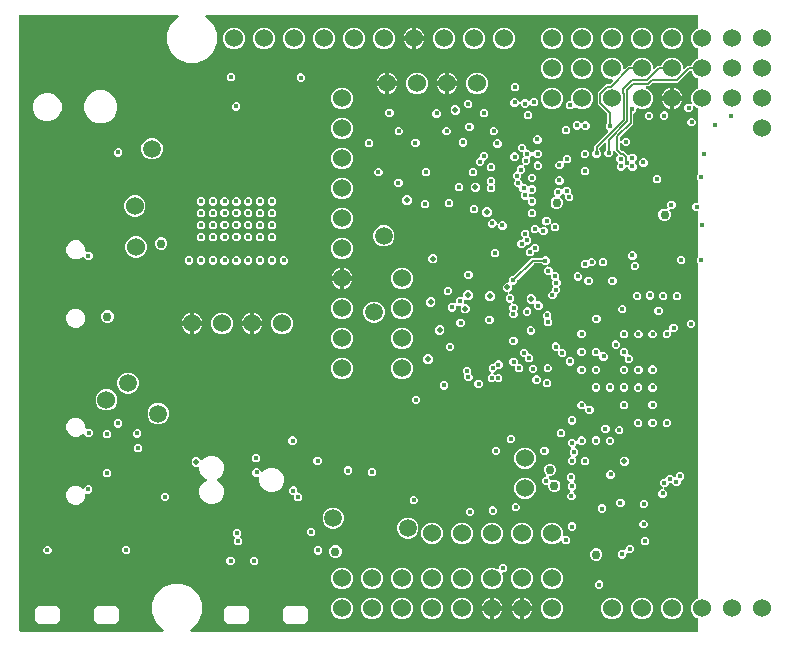
<source format=gbr>
G04 EAGLE Gerber RS-274X export*
G75*
%MOMM*%
%FSLAX34Y34*%
%LPD*%
%INCopper Layer 2*%
%IPPOS*%
%AMOC8*
5,1,8,0,0,1.08239X$1,22.5*%
G01*
%ADD10C,1.530000*%
%ADD11C,1.524000*%
%ADD12C,0.403200*%
%ADD13C,1.500000*%
%ADD14C,0.750000*%
%ADD15C,0.503200*%
%ADD16C,0.150000*%

G36*
X127620Y5775D02*
X127620Y5775D01*
X127707Y5778D01*
X127759Y5795D01*
X127813Y5803D01*
X127893Y5838D01*
X127975Y5865D01*
X128020Y5896D01*
X128070Y5919D01*
X128136Y5975D01*
X128208Y6024D01*
X128243Y6067D01*
X128285Y6102D01*
X128332Y6175D01*
X128387Y6242D01*
X128409Y6292D01*
X128439Y6338D01*
X128464Y6421D01*
X128499Y6501D01*
X128505Y6555D01*
X128521Y6608D01*
X128523Y6695D01*
X128533Y6781D01*
X128524Y6835D01*
X128525Y6890D01*
X128502Y6974D01*
X128488Y7059D01*
X128465Y7109D01*
X128450Y7162D01*
X128404Y7236D01*
X128367Y7314D01*
X128331Y7355D01*
X128302Y7402D01*
X128237Y7460D01*
X128180Y7525D01*
X128136Y7551D01*
X128093Y7591D01*
X127990Y7640D01*
X127916Y7685D01*
X127875Y7703D01*
X122002Y13575D01*
X118824Y21248D01*
X118824Y29552D01*
X122002Y37225D01*
X127875Y43098D01*
X135548Y46276D01*
X143852Y46276D01*
X151525Y43098D01*
X157398Y37225D01*
X160576Y29552D01*
X160576Y21248D01*
X157398Y13575D01*
X151525Y7703D01*
X151484Y7685D01*
X151409Y7641D01*
X151330Y7605D01*
X151288Y7570D01*
X151241Y7542D01*
X151181Y7478D01*
X151115Y7422D01*
X151085Y7376D01*
X151048Y7336D01*
X151009Y7259D01*
X150961Y7186D01*
X150945Y7133D01*
X150920Y7085D01*
X150904Y6999D01*
X150879Y6916D01*
X150878Y6861D01*
X150868Y6807D01*
X150876Y6721D01*
X150875Y6634D01*
X150889Y6581D01*
X150895Y6527D01*
X150927Y6446D01*
X150950Y6362D01*
X150979Y6316D01*
X150999Y6265D01*
X151053Y6196D01*
X151098Y6122D01*
X151139Y6086D01*
X151173Y6042D01*
X151243Y5992D01*
X151307Y5933D01*
X151357Y5909D01*
X151401Y5877D01*
X151483Y5848D01*
X151561Y5810D01*
X151612Y5802D01*
X151667Y5783D01*
X151781Y5776D01*
X151866Y5763D01*
X580000Y5763D01*
X580064Y5772D01*
X580128Y5771D01*
X580203Y5792D01*
X580279Y5803D01*
X580338Y5829D01*
X580400Y5846D01*
X580466Y5887D01*
X580536Y5919D01*
X580585Y5961D01*
X580640Y5994D01*
X580692Y6052D01*
X580750Y6102D01*
X580786Y6156D01*
X580829Y6204D01*
X580862Y6273D01*
X580905Y6338D01*
X580924Y6400D01*
X580952Y6457D01*
X580963Y6527D01*
X580987Y6608D01*
X580988Y6693D01*
X580999Y6762D01*
X580999Y16153D01*
X580998Y16163D01*
X580999Y16172D01*
X580978Y16302D01*
X580959Y16433D01*
X580956Y16441D01*
X580954Y16451D01*
X580897Y16570D01*
X580843Y16690D01*
X580837Y16697D01*
X580833Y16705D01*
X580745Y16804D01*
X580660Y16904D01*
X580652Y16909D01*
X580646Y16916D01*
X580580Y16956D01*
X580424Y17058D01*
X580401Y17065D01*
X580382Y17077D01*
X579016Y17642D01*
X576442Y20216D01*
X575049Y23580D01*
X575049Y27220D01*
X576442Y30584D01*
X579016Y33158D01*
X580382Y33723D01*
X580390Y33728D01*
X580400Y33731D01*
X580513Y33800D01*
X580625Y33867D01*
X580632Y33874D01*
X580640Y33879D01*
X580728Y33977D01*
X580818Y34073D01*
X580822Y34081D01*
X580829Y34088D01*
X580886Y34206D01*
X580946Y34324D01*
X580948Y34333D01*
X580952Y34342D01*
X580964Y34418D01*
X580998Y34601D01*
X580996Y34625D01*
X580999Y34647D01*
X580999Y317413D01*
X580986Y317508D01*
X580981Y317605D01*
X580966Y317648D01*
X580959Y317693D01*
X580920Y317780D01*
X580888Y317871D01*
X580863Y317905D01*
X580843Y317950D01*
X580760Y318047D01*
X580707Y318120D01*
X579983Y318843D01*
X579983Y321757D01*
X580707Y322480D01*
X580764Y322557D01*
X580829Y322628D01*
X580849Y322669D01*
X580876Y322706D01*
X580910Y322796D01*
X580952Y322882D01*
X580958Y322924D01*
X580975Y322969D01*
X580985Y323097D01*
X580999Y323187D01*
X580999Y360684D01*
X580990Y360748D01*
X580991Y360812D01*
X580970Y360887D01*
X580959Y360963D01*
X580933Y361022D01*
X580916Y361084D01*
X580875Y361150D01*
X580843Y361220D01*
X580801Y361269D01*
X580768Y361324D01*
X580710Y361376D01*
X580660Y361434D01*
X580606Y361470D01*
X580558Y361513D01*
X580489Y361546D01*
X580424Y361589D01*
X580362Y361608D01*
X580305Y361636D01*
X580235Y361647D01*
X580154Y361671D01*
X580069Y361672D01*
X580000Y361683D01*
X578143Y361683D01*
X576083Y363743D01*
X576083Y366657D01*
X578143Y368717D01*
X580000Y368717D01*
X580064Y368726D01*
X580128Y368725D01*
X580203Y368746D01*
X580279Y368757D01*
X580338Y368783D01*
X580400Y368800D01*
X580466Y368841D01*
X580536Y368873D01*
X580585Y368915D01*
X580640Y368948D01*
X580692Y369006D01*
X580750Y369056D01*
X580786Y369110D01*
X580829Y369158D01*
X580862Y369227D01*
X580905Y369292D01*
X580924Y369354D01*
X580952Y369411D01*
X580963Y369481D01*
X580987Y369562D01*
X580988Y369647D01*
X580999Y369716D01*
X580999Y387013D01*
X580986Y387108D01*
X580981Y387205D01*
X580966Y387248D01*
X580959Y387293D01*
X580920Y387380D01*
X580888Y387471D01*
X580863Y387505D01*
X580843Y387550D01*
X580760Y387647D01*
X580707Y387720D01*
X579583Y388843D01*
X579583Y391757D01*
X580707Y392880D01*
X580764Y392957D01*
X580829Y393028D01*
X580849Y393069D01*
X580876Y393106D01*
X580910Y393196D01*
X580952Y393282D01*
X580958Y393324D01*
X580975Y393369D01*
X580985Y393497D01*
X580999Y393587D01*
X580999Y447953D01*
X580998Y447963D01*
X580999Y447972D01*
X580978Y448102D01*
X580959Y448233D01*
X580956Y448241D01*
X580954Y448251D01*
X580897Y448370D01*
X580843Y448490D01*
X580837Y448497D01*
X580833Y448505D01*
X580745Y448604D01*
X580660Y448704D01*
X580652Y448709D01*
X580646Y448716D01*
X580580Y448756D01*
X580424Y448858D01*
X580401Y448865D01*
X580382Y448877D01*
X579017Y449442D01*
X578089Y450370D01*
X578063Y450390D01*
X578042Y450414D01*
X577950Y450474D01*
X577863Y450540D01*
X577833Y450551D01*
X577806Y450569D01*
X577701Y450601D01*
X577599Y450639D01*
X577567Y450642D01*
X577536Y450651D01*
X577427Y450653D01*
X577318Y450661D01*
X577286Y450654D01*
X577254Y450655D01*
X577149Y450626D01*
X577042Y450603D01*
X577013Y450588D01*
X576982Y450580D01*
X576889Y450522D01*
X576793Y450471D01*
X576770Y450448D01*
X576742Y450431D01*
X576669Y450351D01*
X576591Y450274D01*
X576575Y450246D01*
X576553Y450222D01*
X576506Y450124D01*
X576452Y450029D01*
X576444Y449997D01*
X576430Y449968D01*
X576416Y449879D01*
X576387Y449754D01*
X576389Y449706D01*
X576383Y449664D01*
X576383Y447443D01*
X574323Y445383D01*
X571409Y445383D01*
X569349Y447443D01*
X569349Y450357D01*
X571409Y452417D01*
X574446Y452417D01*
X574490Y452394D01*
X574544Y452384D01*
X574595Y452365D01*
X574682Y452358D01*
X574767Y452342D01*
X574822Y452347D01*
X574877Y452343D01*
X574962Y452360D01*
X575048Y452369D01*
X575099Y452389D01*
X575153Y452400D01*
X575229Y452441D01*
X575310Y452473D01*
X575353Y452507D01*
X575402Y452533D01*
X575464Y452593D01*
X575532Y452647D01*
X575564Y452691D01*
X575604Y452729D01*
X575647Y452805D01*
X575697Y452875D01*
X575716Y452927D01*
X575743Y452975D01*
X575763Y453059D01*
X575792Y453141D01*
X575795Y453196D01*
X575808Y453249D01*
X575803Y453336D01*
X575808Y453423D01*
X575796Y453472D01*
X575794Y453531D01*
X575756Y453638D01*
X575736Y453722D01*
X575049Y455380D01*
X575049Y459020D01*
X576442Y462384D01*
X579016Y464958D01*
X580382Y465523D01*
X580390Y465528D01*
X580400Y465531D01*
X580512Y465600D01*
X580625Y465667D01*
X580632Y465674D01*
X580640Y465679D01*
X580728Y465777D01*
X580818Y465873D01*
X580822Y465881D01*
X580829Y465888D01*
X580886Y466007D01*
X580946Y466124D01*
X580948Y466133D01*
X580952Y466142D01*
X580964Y466218D01*
X580998Y466401D01*
X580996Y466425D01*
X580999Y466447D01*
X580999Y473353D01*
X580998Y473363D01*
X580999Y473372D01*
X580978Y473502D01*
X580959Y473633D01*
X580956Y473641D01*
X580954Y473651D01*
X580897Y473770D01*
X580843Y473890D01*
X580837Y473897D01*
X580833Y473905D01*
X580745Y474004D01*
X580660Y474104D01*
X580652Y474109D01*
X580646Y474116D01*
X580580Y474156D01*
X580424Y474258D01*
X580401Y474265D01*
X580382Y474277D01*
X579016Y474842D01*
X576442Y477416D01*
X575483Y479732D01*
X575478Y479741D01*
X575476Y479750D01*
X575406Y479862D01*
X575339Y479975D01*
X575333Y479982D01*
X575328Y479990D01*
X575230Y480078D01*
X575134Y480168D01*
X575125Y480172D01*
X575118Y480179D01*
X575000Y480236D01*
X574882Y480296D01*
X574873Y480298D01*
X574865Y480302D01*
X574789Y480314D01*
X574605Y480348D01*
X574581Y480346D01*
X574560Y480349D01*
X574147Y480349D01*
X574052Y480336D01*
X573956Y480331D01*
X573913Y480316D01*
X573868Y480309D01*
X573780Y480270D01*
X573689Y480238D01*
X573655Y480213D01*
X573611Y480193D01*
X573513Y480110D01*
X573440Y480057D01*
X563833Y470449D01*
X553643Y470449D01*
X553579Y470480D01*
X553537Y470487D01*
X553492Y470504D01*
X553364Y470514D01*
X553275Y470528D01*
X543168Y470528D01*
X543073Y470514D01*
X542977Y470509D01*
X542934Y470494D01*
X542889Y470488D01*
X542801Y470448D01*
X542710Y470417D01*
X542676Y470391D01*
X542632Y470372D01*
X542534Y470288D01*
X542461Y470235D01*
X539676Y467449D01*
X537592Y467449D01*
X537506Y467437D01*
X537419Y467434D01*
X537367Y467417D01*
X537312Y467409D01*
X537233Y467374D01*
X537151Y467347D01*
X537105Y467316D01*
X537055Y467293D01*
X536989Y467237D01*
X536918Y467188D01*
X536883Y467146D01*
X536841Y467110D01*
X536794Y467037D01*
X536738Y466970D01*
X536717Y466920D01*
X536687Y466874D01*
X536661Y466791D01*
X536627Y466711D01*
X536620Y466657D01*
X536604Y466604D01*
X536603Y466517D01*
X536593Y466431D01*
X536601Y466377D01*
X536601Y466322D01*
X536624Y466238D01*
X536638Y466153D01*
X536661Y466103D01*
X536676Y466050D01*
X536721Y465976D01*
X536759Y465898D01*
X536795Y465857D01*
X536824Y465810D01*
X536888Y465752D01*
X536946Y465687D01*
X536990Y465661D01*
X537033Y465621D01*
X537136Y465572D01*
X537209Y465527D01*
X538584Y464958D01*
X541158Y462384D01*
X542551Y459020D01*
X542551Y455380D01*
X541158Y452016D01*
X538584Y449442D01*
X535220Y448049D01*
X531580Y448049D01*
X530064Y448677D01*
X529950Y448706D01*
X529836Y448741D01*
X529813Y448741D01*
X529791Y448747D01*
X529673Y448743D01*
X529554Y448745D01*
X529532Y448739D01*
X529509Y448738D01*
X529397Y448701D01*
X529282Y448670D01*
X529263Y448658D01*
X529241Y448651D01*
X529143Y448584D01*
X529042Y448521D01*
X529027Y448505D01*
X529008Y448492D01*
X528933Y448400D01*
X528853Y448312D01*
X528843Y448292D01*
X528829Y448274D01*
X528782Y448165D01*
X528730Y448058D01*
X528727Y448037D01*
X528717Y448015D01*
X528695Y447830D01*
X528683Y447754D01*
X528683Y446759D01*
X526443Y444520D01*
X526386Y444443D01*
X526321Y444372D01*
X526301Y444331D01*
X526274Y444294D01*
X526240Y444205D01*
X526198Y444118D01*
X526192Y444076D01*
X526175Y444031D01*
X526165Y443903D01*
X526151Y443813D01*
X526151Y435749D01*
X514953Y424551D01*
X514895Y424474D01*
X514831Y424403D01*
X514811Y424362D01*
X514783Y424326D01*
X514749Y424236D01*
X514708Y424149D01*
X514701Y424107D01*
X514684Y424062D01*
X514674Y423934D01*
X514660Y423845D01*
X514660Y422446D01*
X514665Y422414D01*
X514662Y422382D01*
X514669Y422350D01*
X514668Y422322D01*
X514688Y422252D01*
X514700Y422167D01*
X514713Y422137D01*
X514720Y422106D01*
X514737Y422073D01*
X514743Y422050D01*
X514777Y421996D01*
X514816Y421910D01*
X514837Y421885D01*
X514852Y421857D01*
X514882Y421826D01*
X514892Y421810D01*
X514933Y421773D01*
X514999Y421695D01*
X515026Y421678D01*
X515049Y421655D01*
X515090Y421632D01*
X515101Y421621D01*
X515145Y421600D01*
X515235Y421541D01*
X515266Y421531D01*
X515294Y421516D01*
X515343Y421504D01*
X515355Y421498D01*
X515391Y421493D01*
X515401Y421490D01*
X515505Y421458D01*
X515537Y421458D01*
X515569Y421451D01*
X515638Y421454D01*
X515659Y421451D01*
X515663Y421451D01*
X515699Y421456D01*
X515787Y421455D01*
X515818Y421463D01*
X515850Y421465D01*
X515911Y421486D01*
X515943Y421491D01*
X515984Y421509D01*
X516059Y421530D01*
X516086Y421547D01*
X516117Y421557D01*
X516160Y421589D01*
X516200Y421607D01*
X516242Y421643D01*
X516299Y421678D01*
X516331Y421714D01*
X516366Y421739D01*
X518643Y424017D01*
X521557Y424017D01*
X523617Y421957D01*
X523617Y419043D01*
X521557Y416983D01*
X518643Y416983D01*
X516366Y419261D01*
X516340Y419280D01*
X516319Y419305D01*
X516227Y419365D01*
X516140Y419430D01*
X516110Y419441D01*
X516083Y419459D01*
X515978Y419491D01*
X515876Y419530D01*
X515844Y419532D01*
X515813Y419542D01*
X515704Y419543D01*
X515595Y419551D01*
X515564Y419545D01*
X515531Y419545D01*
X515426Y419516D01*
X515319Y419494D01*
X515291Y419479D01*
X515260Y419470D01*
X515166Y419413D01*
X515070Y419361D01*
X515047Y419339D01*
X515020Y419322D01*
X514946Y419241D01*
X514868Y419165D01*
X514852Y419137D01*
X514831Y419113D01*
X514783Y419014D01*
X514729Y418919D01*
X514722Y418888D01*
X514708Y418859D01*
X514694Y418770D01*
X514664Y418645D01*
X514667Y418596D01*
X514660Y418554D01*
X514660Y415137D01*
X514673Y415042D01*
X514678Y414946D01*
X514693Y414903D01*
X514700Y414858D01*
X514739Y414770D01*
X514771Y414679D01*
X514796Y414645D01*
X514816Y414601D01*
X514899Y414503D01*
X514953Y414430D01*
X516674Y412709D01*
X516750Y412652D01*
X516822Y412587D01*
X516863Y412567D01*
X516899Y412540D01*
X516989Y412506D01*
X517076Y412464D01*
X517118Y412458D01*
X517163Y412441D01*
X517291Y412431D01*
X517380Y412417D01*
X517999Y412417D01*
X521257Y409159D01*
X521308Y409121D01*
X521353Y409075D01*
X521420Y409037D01*
X521482Y408990D01*
X521543Y408967D01*
X521598Y408936D01*
X521674Y408918D01*
X521746Y408891D01*
X521810Y408886D01*
X521873Y408871D01*
X521950Y408875D01*
X522027Y408869D01*
X522090Y408882D01*
X522155Y408885D01*
X522228Y408910D01*
X522304Y408926D01*
X522360Y408957D01*
X522421Y408978D01*
X522478Y409019D01*
X522552Y409059D01*
X522613Y409118D01*
X522670Y409159D01*
X523827Y410317D01*
X526741Y410317D01*
X528801Y408257D01*
X528801Y405343D01*
X527372Y403915D01*
X527333Y403863D01*
X527287Y403818D01*
X527249Y403751D01*
X527203Y403689D01*
X527180Y403629D01*
X527148Y403573D01*
X527130Y403498D01*
X527103Y403425D01*
X527098Y403361D01*
X527083Y403299D01*
X527087Y403221D01*
X527081Y403144D01*
X527094Y403081D01*
X527098Y403017D01*
X527123Y402944D01*
X527139Y402868D01*
X527169Y402811D01*
X527190Y402750D01*
X527232Y402694D01*
X527271Y402619D01*
X527331Y402558D01*
X527372Y402501D01*
X528817Y401057D01*
X528817Y398143D01*
X526757Y396083D01*
X523843Y396083D01*
X521644Y398282D01*
X521627Y398320D01*
X521585Y398369D01*
X521552Y398424D01*
X521494Y398476D01*
X521444Y398534D01*
X521390Y398570D01*
X521342Y398613D01*
X521273Y398646D01*
X521208Y398689D01*
X521146Y398708D01*
X521089Y398736D01*
X521019Y398747D01*
X520938Y398771D01*
X520853Y398772D01*
X520784Y398783D01*
X519916Y398783D01*
X519852Y398774D01*
X519788Y398775D01*
X519713Y398754D01*
X519637Y398743D01*
X519578Y398717D01*
X519516Y398700D01*
X519450Y398659D01*
X519380Y398627D01*
X519331Y398585D01*
X519276Y398552D01*
X519224Y398494D01*
X519166Y398444D01*
X519130Y398390D01*
X519087Y398342D01*
X519060Y398287D01*
X516857Y396083D01*
X513943Y396083D01*
X511883Y398143D01*
X511883Y401057D01*
X512820Y401993D01*
X512859Y402045D01*
X512905Y402090D01*
X512943Y402157D01*
X512989Y402219D01*
X513012Y402279D01*
X513044Y402335D01*
X513062Y402410D01*
X513089Y402483D01*
X513094Y402547D01*
X513109Y402609D01*
X513105Y402687D01*
X513111Y402764D01*
X513098Y402827D01*
X513094Y402891D01*
X513069Y402964D01*
X513053Y403040D01*
X513023Y403097D01*
X513002Y403158D01*
X512960Y403214D01*
X512921Y403289D01*
X512861Y403350D01*
X512820Y403407D01*
X511783Y404443D01*
X511783Y407357D01*
X513015Y408589D01*
X513054Y408640D01*
X513100Y408685D01*
X513138Y408752D01*
X513185Y408814D01*
X513207Y408874D01*
X513239Y408930D01*
X513257Y409006D01*
X513284Y409078D01*
X513289Y409142D01*
X513304Y409205D01*
X513300Y409282D01*
X513306Y409359D01*
X513293Y409422D01*
X513289Y409486D01*
X513264Y409560D01*
X513248Y409635D01*
X513218Y409692D01*
X513197Y409753D01*
X513156Y409809D01*
X513116Y409884D01*
X513057Y409945D01*
X513015Y410002D01*
X511770Y411247D01*
X510323Y412694D01*
X510297Y412714D01*
X510276Y412738D01*
X510184Y412798D01*
X510097Y412864D01*
X510067Y412875D01*
X510040Y412893D01*
X509935Y412925D01*
X509833Y412963D01*
X509801Y412966D01*
X509770Y412975D01*
X509661Y412977D01*
X509552Y412985D01*
X509520Y412978D01*
X509488Y412979D01*
X509383Y412950D01*
X509276Y412927D01*
X509247Y412912D01*
X509216Y412904D01*
X509123Y412846D01*
X509027Y412795D01*
X509004Y412772D01*
X508976Y412756D01*
X508903Y412675D01*
X508825Y412598D01*
X508809Y412570D01*
X508787Y412546D01*
X508740Y412448D01*
X508686Y412353D01*
X508678Y412321D01*
X508664Y412292D01*
X508650Y412203D01*
X508621Y412078D01*
X508623Y412030D01*
X508617Y411988D01*
X508617Y409243D01*
X506557Y407183D01*
X503643Y407183D01*
X501583Y409243D01*
X501583Y412157D01*
X502557Y413130D01*
X502614Y413207D01*
X502679Y413278D01*
X502699Y413319D01*
X502726Y413356D01*
X502760Y413446D01*
X502802Y413532D01*
X502808Y413574D01*
X502825Y413619D01*
X502835Y413747D01*
X502849Y413837D01*
X502849Y418521D01*
X502845Y418553D01*
X502847Y418585D01*
X502825Y418692D01*
X502809Y418800D01*
X502796Y418829D01*
X502790Y418861D01*
X502738Y418957D01*
X502693Y419057D01*
X502672Y419081D01*
X502657Y419110D01*
X502581Y419188D01*
X502510Y419271D01*
X502483Y419289D01*
X502460Y419312D01*
X502365Y419366D01*
X502274Y419426D01*
X502243Y419435D01*
X502215Y419451D01*
X502109Y419476D01*
X502004Y419508D01*
X501972Y419509D01*
X501941Y419516D01*
X501831Y419510D01*
X501722Y419512D01*
X501691Y419503D01*
X501659Y419502D01*
X501556Y419466D01*
X501450Y419437D01*
X501423Y419420D01*
X501392Y419409D01*
X501319Y419356D01*
X501210Y419288D01*
X501178Y419252D01*
X501143Y419227D01*
X497543Y415627D01*
X497486Y415550D01*
X497421Y415479D01*
X497401Y415438D01*
X497374Y415402D01*
X497340Y415312D01*
X497298Y415225D01*
X497292Y415183D01*
X497275Y415138D01*
X497265Y415010D01*
X497251Y414921D01*
X497251Y413737D01*
X497264Y413642D01*
X497269Y413545D01*
X497284Y413502D01*
X497291Y413457D01*
X497330Y413370D01*
X497362Y413279D01*
X497387Y413245D01*
X497407Y413200D01*
X497490Y413103D01*
X497543Y413030D01*
X498517Y412057D01*
X498517Y409143D01*
X496457Y407083D01*
X493543Y407083D01*
X491483Y409143D01*
X491483Y412057D01*
X492457Y413030D01*
X492514Y413107D01*
X492579Y413178D01*
X492599Y413219D01*
X492626Y413256D01*
X492660Y413346D01*
X492702Y413432D01*
X492708Y413474D01*
X492725Y413519D01*
X492735Y413647D01*
X492749Y413737D01*
X492749Y417199D01*
X504632Y429082D01*
X504670Y429133D01*
X504716Y429178D01*
X504755Y429245D01*
X504801Y429307D01*
X504824Y429367D01*
X504855Y429423D01*
X504873Y429499D01*
X504901Y429571D01*
X504906Y429635D01*
X504920Y429698D01*
X504916Y429775D01*
X504922Y429852D01*
X504909Y429915D01*
X504906Y429979D01*
X504881Y430053D01*
X504865Y430128D01*
X504835Y430185D01*
X504813Y430246D01*
X504772Y430303D01*
X504732Y430377D01*
X504673Y430438D01*
X504632Y430495D01*
X502883Y432243D01*
X502883Y435157D01*
X503857Y436130D01*
X503914Y436207D01*
X503979Y436278D01*
X503999Y436319D01*
X504026Y436356D01*
X504060Y436446D01*
X504102Y436532D01*
X504108Y436574D01*
X504125Y436619D01*
X504135Y436747D01*
X504149Y436837D01*
X504149Y443453D01*
X504140Y443515D01*
X504141Y443562D01*
X504134Y443589D01*
X504131Y443644D01*
X504116Y443687D01*
X504109Y443732D01*
X504070Y443820D01*
X504069Y443821D01*
X504066Y443834D01*
X504064Y443837D01*
X504038Y443911D01*
X504013Y443945D01*
X503993Y443989D01*
X503910Y444087D01*
X503857Y444160D01*
X495849Y452167D01*
X495849Y462233D01*
X502967Y469351D01*
X505654Y469351D01*
X505749Y469364D01*
X505845Y469369D01*
X505888Y469384D01*
X505933Y469391D01*
X506021Y469430D01*
X506111Y469462D01*
X506146Y469487D01*
X506190Y469507D01*
X506287Y469590D01*
X506360Y469643D01*
X508460Y471743D01*
X508480Y471769D01*
X508504Y471790D01*
X508564Y471882D01*
X508630Y471969D01*
X508641Y471999D01*
X508659Y472026D01*
X508691Y472131D01*
X508729Y472233D01*
X508732Y472265D01*
X508741Y472296D01*
X508743Y472405D01*
X508751Y472514D01*
X508744Y472546D01*
X508745Y472578D01*
X508716Y472683D01*
X508693Y472790D01*
X508678Y472819D01*
X508670Y472850D01*
X508612Y472943D01*
X508561Y473039D01*
X508538Y473062D01*
X508522Y473090D01*
X508440Y473163D01*
X508364Y473241D01*
X508336Y473257D01*
X508312Y473279D01*
X508214Y473326D01*
X508119Y473380D01*
X508087Y473388D01*
X508058Y473402D01*
X507969Y473416D01*
X507844Y473445D01*
X507796Y473443D01*
X507754Y473449D01*
X506180Y473449D01*
X502816Y474842D01*
X500242Y477416D01*
X498849Y480780D01*
X498849Y484420D01*
X500242Y487784D01*
X502816Y490358D01*
X506180Y491751D01*
X509820Y491751D01*
X513184Y490358D01*
X515758Y487784D01*
X517151Y484420D01*
X517151Y482846D01*
X517155Y482814D01*
X517153Y482782D01*
X517175Y482675D01*
X517191Y482567D01*
X517204Y482538D01*
X517210Y482506D01*
X517262Y482410D01*
X517307Y482310D01*
X517328Y482285D01*
X517343Y482257D01*
X517419Y482179D01*
X517490Y482096D01*
X517517Y482078D01*
X517540Y482055D01*
X517635Y482001D01*
X517726Y481941D01*
X517757Y481932D01*
X517785Y481916D01*
X517891Y481891D01*
X517996Y481859D01*
X518028Y481858D01*
X518059Y481851D01*
X518169Y481857D01*
X518278Y481855D01*
X518309Y481864D01*
X518341Y481865D01*
X518444Y481901D01*
X518550Y481930D01*
X518577Y481947D01*
X518608Y481958D01*
X518681Y482011D01*
X518790Y482078D01*
X518822Y482114D01*
X518857Y482140D01*
X521568Y484851D01*
X523760Y484851D01*
X523769Y484852D01*
X523779Y484851D01*
X523909Y484872D01*
X524039Y484891D01*
X524048Y484894D01*
X524057Y484896D01*
X524177Y484953D01*
X524296Y485007D01*
X524303Y485013D01*
X524312Y485017D01*
X524411Y485105D01*
X524510Y485190D01*
X524516Y485198D01*
X524523Y485204D01*
X524563Y485270D01*
X524665Y485426D01*
X524672Y485449D01*
X524683Y485468D01*
X525642Y487784D01*
X528216Y490358D01*
X531580Y491751D01*
X535220Y491751D01*
X538584Y490358D01*
X541158Y487784D01*
X542551Y484420D01*
X542551Y483345D01*
X542555Y483313D01*
X542553Y483281D01*
X542575Y483174D01*
X542591Y483066D01*
X542604Y483037D01*
X542610Y483005D01*
X542662Y482909D01*
X542707Y482809D01*
X542728Y482785D01*
X542743Y482756D01*
X542819Y482678D01*
X542890Y482595D01*
X542917Y482577D01*
X542940Y482554D01*
X543035Y482500D01*
X543126Y482440D01*
X543157Y482431D01*
X543185Y482415D01*
X543291Y482390D01*
X543396Y482358D01*
X543428Y482358D01*
X543459Y482350D01*
X543569Y482356D01*
X543678Y482354D01*
X543709Y482363D01*
X543741Y482365D01*
X543844Y482400D01*
X543950Y482430D01*
X543977Y482447D01*
X544008Y482457D01*
X544081Y482510D01*
X544190Y482578D01*
X544222Y482614D01*
X544257Y482639D01*
X546468Y484851D01*
X549160Y484851D01*
X549169Y484852D01*
X549179Y484851D01*
X549309Y484872D01*
X549439Y484891D01*
X549448Y484894D01*
X549457Y484896D01*
X549577Y484953D01*
X549696Y485007D01*
X549703Y485013D01*
X549712Y485017D01*
X549811Y485105D01*
X549910Y485190D01*
X549916Y485198D01*
X549923Y485204D01*
X549963Y485270D01*
X550065Y485426D01*
X550072Y485449D01*
X550083Y485468D01*
X551042Y487784D01*
X553616Y490358D01*
X556980Y491751D01*
X560620Y491751D01*
X563984Y490358D01*
X566558Y487784D01*
X567951Y484420D01*
X567951Y483345D01*
X567955Y483313D01*
X567953Y483281D01*
X567975Y483174D01*
X567991Y483066D01*
X568004Y483037D01*
X568010Y483005D01*
X568062Y482909D01*
X568107Y482809D01*
X568128Y482785D01*
X568143Y482756D01*
X568219Y482678D01*
X568290Y482595D01*
X568317Y482577D01*
X568340Y482554D01*
X568435Y482500D01*
X568526Y482440D01*
X568557Y482431D01*
X568585Y482415D01*
X568691Y482390D01*
X568796Y482358D01*
X568828Y482358D01*
X568859Y482350D01*
X568969Y482356D01*
X569078Y482354D01*
X569109Y482363D01*
X569141Y482365D01*
X569244Y482400D01*
X569350Y482430D01*
X569377Y482447D01*
X569408Y482457D01*
X569481Y482510D01*
X569590Y482578D01*
X569622Y482614D01*
X569657Y482639D01*
X571868Y484851D01*
X574560Y484851D01*
X574569Y484852D01*
X574579Y484851D01*
X574709Y484872D01*
X574839Y484891D01*
X574848Y484894D01*
X574857Y484896D01*
X574977Y484953D01*
X575096Y485007D01*
X575103Y485013D01*
X575112Y485017D01*
X575211Y485105D01*
X575310Y485190D01*
X575316Y485198D01*
X575323Y485204D01*
X575363Y485270D01*
X575465Y485426D01*
X575472Y485449D01*
X575483Y485468D01*
X576442Y487784D01*
X579016Y490358D01*
X580382Y490923D01*
X580390Y490928D01*
X580400Y490931D01*
X580512Y491000D01*
X580625Y491067D01*
X580632Y491074D01*
X580640Y491079D01*
X580728Y491177D01*
X580818Y491273D01*
X580822Y491281D01*
X580829Y491288D01*
X580886Y491407D01*
X580946Y491524D01*
X580948Y491533D01*
X580952Y491542D01*
X580964Y491618D01*
X580998Y491801D01*
X580996Y491825D01*
X580999Y491847D01*
X580999Y498753D01*
X580998Y498763D01*
X580999Y498772D01*
X580978Y498902D01*
X580959Y499033D01*
X580956Y499041D01*
X580954Y499051D01*
X580897Y499170D01*
X580843Y499290D01*
X580837Y499297D01*
X580833Y499305D01*
X580745Y499404D01*
X580660Y499504D01*
X580652Y499509D01*
X580646Y499516D01*
X580580Y499556D01*
X580424Y499658D01*
X580401Y499665D01*
X580382Y499677D01*
X579016Y500242D01*
X576442Y502816D01*
X575049Y506180D01*
X575049Y509820D01*
X576442Y513184D01*
X579016Y515758D01*
X580382Y516323D01*
X580390Y516328D01*
X580400Y516331D01*
X580512Y516400D01*
X580625Y516467D01*
X580632Y516474D01*
X580640Y516479D01*
X580728Y516577D01*
X580818Y516673D01*
X580822Y516681D01*
X580829Y516688D01*
X580886Y516807D01*
X580946Y516924D01*
X580948Y516933D01*
X580952Y516942D01*
X580964Y517018D01*
X580998Y517201D01*
X580996Y517225D01*
X580999Y517247D01*
X580999Y526638D01*
X580990Y526702D01*
X580991Y526766D01*
X580970Y526841D01*
X580959Y526917D01*
X580933Y526976D01*
X580916Y527038D01*
X580875Y527104D01*
X580843Y527174D01*
X580801Y527223D01*
X580768Y527278D01*
X580710Y527330D01*
X580660Y527388D01*
X580606Y527424D01*
X580558Y527467D01*
X580489Y527500D01*
X580424Y527543D01*
X580362Y527562D01*
X580305Y527590D01*
X580235Y527601D01*
X580154Y527625D01*
X580069Y527626D01*
X580000Y527637D01*
X164566Y527637D01*
X164480Y527625D01*
X164393Y527622D01*
X164341Y527605D01*
X164287Y527597D01*
X164207Y527562D01*
X164125Y527535D01*
X164080Y527504D01*
X164030Y527481D01*
X163964Y527425D01*
X163892Y527376D01*
X163857Y527333D01*
X163815Y527298D01*
X163768Y527225D01*
X163713Y527158D01*
X163691Y527108D01*
X163661Y527062D01*
X163636Y526979D01*
X163601Y526899D01*
X163595Y526845D01*
X163579Y526792D01*
X163577Y526705D01*
X163567Y526619D01*
X163576Y526565D01*
X163575Y526510D01*
X163598Y526426D01*
X163612Y526341D01*
X163635Y526291D01*
X163650Y526238D01*
X163696Y526164D01*
X163733Y526086D01*
X163769Y526045D01*
X163798Y525998D01*
X163863Y525940D01*
X163920Y525875D01*
X163964Y525849D01*
X164007Y525809D01*
X164110Y525760D01*
X164184Y525715D01*
X164225Y525697D01*
X170098Y519825D01*
X173276Y512152D01*
X173276Y503848D01*
X170098Y496175D01*
X164225Y490302D01*
X156552Y487124D01*
X148248Y487124D01*
X140575Y490302D01*
X134702Y496175D01*
X131524Y503848D01*
X131524Y512152D01*
X134702Y519825D01*
X140575Y525697D01*
X140616Y525715D01*
X140691Y525759D01*
X140770Y525795D01*
X140812Y525830D01*
X140859Y525858D01*
X140919Y525922D01*
X140985Y525978D01*
X141015Y526024D01*
X141052Y526064D01*
X141091Y526141D01*
X141139Y526214D01*
X141155Y526267D01*
X141180Y526315D01*
X141196Y526401D01*
X141221Y526484D01*
X141222Y526539D01*
X141232Y526593D01*
X141224Y526679D01*
X141225Y526766D01*
X141211Y526819D01*
X141205Y526873D01*
X141173Y526954D01*
X141150Y527038D01*
X141121Y527084D01*
X141101Y527135D01*
X141047Y527204D01*
X141002Y527278D01*
X140961Y527314D01*
X140927Y527358D01*
X140857Y527408D01*
X140793Y527467D01*
X140743Y527491D01*
X140699Y527523D01*
X140617Y527552D01*
X140539Y527590D01*
X140488Y527598D01*
X140433Y527617D01*
X140319Y527624D01*
X140234Y527637D01*
X6762Y527637D01*
X6698Y527628D01*
X6634Y527629D01*
X6559Y527608D01*
X6483Y527597D01*
X6424Y527571D01*
X6362Y527554D01*
X6296Y527513D01*
X6226Y527481D01*
X6177Y527439D01*
X6122Y527406D01*
X6070Y527348D01*
X6012Y527298D01*
X5976Y527244D01*
X5933Y527196D01*
X5900Y527127D01*
X5857Y527062D01*
X5838Y527000D01*
X5810Y526943D01*
X5799Y526873D01*
X5775Y526792D01*
X5774Y526707D01*
X5763Y526638D01*
X5763Y6762D01*
X5772Y6698D01*
X5771Y6634D01*
X5792Y6559D01*
X5803Y6483D01*
X5829Y6424D01*
X5846Y6362D01*
X5887Y6296D01*
X5919Y6226D01*
X5961Y6177D01*
X5994Y6122D01*
X6052Y6070D01*
X6102Y6012D01*
X6156Y5976D01*
X6204Y5933D01*
X6273Y5900D01*
X6338Y5857D01*
X6400Y5838D01*
X6457Y5810D01*
X6527Y5799D01*
X6608Y5775D01*
X6693Y5774D01*
X6762Y5763D01*
X127534Y5763D01*
X127620Y5775D01*
G37*
%LPC*%
G36*
X166944Y113705D02*
X166944Y113705D01*
X163146Y115279D01*
X160239Y118186D01*
X158665Y121984D01*
X158665Y126096D01*
X160239Y129894D01*
X163146Y132801D01*
X164294Y133277D01*
X164321Y133293D01*
X164352Y133303D01*
X164442Y133365D01*
X164536Y133420D01*
X164559Y133444D01*
X164585Y133462D01*
X164655Y133546D01*
X164729Y133626D01*
X164744Y133655D01*
X164764Y133680D01*
X164808Y133780D01*
X164857Y133878D01*
X164863Y133909D01*
X164876Y133939D01*
X164889Y134047D01*
X164910Y134155D01*
X164906Y134187D01*
X164910Y134219D01*
X164893Y134327D01*
X164882Y134435D01*
X164871Y134465D01*
X164865Y134497D01*
X164819Y134596D01*
X164778Y134697D01*
X164758Y134723D01*
X164744Y134752D01*
X164672Y134834D01*
X164605Y134920D01*
X164578Y134939D01*
X164557Y134963D01*
X164480Y135010D01*
X164376Y135085D01*
X164330Y135101D01*
X164294Y135123D01*
X163146Y135599D01*
X160239Y138506D01*
X158665Y142304D01*
X158665Y144284D01*
X158656Y144348D01*
X158657Y144412D01*
X158636Y144487D01*
X158625Y144563D01*
X158599Y144622D01*
X158582Y144684D01*
X158541Y144750D01*
X158509Y144820D01*
X158467Y144869D01*
X158434Y144924D01*
X158376Y144976D01*
X158326Y145034D01*
X158272Y145070D01*
X158224Y145113D01*
X158155Y145146D01*
X158090Y145189D01*
X158028Y145208D01*
X157971Y145236D01*
X157901Y145247D01*
X157820Y145271D01*
X157735Y145272D01*
X157666Y145283D01*
X154486Y145283D01*
X152133Y147636D01*
X152133Y150964D01*
X154486Y153317D01*
X157814Y153317D01*
X159871Y151260D01*
X159922Y151221D01*
X159967Y151175D01*
X160035Y151137D01*
X160097Y151090D01*
X160157Y151068D01*
X160213Y151036D01*
X160288Y151018D01*
X160360Y150991D01*
X160424Y150986D01*
X160487Y150971D01*
X160564Y150975D01*
X160642Y150969D01*
X160704Y150982D01*
X160769Y150985D01*
X160842Y151011D01*
X160918Y151027D01*
X160974Y151057D01*
X161035Y151078D01*
X161092Y151119D01*
X161167Y151159D01*
X161227Y151218D01*
X161284Y151260D01*
X163146Y153121D01*
X166944Y154695D01*
X171056Y154695D01*
X174854Y153121D01*
X177761Y150214D01*
X179335Y146416D01*
X179335Y142304D01*
X177761Y138506D01*
X174854Y135599D01*
X173706Y135123D01*
X173678Y135107D01*
X173648Y135097D01*
X173558Y135035D01*
X173464Y134980D01*
X173442Y134956D01*
X173415Y134938D01*
X173345Y134853D01*
X173271Y134774D01*
X173256Y134745D01*
X173236Y134720D01*
X173192Y134620D01*
X173143Y134522D01*
X173137Y134491D01*
X173124Y134461D01*
X173111Y134353D01*
X173090Y134245D01*
X173094Y134213D01*
X173090Y134181D01*
X173107Y134073D01*
X173118Y133965D01*
X173129Y133935D01*
X173135Y133903D01*
X173182Y133804D01*
X173222Y133703D01*
X173242Y133677D01*
X173256Y133648D01*
X173328Y133566D01*
X173396Y133480D01*
X173422Y133461D01*
X173443Y133437D01*
X173520Y133390D01*
X173624Y133315D01*
X173670Y133299D01*
X173706Y133277D01*
X174854Y132801D01*
X177761Y129894D01*
X179335Y126096D01*
X179335Y121984D01*
X177761Y118186D01*
X174854Y115279D01*
X171056Y113705D01*
X166944Y113705D01*
G37*
%LPD*%
%LPC*%
G36*
X72215Y435999D02*
X72215Y435999D01*
X67069Y438131D01*
X63131Y442069D01*
X60999Y447215D01*
X60999Y452785D01*
X63131Y457931D01*
X67069Y461869D01*
X72215Y464001D01*
X77785Y464001D01*
X82931Y461869D01*
X86869Y457931D01*
X89001Y452785D01*
X89001Y447215D01*
X86869Y442069D01*
X82931Y438131D01*
X77785Y435999D01*
X72215Y435999D01*
G37*
%LPD*%
%LPC*%
G36*
X423059Y270900D02*
X423059Y270900D01*
X420999Y272960D01*
X420999Y275874D01*
X421661Y276535D01*
X421700Y276587D01*
X421746Y276632D01*
X421784Y276699D01*
X421830Y276761D01*
X421853Y276821D01*
X421885Y276877D01*
X421903Y276953D01*
X421930Y277025D01*
X421935Y277089D01*
X421950Y277152D01*
X421946Y277229D01*
X421952Y277306D01*
X421939Y277369D01*
X421935Y277433D01*
X421910Y277506D01*
X421894Y277582D01*
X421864Y277639D01*
X421843Y277700D01*
X421801Y277756D01*
X421762Y277831D01*
X421702Y277892D01*
X421661Y277949D01*
X421117Y278492D01*
X421117Y281406D01*
X422389Y282677D01*
X422408Y282703D01*
X422433Y282724D01*
X422493Y282816D01*
X422558Y282903D01*
X422570Y282933D01*
X422587Y282960D01*
X422619Y283065D01*
X422658Y283167D01*
X422660Y283199D01*
X422670Y283230D01*
X422671Y283339D01*
X422680Y283448D01*
X422673Y283480D01*
X422673Y283512D01*
X422644Y283617D01*
X422622Y283724D01*
X422607Y283753D01*
X422598Y283784D01*
X422541Y283877D01*
X422490Y283973D01*
X422467Y283996D01*
X422450Y284024D01*
X422369Y284097D01*
X422293Y284175D01*
X422265Y284191D01*
X422241Y284213D01*
X422143Y284260D01*
X422047Y284314D01*
X422016Y284322D01*
X421987Y284336D01*
X421898Y284350D01*
X421773Y284379D01*
X421724Y284377D01*
X421682Y284383D01*
X420043Y284383D01*
X417983Y286443D01*
X417983Y289357D01*
X420004Y291377D01*
X420023Y291403D01*
X420048Y291424D01*
X420108Y291516D01*
X420173Y291603D01*
X420185Y291633D01*
X420202Y291660D01*
X420234Y291765D01*
X420273Y291867D01*
X420275Y291899D01*
X420285Y291930D01*
X420286Y292039D01*
X420295Y292148D01*
X420288Y292180D01*
X420289Y292212D01*
X420259Y292317D01*
X420237Y292424D01*
X420222Y292453D01*
X420213Y292484D01*
X420156Y292577D01*
X420105Y292673D01*
X420082Y292696D01*
X420065Y292724D01*
X419984Y292797D01*
X419908Y292875D01*
X419880Y292891D01*
X419856Y292913D01*
X419758Y292960D01*
X419662Y293014D01*
X419631Y293022D01*
X419602Y293036D01*
X419513Y293050D01*
X419388Y293079D01*
X419340Y293077D01*
X419297Y293083D01*
X417836Y293083D01*
X415483Y295436D01*
X415483Y298764D01*
X417836Y301117D01*
X419684Y301117D01*
X419748Y301126D01*
X419812Y301125D01*
X419887Y301146D01*
X419963Y301157D01*
X420022Y301183D01*
X420084Y301200D01*
X420150Y301241D01*
X420220Y301273D01*
X420269Y301315D01*
X420324Y301348D01*
X420376Y301406D01*
X420434Y301456D01*
X420470Y301510D01*
X420513Y301558D01*
X420546Y301627D01*
X420589Y301692D01*
X420608Y301754D01*
X420636Y301811D01*
X420647Y301881D01*
X420671Y301962D01*
X420672Y302047D01*
X420683Y302116D01*
X420683Y304557D01*
X422743Y306617D01*
X424120Y306617D01*
X424215Y306630D01*
X424311Y306635D01*
X424354Y306650D01*
X424399Y306657D01*
X424486Y306696D01*
X424577Y306728D01*
X424612Y306753D01*
X424656Y306773D01*
X424753Y306856D01*
X424826Y306909D01*
X439787Y321870D01*
X439806Y321896D01*
X439831Y321917D01*
X439891Y322008D01*
X439956Y322096D01*
X439968Y322126D01*
X439985Y322153D01*
X440017Y322257D01*
X440049Y322342D01*
X440095Y322294D01*
X440123Y322279D01*
X440147Y322257D01*
X440245Y322209D01*
X440340Y322155D01*
X440372Y322148D01*
X440401Y322134D01*
X440490Y322120D01*
X440615Y322091D01*
X440663Y322093D01*
X440705Y322086D01*
X448484Y322086D01*
X448579Y322100D01*
X448675Y322105D01*
X448718Y322120D01*
X448763Y322126D01*
X448850Y322166D01*
X448941Y322197D01*
X448976Y322222D01*
X449020Y322242D01*
X449117Y322326D01*
X449190Y322379D01*
X450164Y323352D01*
X453077Y323352D01*
X455137Y321292D01*
X455137Y318379D01*
X453247Y316489D01*
X453227Y316463D01*
X453203Y316442D01*
X453143Y316350D01*
X453077Y316263D01*
X453066Y316233D01*
X453048Y316206D01*
X453016Y316101D01*
X452978Y315999D01*
X452975Y315967D01*
X452966Y315936D01*
X452964Y315827D01*
X452956Y315718D01*
X452962Y315686D01*
X452962Y315654D01*
X452991Y315549D01*
X453014Y315442D01*
X453029Y315413D01*
X453037Y315382D01*
X453095Y315289D01*
X453146Y315193D01*
X453168Y315170D01*
X453185Y315142D01*
X453266Y315069D01*
X453343Y314991D01*
X453371Y314975D01*
X453395Y314953D01*
X453493Y314906D01*
X453588Y314852D01*
X453620Y314844D01*
X453648Y314830D01*
X453738Y314816D01*
X453863Y314787D01*
X453911Y314789D01*
X453953Y314783D01*
X455614Y314783D01*
X457674Y312723D01*
X457674Y310966D01*
X457683Y310902D01*
X457682Y310838D01*
X457702Y310763D01*
X457713Y310686D01*
X457740Y310628D01*
X457757Y310566D01*
X457798Y310500D01*
X457830Y310430D01*
X457871Y310381D01*
X457905Y310326D01*
X457963Y310274D01*
X458013Y310215D01*
X458067Y310180D01*
X458114Y310137D01*
X458184Y310103D01*
X458249Y310061D01*
X458311Y310042D01*
X458368Y310014D01*
X458438Y310003D01*
X458519Y309978D01*
X458603Y309977D01*
X458673Y309966D01*
X461101Y309966D01*
X463161Y307906D01*
X463161Y304980D01*
X463119Y304939D01*
X463081Y304871D01*
X463034Y304809D01*
X463011Y304749D01*
X462980Y304693D01*
X462962Y304618D01*
X462935Y304545D01*
X462930Y304481D01*
X462915Y304419D01*
X462919Y304341D01*
X462913Y304264D01*
X462926Y304201D01*
X462929Y304137D01*
X462954Y304064D01*
X462970Y303988D01*
X463001Y303931D01*
X463022Y303871D01*
X463063Y303814D01*
X463103Y303739D01*
X463162Y303678D01*
X463203Y303622D01*
X464451Y302374D01*
X464451Y299461D01*
X463538Y298548D01*
X463500Y298497D01*
X463454Y298452D01*
X463415Y298385D01*
X463369Y298323D01*
X463346Y298263D01*
X463314Y298207D01*
X463297Y298131D01*
X463269Y298059D01*
X463264Y297995D01*
X463250Y297932D01*
X463253Y297855D01*
X463248Y297778D01*
X463261Y297715D01*
X463264Y297651D01*
X463289Y297577D01*
X463305Y297502D01*
X463335Y297445D01*
X463356Y297384D01*
X463398Y297328D01*
X463438Y297253D01*
X463497Y297192D01*
X463538Y297135D01*
X464017Y296657D01*
X464017Y293743D01*
X461948Y291675D01*
X461941Y291675D01*
X461866Y291654D01*
X461789Y291643D01*
X461731Y291617D01*
X461669Y291600D01*
X461603Y291559D01*
X461532Y291527D01*
X461484Y291485D01*
X461429Y291452D01*
X461377Y291394D01*
X461318Y291344D01*
X461283Y291290D01*
X461240Y291242D01*
X461206Y291173D01*
X461164Y291108D01*
X461145Y291046D01*
X461117Y290989D01*
X461106Y290919D01*
X461081Y290838D01*
X461080Y290753D01*
X461069Y290684D01*
X461069Y288996D01*
X459009Y286936D01*
X456096Y286936D01*
X454036Y288996D01*
X454036Y291909D01*
X456104Y293978D01*
X456112Y293977D01*
X456187Y293998D01*
X456263Y294009D01*
X456322Y294035D01*
X456384Y294053D01*
X456450Y294093D01*
X456520Y294125D01*
X456569Y294167D01*
X456624Y294201D01*
X456676Y294258D01*
X456734Y294309D01*
X456770Y294362D01*
X456813Y294410D01*
X456846Y294480D01*
X456889Y294545D01*
X456908Y294606D01*
X456936Y294664D01*
X456947Y294733D01*
X456971Y294814D01*
X456972Y294899D01*
X456983Y294968D01*
X456983Y296657D01*
X457896Y297569D01*
X457934Y297621D01*
X457980Y297665D01*
X458019Y297733D01*
X458065Y297795D01*
X458088Y297855D01*
X458120Y297911D01*
X458137Y297986D01*
X458165Y298059D01*
X458170Y298123D01*
X458184Y298185D01*
X458181Y298263D01*
X458186Y298340D01*
X458173Y298403D01*
X458170Y298467D01*
X458145Y298540D01*
X458129Y298616D01*
X458099Y298673D01*
X458078Y298733D01*
X458036Y298790D01*
X457996Y298865D01*
X457937Y298926D01*
X457896Y298982D01*
X457417Y299461D01*
X457417Y302387D01*
X457460Y302429D01*
X457498Y302496D01*
X457545Y302558D01*
X457567Y302618D01*
X457599Y302674D01*
X457617Y302749D01*
X457644Y302822D01*
X457649Y302886D01*
X457664Y302948D01*
X457660Y303026D01*
X457666Y303103D01*
X457653Y303166D01*
X457650Y303230D01*
X457624Y303303D01*
X457608Y303379D01*
X457578Y303436D01*
X457557Y303497D01*
X457516Y303553D01*
X457476Y303628D01*
X457417Y303689D01*
X457375Y303746D01*
X456128Y304993D01*
X456128Y306750D01*
X456119Y306814D01*
X456120Y306878D01*
X456099Y306953D01*
X456088Y307029D01*
X456062Y307088D01*
X456045Y307150D01*
X456004Y307216D01*
X455972Y307286D01*
X455930Y307335D01*
X455896Y307390D01*
X455839Y307442D01*
X455789Y307500D01*
X455735Y307536D01*
X455687Y307579D01*
X455617Y307612D01*
X455553Y307655D01*
X455491Y307674D01*
X455433Y307702D01*
X455364Y307713D01*
X455283Y307737D01*
X455198Y307738D01*
X455129Y307749D01*
X452700Y307749D01*
X450640Y309809D01*
X450640Y312723D01*
X452531Y314613D01*
X452550Y314639D01*
X452574Y314660D01*
X452635Y314752D01*
X452700Y314839D01*
X452711Y314869D01*
X452729Y314896D01*
X452761Y315000D01*
X452799Y315103D01*
X452802Y315135D01*
X452811Y315166D01*
X452813Y315275D01*
X452821Y315384D01*
X452815Y315415D01*
X452815Y315448D01*
X452786Y315553D01*
X452764Y315660D01*
X452749Y315688D01*
X452740Y315719D01*
X452682Y315812D01*
X452631Y315909D01*
X452609Y315932D01*
X452592Y315959D01*
X452511Y316033D01*
X452434Y316111D01*
X452406Y316127D01*
X452382Y316148D01*
X452284Y316196D01*
X452189Y316250D01*
X452158Y316257D01*
X452129Y316271D01*
X452039Y316285D01*
X451915Y316315D01*
X451866Y316312D01*
X451824Y316319D01*
X450164Y316319D01*
X449190Y317292D01*
X449114Y317350D01*
X449042Y317414D01*
X449001Y317434D01*
X448965Y317462D01*
X448875Y317496D01*
X448788Y317537D01*
X448746Y317544D01*
X448701Y317561D01*
X448573Y317571D01*
X448484Y317585D01*
X442282Y317585D01*
X442187Y317571D01*
X442091Y317567D01*
X442048Y317552D01*
X442003Y317545D01*
X441915Y317506D01*
X441824Y317474D01*
X441790Y317449D01*
X441746Y317429D01*
X441648Y317346D01*
X441575Y317292D01*
X428009Y303726D01*
X427952Y303650D01*
X427887Y303578D01*
X427867Y303537D01*
X427840Y303501D01*
X427806Y303411D01*
X427764Y303324D01*
X427758Y303282D01*
X427741Y303237D01*
X427731Y303109D01*
X427717Y303020D01*
X427717Y301643D01*
X425657Y299583D01*
X424516Y299583D01*
X424452Y299574D01*
X424388Y299575D01*
X424313Y299554D01*
X424237Y299543D01*
X424178Y299517D01*
X424116Y299500D01*
X424050Y299459D01*
X423980Y299427D01*
X423931Y299385D01*
X423876Y299352D01*
X423824Y299294D01*
X423766Y299244D01*
X423730Y299190D01*
X423687Y299142D01*
X423654Y299073D01*
X423611Y299008D01*
X423592Y298946D01*
X423564Y298889D01*
X423553Y298819D01*
X423529Y298738D01*
X423528Y298653D01*
X423517Y298584D01*
X423517Y295436D01*
X421203Y293123D01*
X421184Y293097D01*
X421159Y293076D01*
X421099Y292984D01*
X421034Y292897D01*
X421022Y292867D01*
X421005Y292840D01*
X420973Y292735D01*
X420934Y292633D01*
X420932Y292601D01*
X420922Y292570D01*
X420921Y292461D01*
X420912Y292352D01*
X420919Y292320D01*
X420919Y292288D01*
X420948Y292183D01*
X420970Y292076D01*
X420985Y292047D01*
X420994Y292016D01*
X421051Y291923D01*
X421103Y291827D01*
X421125Y291804D01*
X421142Y291776D01*
X421223Y291703D01*
X421299Y291625D01*
X421327Y291609D01*
X421351Y291587D01*
X421450Y291540D01*
X421545Y291486D01*
X421576Y291478D01*
X421605Y291464D01*
X421694Y291450D01*
X421819Y291421D01*
X421868Y291423D01*
X421910Y291417D01*
X422957Y291417D01*
X425017Y289357D01*
X425017Y286443D01*
X423745Y285172D01*
X423726Y285146D01*
X423701Y285125D01*
X423641Y285033D01*
X423576Y284946D01*
X423564Y284916D01*
X423547Y284889D01*
X423515Y284784D01*
X423476Y284682D01*
X423474Y284650D01*
X423464Y284619D01*
X423463Y284510D01*
X423454Y284401D01*
X423461Y284369D01*
X423461Y284337D01*
X423490Y284232D01*
X423512Y284125D01*
X423527Y284096D01*
X423536Y284065D01*
X423593Y283972D01*
X423644Y283876D01*
X423667Y283853D01*
X423684Y283825D01*
X423765Y283752D01*
X423841Y283674D01*
X423869Y283658D01*
X423893Y283636D01*
X423991Y283589D01*
X424087Y283535D01*
X424118Y283527D01*
X424147Y283513D01*
X424236Y283499D01*
X424361Y283470D01*
X424410Y283472D01*
X424452Y283466D01*
X426091Y283466D01*
X428151Y281406D01*
X428151Y278492D01*
X427489Y277831D01*
X427450Y277779D01*
X427404Y277734D01*
X427366Y277667D01*
X427320Y277605D01*
X427297Y277545D01*
X427265Y277489D01*
X427247Y277414D01*
X427220Y277341D01*
X427215Y277277D01*
X427200Y277215D01*
X427204Y277137D01*
X427198Y277060D01*
X427211Y276997D01*
X427215Y276933D01*
X427240Y276860D01*
X427256Y276784D01*
X427286Y276727D01*
X427307Y276666D01*
X427349Y276610D01*
X427388Y276535D01*
X427448Y276474D01*
X427489Y276417D01*
X428033Y275874D01*
X428033Y272960D01*
X425973Y270900D01*
X423059Y270900D01*
G37*
%LPD*%
%LPC*%
G36*
X27613Y437999D02*
X27613Y437999D01*
X23202Y439826D01*
X19826Y443202D01*
X17999Y447613D01*
X17999Y452387D01*
X19826Y456798D01*
X23202Y460174D01*
X27613Y462001D01*
X32387Y462001D01*
X36798Y460174D01*
X40174Y456798D01*
X42001Y452387D01*
X42001Y447613D01*
X40174Y443202D01*
X36798Y439826D01*
X32387Y437999D01*
X27613Y437999D01*
G37*
%LPD*%
%LPC*%
G36*
X438943Y366483D02*
X438943Y366483D01*
X436883Y368543D01*
X436883Y370533D01*
X436875Y370593D01*
X436875Y370617D01*
X436874Y370619D01*
X436875Y370661D01*
X436854Y370736D01*
X436843Y370812D01*
X436817Y370871D01*
X436800Y370933D01*
X436759Y370999D01*
X436727Y371069D01*
X436685Y371118D01*
X436652Y371173D01*
X436594Y371225D01*
X436544Y371284D01*
X436490Y371319D01*
X436442Y371362D01*
X436373Y371396D01*
X436308Y371438D01*
X436246Y371457D01*
X436189Y371485D01*
X436119Y371496D01*
X436038Y371520D01*
X435953Y371521D01*
X435884Y371532D01*
X432927Y371532D01*
X430867Y373592D01*
X430867Y376506D01*
X431237Y376876D01*
X431276Y376927D01*
X431322Y376972D01*
X431360Y377040D01*
X431407Y377102D01*
X431429Y377162D01*
X431461Y377218D01*
X431479Y377293D01*
X431506Y377365D01*
X431511Y377429D01*
X431526Y377492D01*
X431522Y377569D01*
X431528Y377647D01*
X431515Y377710D01*
X431512Y377774D01*
X431486Y377847D01*
X431470Y377923D01*
X431440Y377979D01*
X431419Y378040D01*
X431378Y378097D01*
X431338Y378172D01*
X431279Y378232D01*
X431237Y378289D01*
X429595Y379932D01*
X429595Y380784D01*
X429586Y380848D01*
X429587Y380912D01*
X429566Y380987D01*
X429555Y381063D01*
X429529Y381122D01*
X429512Y381184D01*
X429471Y381250D01*
X429439Y381320D01*
X429397Y381369D01*
X429363Y381424D01*
X429306Y381476D01*
X429256Y381534D01*
X429202Y381570D01*
X429154Y381613D01*
X429084Y381646D01*
X429020Y381689D01*
X428958Y381708D01*
X428900Y381736D01*
X428831Y381747D01*
X428750Y381771D01*
X428665Y381772D01*
X428596Y381783D01*
X427243Y381783D01*
X425183Y383843D01*
X425183Y386757D01*
X425620Y387193D01*
X425659Y387245D01*
X425705Y387290D01*
X425743Y387357D01*
X425789Y387419D01*
X425812Y387479D01*
X425844Y387535D01*
X425862Y387610D01*
X425889Y387683D01*
X425894Y387747D01*
X425909Y387809D01*
X425905Y387887D01*
X425911Y387964D01*
X425898Y388027D01*
X425894Y388091D01*
X425869Y388164D01*
X425853Y388240D01*
X425823Y388297D01*
X425802Y388358D01*
X425760Y388414D01*
X425721Y388489D01*
X425661Y388550D01*
X425620Y388607D01*
X423983Y390243D01*
X423983Y393157D01*
X426043Y395217D01*
X426265Y395217D01*
X426328Y395226D01*
X426392Y395225D01*
X426467Y395246D01*
X426544Y395257D01*
X426602Y395283D01*
X426664Y395300D01*
X426730Y395341D01*
X426801Y395373D01*
X426849Y395415D01*
X426904Y395448D01*
X426956Y395506D01*
X427015Y395556D01*
X427050Y395610D01*
X427093Y395658D01*
X427127Y395727D01*
X427169Y395792D01*
X427188Y395854D01*
X427216Y395911D01*
X427227Y395981D01*
X427252Y396062D01*
X427253Y396147D01*
X427264Y396216D01*
X427264Y398376D01*
X429324Y400436D01*
X431978Y400436D01*
X432010Y400441D01*
X432042Y400438D01*
X432149Y400461D01*
X432257Y400476D01*
X432287Y400489D01*
X432318Y400496D01*
X432415Y400547D01*
X432514Y400592D01*
X432539Y400613D01*
X432567Y400628D01*
X432645Y400704D01*
X432728Y400776D01*
X432746Y400803D01*
X432769Y400825D01*
X432823Y400920D01*
X432883Y401012D01*
X432892Y401042D01*
X432908Y401070D01*
X432933Y401177D01*
X432965Y401281D01*
X432966Y401313D01*
X432973Y401345D01*
X432968Y401454D01*
X432969Y401563D01*
X432960Y401594D01*
X432959Y401627D01*
X432923Y401730D01*
X432894Y401835D01*
X432877Y401863D01*
X432866Y401893D01*
X432813Y401966D01*
X432746Y402075D01*
X432719Y402099D01*
X432715Y402105D01*
X432704Y402116D01*
X432685Y402142D01*
X431683Y403143D01*
X431683Y406057D01*
X432870Y407243D01*
X432909Y407295D01*
X432955Y407340D01*
X432993Y407407D01*
X433039Y407469D01*
X433062Y407529D01*
X433094Y407585D01*
X433111Y407660D01*
X433139Y407733D01*
X433144Y407797D01*
X433159Y407859D01*
X433155Y407937D01*
X433161Y408014D01*
X433148Y408077D01*
X433144Y408141D01*
X433119Y408214D01*
X433103Y408290D01*
X433073Y408347D01*
X433052Y408408D01*
X433010Y408464D01*
X432971Y408539D01*
X432911Y408600D01*
X432870Y408657D01*
X432583Y408943D01*
X432583Y410884D01*
X432574Y410948D01*
X432575Y411012D01*
X432554Y411087D01*
X432543Y411163D01*
X432517Y411222D01*
X432500Y411284D01*
X432459Y411350D01*
X432427Y411420D01*
X432385Y411469D01*
X432352Y411524D01*
X432294Y411576D01*
X432244Y411634D01*
X432190Y411670D01*
X432142Y411713D01*
X432073Y411746D01*
X432008Y411789D01*
X431946Y411808D01*
X431889Y411836D01*
X431819Y411847D01*
X431738Y411871D01*
X431653Y411872D01*
X431584Y411883D01*
X430243Y411883D01*
X428183Y413943D01*
X428183Y416857D01*
X430243Y418917D01*
X433157Y418917D01*
X435217Y416857D01*
X435217Y414916D01*
X435226Y414852D01*
X435225Y414788D01*
X435246Y414713D01*
X435257Y414637D01*
X435283Y414578D01*
X435300Y414516D01*
X435341Y414450D01*
X435373Y414380D01*
X435415Y414331D01*
X435448Y414276D01*
X435506Y414224D01*
X435556Y414166D01*
X435610Y414130D01*
X435658Y414087D01*
X435727Y414054D01*
X435792Y414011D01*
X435854Y413992D01*
X435911Y413964D01*
X435981Y413953D01*
X436062Y413929D01*
X436147Y413928D01*
X436216Y413917D01*
X437557Y413917D01*
X439744Y411729D01*
X439773Y411666D01*
X439794Y411642D01*
X439809Y411613D01*
X439885Y411535D01*
X439956Y411452D01*
X439983Y411434D01*
X440006Y411411D01*
X440101Y411358D01*
X440192Y411298D01*
X440223Y411288D01*
X440251Y411272D01*
X440357Y411247D01*
X440462Y411215D01*
X440494Y411215D01*
X440525Y411207D01*
X440635Y411213D01*
X440744Y411211D01*
X440775Y411220D01*
X440807Y411222D01*
X440910Y411257D01*
X441016Y411287D01*
X441043Y411304D01*
X441074Y411314D01*
X441147Y411368D01*
X441256Y411435D01*
X441288Y411471D01*
X441323Y411496D01*
X443643Y413817D01*
X446557Y413817D01*
X448617Y411757D01*
X448617Y408843D01*
X446557Y406783D01*
X443643Y406783D01*
X441456Y408971D01*
X441427Y409034D01*
X441406Y409058D01*
X441391Y409087D01*
X441315Y409165D01*
X441244Y409248D01*
X441217Y409266D01*
X441194Y409289D01*
X441099Y409342D01*
X441008Y409402D01*
X440977Y409412D01*
X440949Y409428D01*
X440843Y409453D01*
X440738Y409485D01*
X440706Y409485D01*
X440675Y409493D01*
X440565Y409487D01*
X440456Y409489D01*
X440425Y409480D01*
X440393Y409478D01*
X440290Y409443D01*
X440184Y409413D01*
X440157Y409396D01*
X440126Y409386D01*
X440053Y409332D01*
X439944Y409265D01*
X439912Y409229D01*
X439877Y409204D01*
X438430Y407757D01*
X438391Y407705D01*
X438345Y407660D01*
X438307Y407593D01*
X438261Y407531D01*
X438238Y407471D01*
X438206Y407415D01*
X438188Y407340D01*
X438161Y407267D01*
X438156Y407203D01*
X438141Y407140D01*
X438145Y407063D01*
X438139Y406986D01*
X438152Y406923D01*
X438156Y406859D01*
X438181Y406786D01*
X438197Y406710D01*
X438227Y406653D01*
X438248Y406592D01*
X438290Y406536D01*
X438329Y406461D01*
X438389Y406400D01*
X438430Y406343D01*
X438717Y406057D01*
X438717Y403143D01*
X436657Y401083D01*
X434003Y401083D01*
X433971Y401079D01*
X433938Y401081D01*
X433832Y401059D01*
X433723Y401043D01*
X433694Y401030D01*
X433662Y401024D01*
X433566Y400972D01*
X433466Y400927D01*
X433442Y400906D01*
X433413Y400891D01*
X433335Y400815D01*
X433252Y400744D01*
X433234Y400717D01*
X433211Y400694D01*
X433158Y400599D01*
X433098Y400508D01*
X433088Y400477D01*
X433072Y400449D01*
X433047Y400343D01*
X433015Y400238D01*
X433015Y400206D01*
X433007Y400175D01*
X433013Y400065D01*
X433011Y399956D01*
X433020Y399925D01*
X433022Y399893D01*
X433057Y399790D01*
X433087Y399684D01*
X433104Y399657D01*
X433114Y399626D01*
X433168Y399553D01*
X433235Y399444D01*
X433271Y399412D01*
X433296Y399377D01*
X434297Y398376D01*
X434297Y395463D01*
X432237Y393403D01*
X432016Y393403D01*
X431952Y393394D01*
X431888Y393394D01*
X431813Y393374D01*
X431737Y393363D01*
X431678Y393336D01*
X431616Y393319D01*
X431550Y393279D01*
X431480Y393247D01*
X431431Y393205D01*
X431376Y393171D01*
X431324Y393114D01*
X431266Y393063D01*
X431230Y393009D01*
X431187Y392962D01*
X431154Y392892D01*
X431111Y392827D01*
X431092Y392766D01*
X431064Y392708D01*
X431053Y392639D01*
X431029Y392558D01*
X431028Y392473D01*
X431017Y392403D01*
X431017Y390243D01*
X430580Y389807D01*
X430541Y389755D01*
X430495Y389710D01*
X430457Y389643D01*
X430411Y389581D01*
X430388Y389521D01*
X430356Y389465D01*
X430338Y389390D01*
X430311Y389317D01*
X430306Y389253D01*
X430291Y389190D01*
X430295Y389113D01*
X430289Y389036D01*
X430302Y388973D01*
X430306Y388909D01*
X430331Y388836D01*
X430347Y388760D01*
X430377Y388703D01*
X430398Y388642D01*
X430440Y388586D01*
X430479Y388511D01*
X430539Y388450D01*
X430580Y388393D01*
X432217Y386757D01*
X432217Y385904D01*
X432226Y385841D01*
X432225Y385776D01*
X432246Y385702D01*
X432257Y385625D01*
X432283Y385567D01*
X432300Y385505D01*
X432341Y385439D01*
X432373Y385368D01*
X432415Y385319D01*
X432448Y385265D01*
X432506Y385213D01*
X432556Y385154D01*
X432610Y385119D01*
X432658Y385076D01*
X432727Y385042D01*
X432792Y384999D01*
X432854Y384981D01*
X432911Y384953D01*
X432981Y384942D01*
X433062Y384917D01*
X433147Y384916D01*
X433216Y384905D01*
X434568Y384905D01*
X436743Y382730D01*
X436795Y382691D01*
X436840Y382645D01*
X436907Y382607D01*
X436969Y382561D01*
X437029Y382538D01*
X437085Y382506D01*
X437160Y382488D01*
X437233Y382461D01*
X437297Y382456D01*
X437360Y382441D01*
X437437Y382445D01*
X437514Y382439D01*
X437577Y382452D01*
X437641Y382456D01*
X437714Y382481D01*
X437790Y382497D01*
X437847Y382527D01*
X437908Y382548D01*
X437964Y382590D01*
X438039Y382629D01*
X438100Y382689D01*
X438157Y382730D01*
X438943Y383517D01*
X441857Y383517D01*
X443917Y381457D01*
X443917Y378543D01*
X441857Y376483D01*
X438900Y376483D01*
X438836Y376474D01*
X438772Y376475D01*
X438697Y376454D01*
X438621Y376443D01*
X438562Y376417D01*
X438500Y376400D01*
X438434Y376359D01*
X438364Y376327D01*
X438315Y376285D01*
X438260Y376252D01*
X438208Y376194D01*
X438150Y376144D01*
X438114Y376090D01*
X438071Y376042D01*
X438038Y375973D01*
X437995Y375908D01*
X437976Y375846D01*
X437948Y375789D01*
X437937Y375719D01*
X437913Y375638D01*
X437912Y375553D01*
X437901Y375484D01*
X437901Y374516D01*
X437910Y374452D01*
X437909Y374388D01*
X437930Y374313D01*
X437941Y374237D01*
X437967Y374178D01*
X437984Y374116D01*
X438025Y374050D01*
X438057Y373980D01*
X438099Y373931D01*
X438132Y373876D01*
X438190Y373824D01*
X438240Y373766D01*
X438294Y373730D01*
X438342Y373687D01*
X438411Y373654D01*
X438476Y373611D01*
X438538Y373592D01*
X438595Y373564D01*
X438665Y373553D01*
X438746Y373529D01*
X438831Y373528D01*
X438900Y373517D01*
X441857Y373517D01*
X443917Y371457D01*
X443917Y368543D01*
X441857Y366483D01*
X438943Y366483D01*
G37*
%LPD*%
%LPC*%
G36*
X217744Y123865D02*
X217744Y123865D01*
X213946Y125439D01*
X211039Y128346D01*
X209465Y132144D01*
X209465Y135984D01*
X209456Y136048D01*
X209457Y136112D01*
X209436Y136187D01*
X209425Y136263D01*
X209399Y136322D01*
X209382Y136384D01*
X209341Y136450D01*
X209309Y136520D01*
X209267Y136569D01*
X209234Y136624D01*
X209176Y136676D01*
X209126Y136734D01*
X209072Y136770D01*
X209024Y136813D01*
X208955Y136846D01*
X208890Y136889D01*
X208828Y136908D01*
X208771Y136936D01*
X208701Y136947D01*
X208620Y136971D01*
X208535Y136972D01*
X208466Y136983D01*
X205643Y136983D01*
X203583Y139043D01*
X203583Y141957D01*
X205643Y144017D01*
X208557Y144017D01*
X210626Y141948D01*
X210641Y141874D01*
X210657Y141765D01*
X210670Y141736D01*
X210676Y141704D01*
X210728Y141608D01*
X210773Y141508D01*
X210794Y141484D01*
X210809Y141456D01*
X210885Y141377D01*
X210956Y141294D01*
X210983Y141277D01*
X211006Y141253D01*
X211101Y141200D01*
X211192Y141140D01*
X211223Y141130D01*
X211251Y141114D01*
X211357Y141089D01*
X211462Y141057D01*
X211494Y141057D01*
X211525Y141049D01*
X211635Y141055D01*
X211744Y141054D01*
X211775Y141062D01*
X211807Y141064D01*
X211910Y141100D01*
X212016Y141129D01*
X212043Y141146D01*
X212074Y141156D01*
X212147Y141210D01*
X212256Y141277D01*
X212288Y141313D01*
X212323Y141338D01*
X213946Y142961D01*
X217744Y144535D01*
X221856Y144535D01*
X225654Y142961D01*
X228561Y140054D01*
X230135Y136256D01*
X230135Y132144D01*
X228561Y128346D01*
X225654Y125439D01*
X221856Y123865D01*
X217744Y123865D01*
G37*
%LPD*%
%LPC*%
G36*
X467660Y79500D02*
X467660Y79500D01*
X465600Y81560D01*
X465600Y81946D01*
X465595Y81978D01*
X465598Y82010D01*
X465575Y82117D01*
X465560Y82226D01*
X465547Y82255D01*
X465540Y82286D01*
X465489Y82383D01*
X465444Y82482D01*
X465423Y82507D01*
X465408Y82535D01*
X465331Y82614D01*
X465260Y82697D01*
X465233Y82714D01*
X465211Y82738D01*
X465116Y82791D01*
X465024Y82851D01*
X464994Y82861D01*
X464966Y82877D01*
X464859Y82902D01*
X464755Y82934D01*
X464723Y82934D01*
X464691Y82941D01*
X464582Y82936D01*
X464473Y82937D01*
X464442Y82929D01*
X464409Y82927D01*
X464306Y82891D01*
X464201Y82862D01*
X464173Y82845D01*
X464143Y82835D01*
X464070Y82781D01*
X463961Y82714D01*
X463928Y82678D01*
X463894Y82653D01*
X462383Y81142D01*
X459020Y79749D01*
X455380Y79749D01*
X452016Y81142D01*
X449442Y83716D01*
X448049Y87080D01*
X448049Y90720D01*
X449442Y94084D01*
X452016Y96658D01*
X455380Y98051D01*
X459020Y98051D01*
X462384Y96658D01*
X464958Y94084D01*
X466351Y90720D01*
X466351Y87533D01*
X466360Y87469D01*
X466359Y87405D01*
X466380Y87330D01*
X466391Y87253D01*
X466417Y87195D01*
X466434Y87133D01*
X466475Y87067D01*
X466507Y86996D01*
X466549Y86948D01*
X466582Y86893D01*
X466640Y86841D01*
X466690Y86782D01*
X466744Y86747D01*
X466792Y86704D01*
X466861Y86670D01*
X466926Y86628D01*
X466988Y86609D01*
X467045Y86581D01*
X467115Y86570D01*
X467196Y86545D01*
X467281Y86544D01*
X467350Y86533D01*
X470573Y86533D01*
X472633Y84473D01*
X472633Y81560D01*
X470573Y79500D01*
X467660Y79500D01*
G37*
%LPD*%
%LPC*%
G36*
X404580Y41649D02*
X404580Y41649D01*
X401216Y43042D01*
X398642Y45616D01*
X397249Y48980D01*
X397249Y52620D01*
X398642Y55984D01*
X401216Y58558D01*
X404580Y59951D01*
X408220Y59951D01*
X410852Y58861D01*
X410966Y58831D01*
X411080Y58797D01*
X411103Y58796D01*
X411125Y58791D01*
X411243Y58794D01*
X411362Y58793D01*
X411384Y58799D01*
X411407Y58800D01*
X411519Y58836D01*
X411634Y58868D01*
X411653Y58880D01*
X411675Y58887D01*
X411773Y58954D01*
X411874Y59016D01*
X411889Y59033D01*
X411908Y59046D01*
X411983Y59138D01*
X412063Y59226D01*
X412073Y59246D01*
X412087Y59264D01*
X412134Y59373D01*
X412186Y59479D01*
X412189Y59501D01*
X412199Y59523D01*
X412221Y59708D01*
X412233Y59784D01*
X412233Y60891D01*
X414293Y62951D01*
X417207Y62951D01*
X419267Y60891D01*
X419267Y57977D01*
X417207Y55917D01*
X415681Y55917D01*
X415563Y55901D01*
X415445Y55889D01*
X415424Y55881D01*
X415401Y55877D01*
X415293Y55829D01*
X415183Y55785D01*
X415165Y55771D01*
X415144Y55761D01*
X415054Y55684D01*
X414961Y55611D01*
X414947Y55593D01*
X414930Y55578D01*
X414865Y55478D01*
X414796Y55382D01*
X414788Y55361D01*
X414776Y55342D01*
X414741Y55228D01*
X414701Y55117D01*
X414700Y55094D01*
X414693Y55072D01*
X414692Y54954D01*
X414685Y54835D01*
X414690Y54814D01*
X414689Y54790D01*
X414739Y54611D01*
X414757Y54536D01*
X415551Y52620D01*
X415551Y48980D01*
X414158Y45616D01*
X411584Y43042D01*
X408220Y41649D01*
X404580Y41649D01*
G37*
%LPD*%
%LPC*%
G36*
X470986Y448049D02*
X470986Y448049D01*
X468926Y450109D01*
X468926Y453023D01*
X470986Y455083D01*
X472450Y455083D01*
X472514Y455092D01*
X472578Y455091D01*
X472653Y455112D01*
X472729Y455123D01*
X472788Y455149D01*
X472850Y455166D01*
X472916Y455207D01*
X472986Y455239D01*
X473035Y455281D01*
X473090Y455314D01*
X473142Y455372D01*
X473200Y455422D01*
X473236Y455476D01*
X473279Y455524D01*
X473312Y455593D01*
X473355Y455658D01*
X473374Y455720D01*
X473402Y455777D01*
X473413Y455847D01*
X473437Y455928D01*
X473438Y456013D01*
X473449Y456082D01*
X473449Y459020D01*
X474842Y462384D01*
X477416Y464958D01*
X480780Y466351D01*
X484420Y466351D01*
X487784Y464958D01*
X490358Y462384D01*
X491751Y459020D01*
X491751Y455380D01*
X490358Y452016D01*
X487784Y449442D01*
X484420Y448049D01*
X480780Y448049D01*
X477417Y449442D01*
X477061Y449798D01*
X477010Y449836D01*
X476965Y449882D01*
X476898Y449921D01*
X476836Y449967D01*
X476776Y449990D01*
X476720Y450021D01*
X476644Y450039D01*
X476572Y450067D01*
X476508Y450072D01*
X476445Y450086D01*
X476368Y450082D01*
X476291Y450088D01*
X476228Y450075D01*
X476163Y450072D01*
X476090Y450047D01*
X476014Y450031D01*
X475958Y450001D01*
X475897Y449979D01*
X475840Y449938D01*
X475766Y449898D01*
X475705Y449839D01*
X475648Y449798D01*
X473900Y448049D01*
X470986Y448049D01*
G37*
%LPD*%
%LPC*%
G36*
X22429Y12499D02*
X22429Y12499D01*
X19499Y15429D01*
X19499Y24571D01*
X22429Y27501D01*
X37571Y27501D01*
X40501Y24571D01*
X40501Y15429D01*
X37571Y12499D01*
X22429Y12499D01*
G37*
%LPD*%
%LPC*%
G36*
X72429Y12499D02*
X72429Y12499D01*
X69499Y15429D01*
X69499Y24571D01*
X72429Y27501D01*
X87571Y27501D01*
X90501Y24571D01*
X90501Y15429D01*
X87571Y12499D01*
X72429Y12499D01*
G37*
%LPD*%
%LPC*%
G36*
X232429Y12499D02*
X232429Y12499D01*
X229499Y15429D01*
X229499Y24571D01*
X232429Y27501D01*
X247571Y27501D01*
X250501Y24571D01*
X250501Y15429D01*
X247571Y12499D01*
X232429Y12499D01*
G37*
%LPD*%
%LPC*%
G36*
X182429Y12499D02*
X182429Y12499D01*
X179499Y15429D01*
X179499Y24571D01*
X182429Y27501D01*
X197571Y27501D01*
X200501Y24571D01*
X200501Y15429D01*
X197571Y12499D01*
X182429Y12499D01*
G37*
%LPD*%
%LPC*%
G36*
X236940Y498849D02*
X236940Y498849D01*
X233576Y500242D01*
X231002Y502816D01*
X229609Y506180D01*
X229609Y509820D01*
X231002Y513184D01*
X233576Y515758D01*
X236940Y517151D01*
X240580Y517151D01*
X243944Y515758D01*
X246518Y513184D01*
X247911Y509820D01*
X247911Y506180D01*
X246518Y502816D01*
X243944Y500242D01*
X240580Y498849D01*
X236940Y498849D01*
G37*
%LPD*%
%LPC*%
G36*
X211540Y498849D02*
X211540Y498849D01*
X208176Y500242D01*
X205602Y502816D01*
X204209Y506180D01*
X204209Y509820D01*
X205602Y513184D01*
X208176Y515758D01*
X211540Y517151D01*
X215180Y517151D01*
X218544Y515758D01*
X221118Y513184D01*
X222511Y509820D01*
X222511Y506180D01*
X221118Y502816D01*
X218544Y500242D01*
X215180Y498849D01*
X211540Y498849D01*
G37*
%LPD*%
%LPC*%
G36*
X186140Y498849D02*
X186140Y498849D01*
X182776Y500242D01*
X180202Y502816D01*
X178809Y506180D01*
X178809Y509820D01*
X180202Y513184D01*
X182776Y515758D01*
X186140Y517151D01*
X189780Y517151D01*
X193144Y515758D01*
X195718Y513184D01*
X197111Y509820D01*
X197111Y506180D01*
X195718Y502816D01*
X193144Y500242D01*
X189780Y498849D01*
X186140Y498849D01*
G37*
%LPD*%
%LPC*%
G36*
X531580Y16249D02*
X531580Y16249D01*
X528216Y17642D01*
X525642Y20216D01*
X524249Y23580D01*
X524249Y27220D01*
X525642Y30584D01*
X528216Y33158D01*
X531580Y34551D01*
X535220Y34551D01*
X538584Y33158D01*
X541158Y30584D01*
X542551Y27220D01*
X542551Y23580D01*
X541158Y20216D01*
X538584Y17642D01*
X535220Y16249D01*
X531580Y16249D01*
G37*
%LPD*%
%LPC*%
G36*
X353780Y41649D02*
X353780Y41649D01*
X350416Y43042D01*
X347842Y45616D01*
X346449Y48980D01*
X346449Y52620D01*
X347842Y55984D01*
X350416Y58558D01*
X353780Y59951D01*
X357420Y59951D01*
X360784Y58558D01*
X363358Y55984D01*
X364751Y52620D01*
X364751Y48980D01*
X363358Y45616D01*
X360784Y43042D01*
X357420Y41649D01*
X353780Y41649D01*
G37*
%LPD*%
%LPC*%
G36*
X556980Y16249D02*
X556980Y16249D01*
X553616Y17642D01*
X551042Y20216D01*
X549649Y23580D01*
X549649Y27220D01*
X551042Y30584D01*
X553616Y33158D01*
X556980Y34551D01*
X560620Y34551D01*
X563984Y33158D01*
X566558Y30584D01*
X567951Y27220D01*
X567951Y23580D01*
X566558Y20216D01*
X563984Y17642D01*
X560620Y16249D01*
X556980Y16249D01*
G37*
%LPD*%
%LPC*%
G36*
X353780Y16249D02*
X353780Y16249D01*
X350416Y17642D01*
X347842Y20216D01*
X346449Y23580D01*
X346449Y27220D01*
X347842Y30584D01*
X350416Y33158D01*
X353780Y34551D01*
X357420Y34551D01*
X360784Y33158D01*
X363358Y30584D01*
X364751Y27220D01*
X364751Y23580D01*
X363358Y20216D01*
X360784Y17642D01*
X357420Y16249D01*
X353780Y16249D01*
G37*
%LPD*%
%LPC*%
G36*
X277580Y16249D02*
X277580Y16249D01*
X274216Y17642D01*
X271642Y20216D01*
X270249Y23580D01*
X270249Y27220D01*
X271642Y30584D01*
X274216Y33158D01*
X277580Y34551D01*
X281220Y34551D01*
X284584Y33158D01*
X287158Y30584D01*
X288551Y27220D01*
X288551Y23580D01*
X287158Y20216D01*
X284584Y17642D01*
X281220Y16249D01*
X277580Y16249D01*
G37*
%LPD*%
%LPC*%
G36*
X480780Y473449D02*
X480780Y473449D01*
X477416Y474842D01*
X474842Y477416D01*
X473449Y480780D01*
X473449Y484420D01*
X474842Y487784D01*
X477416Y490358D01*
X480780Y491751D01*
X484420Y491751D01*
X487784Y490358D01*
X490358Y487784D01*
X491751Y484420D01*
X491751Y480780D01*
X490358Y477416D01*
X487784Y474842D01*
X484420Y473449D01*
X480780Y473449D01*
G37*
%LPD*%
%LPC*%
G36*
X455380Y473449D02*
X455380Y473449D01*
X452016Y474842D01*
X449442Y477416D01*
X448049Y480780D01*
X448049Y484420D01*
X449442Y487784D01*
X452016Y490358D01*
X455380Y491751D01*
X459020Y491751D01*
X462384Y490358D01*
X464958Y487784D01*
X466351Y484420D01*
X466351Y480780D01*
X464958Y477416D01*
X462384Y474842D01*
X459020Y473449D01*
X455380Y473449D01*
G37*
%LPD*%
%LPC*%
G36*
X391880Y460749D02*
X391880Y460749D01*
X388516Y462142D01*
X385942Y464716D01*
X384549Y468080D01*
X384549Y471720D01*
X385942Y475084D01*
X388516Y477658D01*
X391880Y479051D01*
X395520Y479051D01*
X398884Y477658D01*
X401458Y475084D01*
X402851Y471720D01*
X402851Y468080D01*
X401458Y464716D01*
X398884Y462142D01*
X395520Y460749D01*
X391880Y460749D01*
G37*
%LPD*%
%LPC*%
G36*
X341080Y460749D02*
X341080Y460749D01*
X337716Y462142D01*
X335142Y464716D01*
X333749Y468080D01*
X333749Y471720D01*
X335142Y475084D01*
X337716Y477658D01*
X341080Y479051D01*
X344720Y479051D01*
X348084Y477658D01*
X350658Y475084D01*
X352051Y471720D01*
X352051Y468080D01*
X350658Y464716D01*
X348084Y462142D01*
X344720Y460749D01*
X341080Y460749D01*
G37*
%LPD*%
%LPC*%
G36*
X277580Y41649D02*
X277580Y41649D01*
X274216Y43042D01*
X271642Y45616D01*
X270249Y48980D01*
X270249Y52620D01*
X271642Y55984D01*
X274216Y58558D01*
X277580Y59951D01*
X281220Y59951D01*
X284584Y58558D01*
X287158Y55984D01*
X288551Y52620D01*
X288551Y48980D01*
X287158Y45616D01*
X284584Y43042D01*
X281220Y41649D01*
X277580Y41649D01*
G37*
%LPD*%
%LPC*%
G36*
X277580Y219449D02*
X277580Y219449D01*
X274216Y220842D01*
X271642Y223416D01*
X270249Y226780D01*
X270249Y230420D01*
X271642Y233784D01*
X274216Y236358D01*
X277580Y237751D01*
X281220Y237751D01*
X284584Y236358D01*
X287158Y233784D01*
X288551Y230420D01*
X288551Y226780D01*
X287158Y223416D01*
X284584Y220842D01*
X281220Y219449D01*
X277580Y219449D01*
G37*
%LPD*%
%LPC*%
G36*
X328380Y219449D02*
X328380Y219449D01*
X325016Y220842D01*
X322442Y223416D01*
X321049Y226780D01*
X321049Y230420D01*
X322442Y233784D01*
X325016Y236358D01*
X328380Y237751D01*
X332020Y237751D01*
X335384Y236358D01*
X337958Y233784D01*
X339351Y230420D01*
X339351Y226780D01*
X337958Y223416D01*
X335384Y220842D01*
X332020Y219449D01*
X328380Y219449D01*
G37*
%LPD*%
%LPC*%
G36*
X302980Y41649D02*
X302980Y41649D01*
X299616Y43042D01*
X297042Y45616D01*
X295649Y48980D01*
X295649Y52620D01*
X297042Y55984D01*
X299616Y58558D01*
X302980Y59951D01*
X306620Y59951D01*
X309984Y58558D01*
X312558Y55984D01*
X313951Y52620D01*
X313951Y48980D01*
X312558Y45616D01*
X309984Y43042D01*
X306620Y41649D01*
X302980Y41649D01*
G37*
%LPD*%
%LPC*%
G36*
X328380Y41649D02*
X328380Y41649D01*
X325016Y43042D01*
X322442Y45616D01*
X321049Y48980D01*
X321049Y52620D01*
X322442Y55984D01*
X325016Y58558D01*
X328380Y59951D01*
X332020Y59951D01*
X335384Y58558D01*
X337958Y55984D01*
X339351Y52620D01*
X339351Y48980D01*
X337958Y45616D01*
X335384Y43042D01*
X332020Y41649D01*
X328380Y41649D01*
G37*
%LPD*%
%LPC*%
G36*
X379180Y41649D02*
X379180Y41649D01*
X375816Y43042D01*
X373242Y45616D01*
X371849Y48980D01*
X371849Y52620D01*
X373242Y55984D01*
X375816Y58558D01*
X379180Y59951D01*
X382820Y59951D01*
X386184Y58558D01*
X388758Y55984D01*
X390151Y52620D01*
X390151Y48980D01*
X388758Y45616D01*
X386184Y43042D01*
X382820Y41649D01*
X379180Y41649D01*
G37*
%LPD*%
%LPC*%
G36*
X429980Y41649D02*
X429980Y41649D01*
X426616Y43042D01*
X424042Y45616D01*
X422649Y48980D01*
X422649Y52620D01*
X424042Y55984D01*
X426616Y58558D01*
X429980Y59951D01*
X433620Y59951D01*
X436984Y58558D01*
X439558Y55984D01*
X440951Y52620D01*
X440951Y48980D01*
X439558Y45616D01*
X436984Y43042D01*
X433620Y41649D01*
X429980Y41649D01*
G37*
%LPD*%
%LPC*%
G36*
X455380Y41649D02*
X455380Y41649D01*
X452016Y43042D01*
X449442Y45616D01*
X448049Y48980D01*
X448049Y52620D01*
X449442Y55984D01*
X452016Y58558D01*
X455380Y59951D01*
X459020Y59951D01*
X462384Y58558D01*
X464958Y55984D01*
X466351Y52620D01*
X466351Y48980D01*
X464958Y45616D01*
X462384Y43042D01*
X459020Y41649D01*
X455380Y41649D01*
G37*
%LPD*%
%LPC*%
G36*
X277580Y244849D02*
X277580Y244849D01*
X274216Y246242D01*
X271642Y248816D01*
X270249Y252180D01*
X270249Y255820D01*
X271642Y259184D01*
X274216Y261758D01*
X277580Y263151D01*
X281220Y263151D01*
X284584Y261758D01*
X287158Y259184D01*
X288551Y255820D01*
X288551Y252180D01*
X287158Y248816D01*
X284584Y246242D01*
X281220Y244849D01*
X277580Y244849D01*
G37*
%LPD*%
%LPC*%
G36*
X328380Y244849D02*
X328380Y244849D01*
X325016Y246242D01*
X322442Y248816D01*
X321049Y252180D01*
X321049Y255820D01*
X322442Y259184D01*
X325016Y261758D01*
X328380Y263151D01*
X332020Y263151D01*
X335384Y261758D01*
X337958Y259184D01*
X339351Y255820D01*
X339351Y252180D01*
X337958Y248816D01*
X335384Y246242D01*
X332020Y244849D01*
X328380Y244849D01*
G37*
%LPD*%
%LPC*%
G36*
X379180Y79749D02*
X379180Y79749D01*
X375816Y81142D01*
X373242Y83716D01*
X371849Y87080D01*
X371849Y90720D01*
X373242Y94084D01*
X375816Y96658D01*
X379180Y98051D01*
X382820Y98051D01*
X386184Y96658D01*
X388758Y94084D01*
X390151Y90720D01*
X390151Y87080D01*
X388758Y83716D01*
X386184Y81142D01*
X382820Y79749D01*
X379180Y79749D01*
G37*
%LPD*%
%LPC*%
G36*
X277580Y448049D02*
X277580Y448049D01*
X274216Y449442D01*
X271642Y452016D01*
X270249Y455380D01*
X270249Y459020D01*
X271642Y462384D01*
X274216Y464958D01*
X277580Y466351D01*
X281220Y466351D01*
X284584Y464958D01*
X287158Y462384D01*
X288551Y459020D01*
X288551Y455380D01*
X287158Y452016D01*
X284584Y449442D01*
X281220Y448049D01*
X277580Y448049D01*
G37*
%LPD*%
%LPC*%
G36*
X455380Y448049D02*
X455380Y448049D01*
X452016Y449442D01*
X449442Y452016D01*
X448049Y455380D01*
X448049Y459020D01*
X449442Y462384D01*
X452016Y464958D01*
X455380Y466351D01*
X459020Y466351D01*
X462384Y464958D01*
X464958Y462384D01*
X466351Y459020D01*
X466351Y455380D01*
X464958Y452016D01*
X462384Y449442D01*
X459020Y448049D01*
X455380Y448049D01*
G37*
%LPD*%
%LPC*%
G36*
X175980Y257549D02*
X175980Y257549D01*
X172616Y258942D01*
X170042Y261516D01*
X168649Y264880D01*
X168649Y268520D01*
X170042Y271884D01*
X172616Y274458D01*
X175980Y275851D01*
X179620Y275851D01*
X182984Y274458D01*
X185558Y271884D01*
X186951Y268520D01*
X186951Y264880D01*
X185558Y261516D01*
X182984Y258942D01*
X179620Y257549D01*
X175980Y257549D01*
G37*
%LPD*%
%LPC*%
G36*
X226780Y257549D02*
X226780Y257549D01*
X223416Y258942D01*
X220842Y261516D01*
X219449Y264880D01*
X219449Y268520D01*
X220842Y271884D01*
X223416Y274458D01*
X226780Y275851D01*
X230420Y275851D01*
X233784Y274458D01*
X236358Y271884D01*
X237751Y268520D01*
X237751Y264880D01*
X236358Y261516D01*
X233784Y258942D01*
X230420Y257549D01*
X226780Y257549D01*
G37*
%LPD*%
%LPC*%
G36*
X556980Y498849D02*
X556980Y498849D01*
X553616Y500242D01*
X551042Y502816D01*
X549649Y506180D01*
X549649Y509820D01*
X551042Y513184D01*
X553616Y515758D01*
X556980Y517151D01*
X560620Y517151D01*
X563984Y515758D01*
X566558Y513184D01*
X567951Y509820D01*
X567951Y506180D01*
X566558Y502816D01*
X563984Y500242D01*
X560620Y498849D01*
X556980Y498849D01*
G37*
%LPD*%
%LPC*%
G36*
X531580Y498849D02*
X531580Y498849D01*
X528216Y500242D01*
X525642Y502816D01*
X524249Y506180D01*
X524249Y509820D01*
X525642Y513184D01*
X528216Y515758D01*
X531580Y517151D01*
X535220Y517151D01*
X538584Y515758D01*
X541158Y513184D01*
X542551Y509820D01*
X542551Y506180D01*
X541158Y502816D01*
X538584Y500242D01*
X535220Y498849D01*
X531580Y498849D01*
G37*
%LPD*%
%LPC*%
G36*
X404580Y79749D02*
X404580Y79749D01*
X401216Y81142D01*
X398642Y83716D01*
X397249Y87080D01*
X397249Y90720D01*
X398642Y94084D01*
X401216Y96658D01*
X404580Y98051D01*
X408220Y98051D01*
X411584Y96658D01*
X414158Y94084D01*
X415551Y90720D01*
X415551Y87080D01*
X414158Y83716D01*
X411584Y81142D01*
X408220Y79749D01*
X404580Y79749D01*
G37*
%LPD*%
%LPC*%
G36*
X429980Y79749D02*
X429980Y79749D01*
X426616Y81142D01*
X424042Y83716D01*
X422649Y87080D01*
X422649Y90720D01*
X424042Y94084D01*
X426616Y96658D01*
X429980Y98051D01*
X433620Y98051D01*
X436984Y96658D01*
X439558Y94084D01*
X440951Y90720D01*
X440951Y87080D01*
X439558Y83716D01*
X436984Y81142D01*
X433620Y79749D01*
X429980Y79749D01*
G37*
%LPD*%
%LPC*%
G36*
X277580Y321049D02*
X277580Y321049D01*
X274216Y322442D01*
X271642Y325016D01*
X270249Y328380D01*
X270249Y332020D01*
X271642Y335384D01*
X274216Y337958D01*
X277580Y339351D01*
X281220Y339351D01*
X284584Y337958D01*
X287158Y335384D01*
X288551Y332020D01*
X288551Y328380D01*
X287158Y325016D01*
X284584Y322442D01*
X281220Y321049D01*
X277580Y321049D01*
G37*
%LPD*%
%LPC*%
G36*
X506180Y498849D02*
X506180Y498849D01*
X502816Y500242D01*
X500242Y502816D01*
X498849Y506180D01*
X498849Y509820D01*
X500242Y513184D01*
X502816Y515758D01*
X506180Y517151D01*
X509820Y517151D01*
X513184Y515758D01*
X515758Y513184D01*
X517151Y509820D01*
X517151Y506180D01*
X515758Y502816D01*
X513184Y500242D01*
X509820Y498849D01*
X506180Y498849D01*
G37*
%LPD*%
%LPC*%
G36*
X480780Y498849D02*
X480780Y498849D01*
X477416Y500242D01*
X474842Y502816D01*
X473449Y506180D01*
X473449Y509820D01*
X474842Y513184D01*
X477416Y515758D01*
X480780Y517151D01*
X484420Y517151D01*
X487784Y515758D01*
X490358Y513184D01*
X491751Y509820D01*
X491751Y506180D01*
X490358Y502816D01*
X487784Y500242D01*
X484420Y498849D01*
X480780Y498849D01*
G37*
%LPD*%
%LPC*%
G36*
X455380Y498849D02*
X455380Y498849D01*
X452016Y500242D01*
X449442Y502816D01*
X448049Y506180D01*
X448049Y509820D01*
X449442Y513184D01*
X452016Y515758D01*
X455380Y517151D01*
X459020Y517151D01*
X462384Y515758D01*
X464958Y513184D01*
X466351Y509820D01*
X466351Y506180D01*
X464958Y502816D01*
X462384Y500242D01*
X459020Y498849D01*
X455380Y498849D01*
G37*
%LPD*%
%LPC*%
G36*
X414740Y498849D02*
X414740Y498849D01*
X411376Y500242D01*
X408802Y502816D01*
X407409Y506180D01*
X407409Y509820D01*
X408802Y513184D01*
X411376Y515758D01*
X414740Y517151D01*
X418380Y517151D01*
X421744Y515758D01*
X424318Y513184D01*
X425711Y509820D01*
X425711Y506180D01*
X424318Y502816D01*
X421744Y500242D01*
X418380Y498849D01*
X414740Y498849D01*
G37*
%LPD*%
%LPC*%
G36*
X277580Y371849D02*
X277580Y371849D01*
X274216Y373242D01*
X271642Y375816D01*
X270249Y379180D01*
X270249Y382820D01*
X271642Y386184D01*
X274216Y388758D01*
X277580Y390151D01*
X281220Y390151D01*
X284584Y388758D01*
X287158Y386184D01*
X288551Y382820D01*
X288551Y379180D01*
X287158Y375816D01*
X284584Y373242D01*
X281220Y371849D01*
X277580Y371849D01*
G37*
%LPD*%
%LPC*%
G36*
X389340Y498849D02*
X389340Y498849D01*
X385976Y500242D01*
X383402Y502816D01*
X382009Y506180D01*
X382009Y509820D01*
X383402Y513184D01*
X385976Y515758D01*
X389340Y517151D01*
X392980Y517151D01*
X396344Y515758D01*
X398918Y513184D01*
X400311Y509820D01*
X400311Y506180D01*
X398918Y502816D01*
X396344Y500242D01*
X392980Y498849D01*
X389340Y498849D01*
G37*
%LPD*%
%LPC*%
G36*
X363940Y498849D02*
X363940Y498849D01*
X360576Y500242D01*
X358002Y502816D01*
X356609Y506180D01*
X356609Y509820D01*
X358002Y513184D01*
X360576Y515758D01*
X363940Y517151D01*
X367580Y517151D01*
X370944Y515758D01*
X373518Y513184D01*
X374911Y509820D01*
X374911Y506180D01*
X373518Y502816D01*
X370944Y500242D01*
X367580Y498849D01*
X363940Y498849D01*
G37*
%LPD*%
%LPC*%
G36*
X277580Y422649D02*
X277580Y422649D01*
X274216Y424042D01*
X271642Y426616D01*
X270249Y429980D01*
X270249Y433620D01*
X271642Y436984D01*
X274216Y439558D01*
X277580Y440951D01*
X281220Y440951D01*
X284584Y439558D01*
X287158Y436984D01*
X288551Y433620D01*
X288551Y429980D01*
X287158Y426616D01*
X284584Y424042D01*
X281220Y422649D01*
X277580Y422649D01*
G37*
%LPD*%
%LPC*%
G36*
X277580Y270249D02*
X277580Y270249D01*
X274216Y271642D01*
X271642Y274216D01*
X270249Y277580D01*
X270249Y281220D01*
X271642Y284584D01*
X274216Y287158D01*
X277580Y288551D01*
X281220Y288551D01*
X284584Y287158D01*
X287158Y284584D01*
X288551Y281220D01*
X288551Y277580D01*
X287158Y274216D01*
X284584Y271642D01*
X281220Y270249D01*
X277580Y270249D01*
G37*
%LPD*%
%LPC*%
G36*
X328380Y295649D02*
X328380Y295649D01*
X325016Y297042D01*
X322442Y299616D01*
X321049Y302980D01*
X321049Y306620D01*
X322442Y309984D01*
X325016Y312558D01*
X328380Y313951D01*
X332020Y313951D01*
X335384Y312558D01*
X337958Y309984D01*
X339351Y306620D01*
X339351Y302980D01*
X337958Y299616D01*
X335384Y297042D01*
X332020Y295649D01*
X328380Y295649D01*
G37*
%LPD*%
%LPC*%
G36*
X328380Y270249D02*
X328380Y270249D01*
X325016Y271642D01*
X322442Y274216D01*
X321049Y277580D01*
X321049Y281220D01*
X322442Y284584D01*
X325016Y287158D01*
X328380Y288551D01*
X332020Y288551D01*
X335384Y287158D01*
X337958Y284584D01*
X339351Y281220D01*
X339351Y277580D01*
X337958Y274216D01*
X335384Y271642D01*
X332020Y270249D01*
X328380Y270249D01*
G37*
%LPD*%
%LPC*%
G36*
X277580Y346449D02*
X277580Y346449D01*
X274216Y347842D01*
X271642Y350416D01*
X270249Y353780D01*
X270249Y357420D01*
X271642Y360784D01*
X274216Y363358D01*
X277580Y364751D01*
X281220Y364751D01*
X284584Y363358D01*
X287158Y360784D01*
X288551Y357420D01*
X288551Y353780D01*
X287158Y350416D01*
X284584Y347842D01*
X281220Y346449D01*
X277580Y346449D01*
G37*
%LPD*%
%LPC*%
G36*
X277580Y397249D02*
X277580Y397249D01*
X274216Y398642D01*
X271642Y401216D01*
X270249Y404580D01*
X270249Y408220D01*
X271642Y411584D01*
X274216Y414158D01*
X277580Y415551D01*
X281220Y415551D01*
X284584Y414158D01*
X287158Y411584D01*
X288551Y408220D01*
X288551Y404580D01*
X287158Y401216D01*
X284584Y398642D01*
X281220Y397249D01*
X277580Y397249D01*
G37*
%LPD*%
%LPC*%
G36*
X313140Y498849D02*
X313140Y498849D01*
X309776Y500242D01*
X307202Y502816D01*
X305809Y506180D01*
X305809Y509820D01*
X307202Y513184D01*
X309776Y515758D01*
X313140Y517151D01*
X316780Y517151D01*
X320144Y515758D01*
X322718Y513184D01*
X324111Y509820D01*
X324111Y506180D01*
X322718Y502816D01*
X320144Y500242D01*
X316780Y498849D01*
X313140Y498849D01*
G37*
%LPD*%
%LPC*%
G36*
X506180Y16249D02*
X506180Y16249D01*
X502816Y17642D01*
X500242Y20216D01*
X498849Y23580D01*
X498849Y27220D01*
X500242Y30584D01*
X502816Y33158D01*
X506180Y34551D01*
X509820Y34551D01*
X513184Y33158D01*
X515758Y30584D01*
X517151Y27220D01*
X517151Y23580D01*
X515758Y20216D01*
X513184Y17642D01*
X509820Y16249D01*
X506180Y16249D01*
G37*
%LPD*%
%LPC*%
G36*
X455380Y16249D02*
X455380Y16249D01*
X452016Y17642D01*
X449442Y20216D01*
X448049Y23580D01*
X448049Y27220D01*
X449442Y30584D01*
X452016Y33158D01*
X455380Y34551D01*
X459020Y34551D01*
X462384Y33158D01*
X464958Y30584D01*
X466351Y27220D01*
X466351Y23580D01*
X464958Y20216D01*
X462384Y17642D01*
X459020Y16249D01*
X455380Y16249D01*
G37*
%LPD*%
%LPC*%
G36*
X379180Y16249D02*
X379180Y16249D01*
X375816Y17642D01*
X373242Y20216D01*
X371849Y23580D01*
X371849Y27220D01*
X373242Y30584D01*
X375816Y33158D01*
X379180Y34551D01*
X382820Y34551D01*
X386184Y33158D01*
X388758Y30584D01*
X390151Y27220D01*
X390151Y23580D01*
X388758Y20216D01*
X386184Y17642D01*
X382820Y16249D01*
X379180Y16249D01*
G37*
%LPD*%
%LPC*%
G36*
X328380Y16249D02*
X328380Y16249D01*
X325016Y17642D01*
X322442Y20216D01*
X321049Y23580D01*
X321049Y27220D01*
X322442Y30584D01*
X325016Y33158D01*
X328380Y34551D01*
X332020Y34551D01*
X335384Y33158D01*
X337958Y30584D01*
X339351Y27220D01*
X339351Y23580D01*
X337958Y20216D01*
X335384Y17642D01*
X332020Y16249D01*
X328380Y16249D01*
G37*
%LPD*%
%LPC*%
G36*
X302980Y16249D02*
X302980Y16249D01*
X299616Y17642D01*
X297042Y20216D01*
X295649Y23580D01*
X295649Y27220D01*
X297042Y30584D01*
X299616Y33158D01*
X302980Y34551D01*
X306620Y34551D01*
X309984Y33158D01*
X312558Y30584D01*
X313951Y27220D01*
X313951Y23580D01*
X312558Y20216D01*
X309984Y17642D01*
X306620Y16249D01*
X302980Y16249D01*
G37*
%LPD*%
%LPC*%
G36*
X287740Y498849D02*
X287740Y498849D01*
X284376Y500242D01*
X281802Y502816D01*
X280409Y506180D01*
X280409Y509820D01*
X281802Y513184D01*
X284376Y515758D01*
X287740Y517151D01*
X291380Y517151D01*
X294744Y515758D01*
X297318Y513184D01*
X298711Y509820D01*
X298711Y506180D01*
X297318Y502816D01*
X294744Y500242D01*
X291380Y498849D01*
X287740Y498849D01*
G37*
%LPD*%
%LPC*%
G36*
X262340Y498849D02*
X262340Y498849D01*
X258976Y500242D01*
X256402Y502816D01*
X255009Y506180D01*
X255009Y509820D01*
X256402Y513184D01*
X258976Y515758D01*
X262340Y517151D01*
X265980Y517151D01*
X269344Y515758D01*
X271918Y513184D01*
X273311Y509820D01*
X273311Y506180D01*
X271918Y502816D01*
X269344Y500242D01*
X265980Y498849D01*
X262340Y498849D01*
G37*
%LPD*%
%LPC*%
G36*
X103286Y322279D02*
X103286Y322279D01*
X99933Y323668D01*
X97368Y326233D01*
X95979Y329586D01*
X95979Y333214D01*
X97368Y336567D01*
X99933Y339132D01*
X103286Y340521D01*
X106914Y340521D01*
X110267Y339132D01*
X112832Y336567D01*
X114221Y333214D01*
X114221Y329586D01*
X112832Y326233D01*
X110267Y323668D01*
X106914Y322279D01*
X103286Y322279D01*
G37*
%LPD*%
%LPC*%
G36*
X102086Y357079D02*
X102086Y357079D01*
X98733Y358468D01*
X96168Y361033D01*
X94779Y364386D01*
X94779Y368014D01*
X96168Y371367D01*
X98733Y373932D01*
X102086Y375321D01*
X105714Y375321D01*
X109067Y373932D01*
X111632Y371367D01*
X113021Y368014D01*
X113021Y364386D01*
X111632Y361033D01*
X109067Y358468D01*
X105714Y357079D01*
X102086Y357079D01*
G37*
%LPD*%
%LPC*%
G36*
X432526Y117879D02*
X432526Y117879D01*
X429173Y119268D01*
X426608Y121833D01*
X425219Y125186D01*
X425219Y128814D01*
X426608Y132167D01*
X429173Y134732D01*
X432526Y136121D01*
X436154Y136121D01*
X439507Y134732D01*
X442072Y132167D01*
X443461Y128814D01*
X443461Y125186D01*
X442072Y121833D01*
X439507Y119268D01*
X436154Y117879D01*
X432526Y117879D01*
G37*
%LPD*%
%LPC*%
G36*
X353786Y79779D02*
X353786Y79779D01*
X350433Y81168D01*
X347868Y83733D01*
X346479Y87086D01*
X346479Y90714D01*
X347868Y94067D01*
X350433Y96632D01*
X353786Y98021D01*
X357414Y98021D01*
X360767Y96632D01*
X363332Y94067D01*
X364721Y90714D01*
X364721Y87086D01*
X363332Y83733D01*
X360767Y81168D01*
X357414Y79779D01*
X353786Y79779D01*
G37*
%LPD*%
%LPC*%
G36*
X78186Y192979D02*
X78186Y192979D01*
X74833Y194368D01*
X72268Y196933D01*
X70879Y200286D01*
X70879Y203914D01*
X72268Y207267D01*
X74833Y209832D01*
X78186Y211221D01*
X81814Y211221D01*
X85167Y209832D01*
X87732Y207267D01*
X89121Y203914D01*
X89121Y200286D01*
X87732Y196933D01*
X85167Y194368D01*
X81814Y192979D01*
X78186Y192979D01*
G37*
%LPD*%
%LPC*%
G36*
X432526Y143279D02*
X432526Y143279D01*
X429173Y144668D01*
X426608Y147233D01*
X425219Y150586D01*
X425219Y154214D01*
X426608Y157567D01*
X429173Y160132D01*
X432526Y161521D01*
X436154Y161521D01*
X439507Y160132D01*
X442072Y157567D01*
X443461Y154214D01*
X443461Y150586D01*
X442072Y147233D01*
X439507Y144668D01*
X436154Y143279D01*
X432526Y143279D01*
G37*
%LPD*%
%LPC*%
G36*
X116810Y405699D02*
X116810Y405699D01*
X113501Y407070D01*
X110970Y409601D01*
X109599Y412910D01*
X109599Y416490D01*
X110970Y419799D01*
X113501Y422330D01*
X116810Y423701D01*
X120390Y423701D01*
X123699Y422330D01*
X126230Y419799D01*
X127601Y416490D01*
X127601Y412910D01*
X126230Y409601D01*
X123699Y407070D01*
X120390Y405699D01*
X116810Y405699D01*
G37*
%LPD*%
%LPC*%
G36*
X312810Y331899D02*
X312810Y331899D01*
X309501Y333270D01*
X306970Y335801D01*
X305599Y339110D01*
X305599Y342690D01*
X306970Y345999D01*
X309501Y348530D01*
X312810Y349901D01*
X316390Y349901D01*
X319699Y348530D01*
X322230Y345999D01*
X323601Y342690D01*
X323601Y339110D01*
X322230Y335801D01*
X319699Y333270D01*
X316390Y331899D01*
X312810Y331899D01*
G37*
%LPD*%
%LPC*%
G36*
X122010Y181399D02*
X122010Y181399D01*
X118701Y182770D01*
X116170Y185301D01*
X114799Y188610D01*
X114799Y192190D01*
X116170Y195499D01*
X118701Y198030D01*
X122010Y199401D01*
X125590Y199401D01*
X128899Y198030D01*
X131430Y195499D01*
X132801Y192190D01*
X132801Y188610D01*
X131430Y185301D01*
X128899Y182770D01*
X125590Y181399D01*
X122010Y181399D01*
G37*
%LPD*%
%LPC*%
G36*
X270110Y92699D02*
X270110Y92699D01*
X266801Y94070D01*
X264270Y96601D01*
X262899Y99910D01*
X262899Y103490D01*
X264270Y106799D01*
X266801Y109330D01*
X270110Y110701D01*
X273690Y110701D01*
X276999Y109330D01*
X279530Y106799D01*
X280901Y103490D01*
X280901Y99910D01*
X279530Y96601D01*
X276999Y94070D01*
X273690Y92699D01*
X270110Y92699D01*
G37*
%LPD*%
%LPC*%
G36*
X333159Y84150D02*
X333159Y84150D01*
X329851Y85520D01*
X327319Y88052D01*
X325949Y91360D01*
X325949Y94941D01*
X327319Y98249D01*
X329851Y100781D01*
X333159Y102151D01*
X336740Y102151D01*
X340048Y100781D01*
X342580Y98249D01*
X343950Y94941D01*
X343950Y91360D01*
X342580Y88052D01*
X340048Y85520D01*
X336740Y84150D01*
X333159Y84150D01*
G37*
%LPD*%
%LPC*%
G36*
X304710Y267199D02*
X304710Y267199D01*
X301401Y268570D01*
X298870Y271101D01*
X297499Y274410D01*
X297499Y277990D01*
X298870Y281299D01*
X301401Y283830D01*
X304710Y285201D01*
X308290Y285201D01*
X311599Y283830D01*
X314130Y281299D01*
X315501Y277990D01*
X315501Y274410D01*
X314130Y271101D01*
X311599Y268570D01*
X308290Y267199D01*
X304710Y267199D01*
G37*
%LPD*%
%LPC*%
G36*
X96410Y206999D02*
X96410Y206999D01*
X93101Y208370D01*
X90570Y210901D01*
X89199Y214210D01*
X89199Y217790D01*
X90570Y221099D01*
X93101Y223630D01*
X96410Y225001D01*
X99990Y225001D01*
X103299Y223630D01*
X105830Y221099D01*
X107201Y217790D01*
X107201Y214210D01*
X105830Y210901D01*
X103299Y208370D01*
X99990Y206999D01*
X96410Y206999D01*
G37*
%LPD*%
%LPC*%
G36*
X63443Y170483D02*
X63443Y170483D01*
X61383Y172543D01*
X61383Y172556D01*
X61379Y172588D01*
X61381Y172620D01*
X61359Y172727D01*
X61343Y172835D01*
X61330Y172865D01*
X61324Y172896D01*
X61272Y172993D01*
X61227Y173092D01*
X61206Y173117D01*
X61191Y173145D01*
X61115Y173223D01*
X61044Y173307D01*
X61017Y173324D01*
X60994Y173347D01*
X60899Y173401D01*
X60808Y173461D01*
X60777Y173470D01*
X60749Y173486D01*
X60643Y173512D01*
X60538Y173543D01*
X60506Y173544D01*
X60475Y173551D01*
X60365Y173546D01*
X60256Y173547D01*
X60225Y173539D01*
X60193Y173537D01*
X60090Y173501D01*
X59984Y173472D01*
X59957Y173455D01*
X59926Y173444D01*
X59853Y173391D01*
X59744Y173324D01*
X59712Y173288D01*
X59677Y173263D01*
X58532Y172117D01*
X55591Y170899D01*
X52409Y170899D01*
X49468Y172117D01*
X47217Y174368D01*
X45999Y177309D01*
X45999Y180491D01*
X47217Y183432D01*
X49468Y185683D01*
X52409Y186901D01*
X55591Y186901D01*
X58532Y185683D01*
X60783Y183432D01*
X62001Y180491D01*
X62001Y178487D01*
X62005Y178454D01*
X62003Y178422D01*
X62025Y178315D01*
X62041Y178207D01*
X62054Y178178D01*
X62061Y178146D01*
X62112Y178049D01*
X62157Y177950D01*
X62178Y177926D01*
X62193Y177897D01*
X62269Y177819D01*
X62340Y177736D01*
X62367Y177718D01*
X62390Y177695D01*
X62485Y177641D01*
X62576Y177582D01*
X62607Y177572D01*
X62636Y177556D01*
X62742Y177531D01*
X62846Y177499D01*
X62878Y177499D01*
X62910Y177491D01*
X63019Y177497D01*
X63128Y177495D01*
X63159Y177504D01*
X63192Y177506D01*
X63223Y177517D01*
X66357Y177517D01*
X68417Y175457D01*
X68417Y172543D01*
X66357Y170483D01*
X63443Y170483D01*
G37*
%LPD*%
%LPC*%
G36*
X63243Y320383D02*
X63243Y320383D01*
X61175Y322452D01*
X61159Y322527D01*
X61143Y322635D01*
X61130Y322665D01*
X61124Y322696D01*
X61072Y322793D01*
X61027Y322892D01*
X61006Y322917D01*
X60991Y322945D01*
X60915Y323024D01*
X60844Y323107D01*
X60817Y323124D01*
X60794Y323147D01*
X60699Y323201D01*
X60608Y323261D01*
X60577Y323270D01*
X60549Y323286D01*
X60443Y323312D01*
X60338Y323343D01*
X60306Y323344D01*
X60275Y323351D01*
X60165Y323346D01*
X60056Y323347D01*
X60025Y323339D01*
X59993Y323337D01*
X59890Y323301D01*
X59784Y323272D01*
X59757Y323255D01*
X59726Y323244D01*
X59653Y323191D01*
X59544Y323124D01*
X59512Y323088D01*
X59477Y323063D01*
X58532Y322117D01*
X55591Y320899D01*
X52409Y320899D01*
X49468Y322117D01*
X47217Y324368D01*
X45999Y327309D01*
X45999Y330491D01*
X47217Y333432D01*
X49468Y335683D01*
X52409Y336901D01*
X55591Y336901D01*
X58532Y335683D01*
X60783Y333432D01*
X62001Y330491D01*
X62001Y328416D01*
X62010Y328352D01*
X62009Y328288D01*
X62030Y328213D01*
X62041Y328137D01*
X62067Y328078D01*
X62084Y328016D01*
X62125Y327950D01*
X62157Y327880D01*
X62199Y327831D01*
X62232Y327776D01*
X62290Y327724D01*
X62340Y327666D01*
X62394Y327630D01*
X62442Y327587D01*
X62511Y327554D01*
X62576Y327511D01*
X62638Y327492D01*
X62695Y327464D01*
X62765Y327453D01*
X62846Y327429D01*
X62931Y327428D01*
X63000Y327417D01*
X66157Y327417D01*
X68217Y325357D01*
X68217Y322443D01*
X66157Y320383D01*
X63243Y320383D01*
G37*
%LPD*%
%LPC*%
G36*
X52409Y113099D02*
X52409Y113099D01*
X49468Y114317D01*
X47217Y116568D01*
X45999Y119509D01*
X45999Y122691D01*
X47217Y125632D01*
X49468Y127883D01*
X52409Y129101D01*
X55591Y129101D01*
X58532Y127883D01*
X59377Y127037D01*
X59403Y127018D01*
X59424Y126993D01*
X59516Y126934D01*
X59603Y126868D01*
X59633Y126857D01*
X59660Y126839D01*
X59765Y126807D01*
X59867Y126768D01*
X59899Y126766D01*
X59930Y126757D01*
X60039Y126755D01*
X60148Y126747D01*
X60180Y126753D01*
X60212Y126753D01*
X60317Y126782D01*
X60424Y126804D01*
X60453Y126819D01*
X60484Y126828D01*
X60577Y126885D01*
X60673Y126937D01*
X60696Y126959D01*
X60724Y126976D01*
X60797Y127057D01*
X60875Y127133D01*
X60891Y127162D01*
X60913Y127185D01*
X60960Y127284D01*
X61014Y127379D01*
X61022Y127410D01*
X61036Y127439D01*
X61049Y127522D01*
X63143Y129617D01*
X66057Y129617D01*
X68117Y127557D01*
X68117Y124643D01*
X66057Y122583D01*
X63000Y122583D01*
X62936Y122574D01*
X62872Y122575D01*
X62797Y122554D01*
X62721Y122543D01*
X62662Y122517D01*
X62600Y122500D01*
X62534Y122459D01*
X62464Y122427D01*
X62415Y122385D01*
X62360Y122352D01*
X62308Y122294D01*
X62250Y122244D01*
X62214Y122190D01*
X62171Y122142D01*
X62138Y122073D01*
X62095Y122008D01*
X62076Y121946D01*
X62048Y121889D01*
X62037Y121819D01*
X62013Y121738D01*
X62012Y121653D01*
X62001Y121584D01*
X62001Y119509D01*
X60783Y116568D01*
X58532Y114317D01*
X55591Y113099D01*
X52409Y113099D01*
G37*
%LPD*%
%LPC*%
G36*
X458090Y123849D02*
X458090Y123849D01*
X456160Y124649D01*
X454683Y126126D01*
X453883Y128056D01*
X453883Y128784D01*
X453874Y128848D01*
X453875Y128912D01*
X453854Y128987D01*
X453843Y129063D01*
X453817Y129122D01*
X453800Y129184D01*
X453759Y129250D01*
X453727Y129320D01*
X453685Y129369D01*
X453652Y129424D01*
X453594Y129476D01*
X453544Y129534D01*
X453490Y129570D01*
X453442Y129613D01*
X453373Y129646D01*
X453308Y129689D01*
X453246Y129708D01*
X453189Y129736D01*
X453119Y129747D01*
X453038Y129771D01*
X452953Y129772D01*
X452884Y129783D01*
X450855Y129783D01*
X448795Y131843D01*
X448795Y134757D01*
X450855Y136817D01*
X451279Y136817D01*
X451311Y136821D01*
X451343Y136819D01*
X451450Y136841D01*
X451558Y136857D01*
X451588Y136870D01*
X451619Y136876D01*
X451716Y136928D01*
X451815Y136973D01*
X451840Y136994D01*
X451868Y137009D01*
X451947Y137085D01*
X452030Y137156D01*
X452047Y137183D01*
X452070Y137206D01*
X452124Y137301D01*
X452184Y137392D01*
X452194Y137423D01*
X452209Y137451D01*
X452235Y137557D01*
X452267Y137662D01*
X452267Y137694D01*
X452274Y137725D01*
X452269Y137835D01*
X452270Y137944D01*
X452262Y137975D01*
X452260Y138007D01*
X452224Y138110D01*
X452195Y138216D01*
X452178Y138243D01*
X452168Y138274D01*
X452114Y138347D01*
X452047Y138456D01*
X452011Y138488D01*
X451986Y138523D01*
X450883Y139626D01*
X450083Y141556D01*
X450083Y143644D01*
X450883Y145574D01*
X452360Y147051D01*
X454290Y147851D01*
X456378Y147851D01*
X458308Y147051D01*
X459785Y145574D01*
X460585Y143644D01*
X460585Y141556D01*
X459785Y139626D01*
X458308Y138149D01*
X456378Y137349D01*
X455649Y137349D01*
X455617Y137345D01*
X455584Y137347D01*
X455477Y137325D01*
X455369Y137309D01*
X455340Y137296D01*
X455308Y137290D01*
X455212Y137238D01*
X455112Y137193D01*
X455088Y137172D01*
X455059Y137157D01*
X454981Y137081D01*
X454898Y137010D01*
X454880Y136983D01*
X454857Y136960D01*
X454804Y136865D01*
X454744Y136774D01*
X454734Y136743D01*
X454718Y136715D01*
X454693Y136609D01*
X454661Y136504D01*
X454661Y136472D01*
X454653Y136441D01*
X454659Y136331D01*
X454657Y136222D01*
X454666Y136191D01*
X454668Y136159D01*
X454703Y136056D01*
X454733Y135950D01*
X454750Y135923D01*
X454760Y135892D01*
X454814Y135819D01*
X454881Y135710D01*
X454917Y135678D01*
X454942Y135643D01*
X455851Y134734D01*
X455857Y134674D01*
X455865Y134653D01*
X455869Y134631D01*
X455917Y134523D01*
X455961Y134412D01*
X455975Y134394D01*
X455985Y134374D01*
X456062Y134284D01*
X456135Y134190D01*
X456153Y134177D01*
X456168Y134159D01*
X456268Y134094D01*
X456364Y134025D01*
X456385Y134017D01*
X456404Y134005D01*
X456518Y133970D01*
X456629Y133930D01*
X456652Y133929D01*
X456674Y133922D01*
X456792Y133921D01*
X456911Y133914D01*
X456932Y133919D01*
X456956Y133919D01*
X457135Y133968D01*
X457210Y133987D01*
X458090Y134351D01*
X460178Y134351D01*
X462108Y133551D01*
X463585Y132074D01*
X464385Y130144D01*
X464385Y128056D01*
X463585Y126126D01*
X462108Y124649D01*
X460178Y123849D01*
X458090Y123849D01*
G37*
%LPD*%
%LPC*%
G36*
X460156Y363649D02*
X460156Y363649D01*
X458226Y364449D01*
X456749Y365926D01*
X455949Y367856D01*
X455949Y369944D01*
X456749Y371874D01*
X458226Y373351D01*
X459283Y373789D01*
X459385Y373850D01*
X459490Y373905D01*
X459506Y373921D01*
X459526Y373933D01*
X459607Y374020D01*
X459692Y374102D01*
X459703Y374122D01*
X459719Y374139D01*
X459773Y374245D01*
X459831Y374348D01*
X459836Y374370D01*
X459847Y374390D01*
X459869Y374507D01*
X459896Y374622D01*
X459895Y374645D01*
X459899Y374667D01*
X459888Y374785D01*
X459882Y374904D01*
X459874Y374925D01*
X459872Y374948D01*
X459828Y375058D01*
X459789Y375170D01*
X459776Y375188D01*
X459768Y375210D01*
X459653Y375357D01*
X459607Y375419D01*
X458883Y376143D01*
X458883Y379057D01*
X460943Y381117D01*
X463857Y381117D01*
X464593Y380380D01*
X464645Y380341D01*
X464690Y380295D01*
X464757Y380257D01*
X464819Y380211D01*
X464879Y380188D01*
X464935Y380156D01*
X465010Y380138D01*
X465083Y380111D01*
X465147Y380106D01*
X465210Y380091D01*
X465287Y380095D01*
X465364Y380089D01*
X465427Y380102D01*
X465491Y380106D01*
X465564Y380131D01*
X465640Y380147D01*
X465697Y380177D01*
X465758Y380198D01*
X465814Y380240D01*
X465889Y380279D01*
X465950Y380339D01*
X466007Y380380D01*
X468043Y382417D01*
X470957Y382417D01*
X473017Y380357D01*
X473017Y377971D01*
X473030Y377875D01*
X473035Y377779D01*
X473050Y377736D01*
X473057Y377691D01*
X473096Y377604D01*
X473128Y377513D01*
X473153Y377479D01*
X473173Y377434D01*
X473256Y377337D01*
X473309Y377264D01*
X475317Y375257D01*
X475317Y372343D01*
X473257Y370283D01*
X470343Y370283D01*
X468283Y372343D01*
X468283Y374729D01*
X468270Y374824D01*
X468265Y374921D01*
X468250Y374964D01*
X468243Y375009D01*
X468204Y375096D01*
X468172Y375187D01*
X468147Y375221D01*
X468127Y375266D01*
X468044Y375363D01*
X467991Y375436D01*
X467307Y376120D01*
X467255Y376159D01*
X467210Y376205D01*
X467143Y376243D01*
X467081Y376289D01*
X467021Y376312D01*
X466965Y376344D01*
X466890Y376362D01*
X466817Y376389D01*
X466753Y376394D01*
X466691Y376409D01*
X466613Y376405D01*
X466536Y376411D01*
X466473Y376398D01*
X466409Y376394D01*
X466336Y376369D01*
X466260Y376353D01*
X466203Y376323D01*
X466142Y376302D01*
X466086Y376260D01*
X466011Y376221D01*
X465950Y376161D01*
X465893Y376120D01*
X464356Y374583D01*
X464318Y374531D01*
X464271Y374486D01*
X464233Y374419D01*
X464187Y374357D01*
X464164Y374297D01*
X464132Y374241D01*
X464115Y374166D01*
X464087Y374093D01*
X464082Y374029D01*
X464068Y373967D01*
X464071Y373889D01*
X464065Y373812D01*
X464079Y373749D01*
X464082Y373685D01*
X464107Y373612D01*
X464123Y373536D01*
X464153Y373479D01*
X464174Y373419D01*
X464216Y373362D01*
X464256Y373287D01*
X464315Y373226D01*
X464356Y373170D01*
X465651Y371874D01*
X466451Y369944D01*
X466451Y367856D01*
X465651Y365926D01*
X464174Y364449D01*
X462244Y363649D01*
X460156Y363649D01*
G37*
%LPD*%
%LPC*%
G36*
X52409Y263099D02*
X52409Y263099D01*
X49468Y264317D01*
X47217Y266568D01*
X45999Y269509D01*
X45999Y272691D01*
X47217Y275632D01*
X49468Y277883D01*
X52409Y279101D01*
X55591Y279101D01*
X58532Y277883D01*
X60783Y275632D01*
X62001Y272691D01*
X62001Y269509D01*
X60783Y266568D01*
X58532Y264317D01*
X55591Y263099D01*
X52409Y263099D01*
G37*
%LPD*%
%LPC*%
G36*
X382186Y275233D02*
X382186Y275233D01*
X379833Y277586D01*
X379833Y280784D01*
X379824Y280848D01*
X379825Y280912D01*
X379804Y280987D01*
X379793Y281063D01*
X379767Y281122D01*
X379750Y281184D01*
X379709Y281250D01*
X379677Y281320D01*
X379635Y281369D01*
X379602Y281424D01*
X379544Y281476D01*
X379494Y281534D01*
X379440Y281570D01*
X379392Y281613D01*
X379323Y281646D01*
X379258Y281689D01*
X379196Y281708D01*
X379139Y281736D01*
X379069Y281747D01*
X378988Y281771D01*
X378903Y281772D01*
X378834Y281783D01*
X377671Y281783D01*
X377667Y281785D01*
X377640Y281802D01*
X377535Y281834D01*
X377433Y281873D01*
X377401Y281875D01*
X377370Y281885D01*
X377261Y281886D01*
X377152Y281895D01*
X377120Y281888D01*
X377088Y281889D01*
X376983Y281859D01*
X376876Y281837D01*
X376847Y281822D01*
X376816Y281813D01*
X376723Y281756D01*
X376627Y281705D01*
X376604Y281682D01*
X376576Y281665D01*
X376503Y281584D01*
X376425Y281508D01*
X376409Y281480D01*
X376387Y281456D01*
X376340Y281358D01*
X376286Y281263D01*
X376278Y281231D01*
X376264Y281202D01*
X376250Y281113D01*
X376221Y280988D01*
X376223Y280940D01*
X376217Y280897D01*
X376217Y278743D01*
X374157Y276683D01*
X371243Y276683D01*
X369183Y278743D01*
X369183Y281657D01*
X371243Y283717D01*
X374229Y283717D01*
X374233Y283715D01*
X374260Y283698D01*
X374365Y283666D01*
X374467Y283627D01*
X374499Y283625D01*
X374530Y283615D01*
X374639Y283614D01*
X374748Y283605D01*
X374780Y283612D01*
X374812Y283611D01*
X374917Y283641D01*
X375024Y283663D01*
X375053Y283678D01*
X375084Y283687D01*
X375177Y283744D01*
X375273Y283795D01*
X375296Y283818D01*
X375324Y283835D01*
X375397Y283916D01*
X375475Y283992D01*
X375491Y284020D01*
X375513Y284044D01*
X375560Y284142D01*
X375614Y284237D01*
X375622Y284269D01*
X375636Y284298D01*
X375650Y284387D01*
X375679Y284512D01*
X375677Y284560D01*
X375683Y284603D01*
X375683Y286757D01*
X377743Y288817D01*
X380968Y288817D01*
X381032Y288826D01*
X381096Y288825D01*
X381171Y288846D01*
X381247Y288857D01*
X381306Y288883D01*
X381368Y288900D01*
X381434Y288941D01*
X381504Y288973D01*
X381553Y289015D01*
X381608Y289048D01*
X381660Y289106D01*
X381718Y289156D01*
X381754Y289210D01*
X381797Y289258D01*
X381830Y289327D01*
X381873Y289392D01*
X381892Y289454D01*
X381920Y289511D01*
X381931Y289581D01*
X381955Y289662D01*
X381956Y289747D01*
X381967Y289816D01*
X381967Y292464D01*
X384320Y294817D01*
X387648Y294817D01*
X390001Y292464D01*
X390001Y289136D01*
X387648Y286783D01*
X384286Y286783D01*
X384284Y286785D01*
X384197Y286850D01*
X384167Y286862D01*
X384140Y286879D01*
X384035Y286911D01*
X383933Y286950D01*
X383901Y286952D01*
X383870Y286962D01*
X383761Y286963D01*
X383652Y286972D01*
X383620Y286965D01*
X383588Y286965D01*
X383483Y286936D01*
X383376Y286914D01*
X383347Y286899D01*
X383316Y286890D01*
X383223Y286833D01*
X383127Y286782D01*
X383104Y286759D01*
X383076Y286742D01*
X383003Y286661D01*
X382925Y286585D01*
X382909Y286557D01*
X382887Y286533D01*
X382840Y286434D01*
X382786Y286339D01*
X382778Y286308D01*
X382764Y286279D01*
X382750Y286189D01*
X382721Y286065D01*
X382723Y286017D01*
X382717Y285974D01*
X382717Y284266D01*
X382726Y284202D01*
X382725Y284138D01*
X382746Y284063D01*
X382757Y283987D01*
X382783Y283928D01*
X382800Y283866D01*
X382841Y283800D01*
X382873Y283730D01*
X382915Y283681D01*
X382948Y283626D01*
X383006Y283574D01*
X383056Y283516D01*
X383110Y283480D01*
X383158Y283437D01*
X383227Y283404D01*
X383292Y283361D01*
X383354Y283342D01*
X383411Y283314D01*
X383481Y283303D01*
X383562Y283279D01*
X383647Y283278D01*
X383716Y283267D01*
X385514Y283267D01*
X387867Y280914D01*
X387867Y277586D01*
X385514Y275233D01*
X382186Y275233D01*
G37*
%LPD*%
%LPC*%
G36*
X549343Y119283D02*
X549343Y119283D01*
X547283Y121343D01*
X547283Y124257D01*
X549343Y126317D01*
X550510Y126317D01*
X550542Y126321D01*
X550574Y126319D01*
X550681Y126341D01*
X550789Y126357D01*
X550819Y126370D01*
X550850Y126376D01*
X550947Y126428D01*
X551046Y126473D01*
X551071Y126494D01*
X551099Y126509D01*
X551177Y126585D01*
X551260Y126656D01*
X551278Y126683D01*
X551301Y126706D01*
X551355Y126801D01*
X551415Y126892D01*
X551424Y126923D01*
X551440Y126951D01*
X551465Y127057D01*
X551497Y127162D01*
X551498Y127194D01*
X551505Y127225D01*
X551500Y127335D01*
X551501Y127444D01*
X551492Y127475D01*
X551491Y127507D01*
X551455Y127610D01*
X551426Y127716D01*
X551409Y127743D01*
X551398Y127774D01*
X551345Y127847D01*
X551278Y127956D01*
X551242Y127988D01*
X551217Y128023D01*
X548877Y130362D01*
X548877Y133275D01*
X550937Y135335D01*
X552486Y135335D01*
X552550Y135344D01*
X552614Y135343D01*
X552689Y135364D01*
X552765Y135375D01*
X552824Y135401D01*
X552886Y135419D01*
X552952Y135459D01*
X553022Y135491D01*
X553071Y135533D01*
X553126Y135567D01*
X553178Y135624D01*
X553236Y135675D01*
X553272Y135728D01*
X553315Y135776D01*
X553348Y135846D01*
X553391Y135911D01*
X553410Y135972D01*
X553438Y136030D01*
X553449Y136099D01*
X553473Y136180D01*
X553474Y136265D01*
X553485Y136334D01*
X553485Y136491D01*
X555545Y138551D01*
X558459Y138551D01*
X560311Y136698D01*
X560337Y136679D01*
X560358Y136654D01*
X560450Y136594D01*
X560537Y136529D01*
X560567Y136517D01*
X560594Y136500D01*
X560699Y136468D01*
X560801Y136429D01*
X560833Y136427D01*
X560864Y136417D01*
X560973Y136416D01*
X561082Y136407D01*
X561114Y136414D01*
X561146Y136413D01*
X561251Y136443D01*
X561358Y136465D01*
X561387Y136480D01*
X561418Y136489D01*
X561511Y136546D01*
X561607Y136597D01*
X561630Y136620D01*
X561658Y136637D01*
X561731Y136718D01*
X561809Y136794D01*
X561825Y136822D01*
X561847Y136846D01*
X561894Y136944D01*
X561948Y137040D01*
X561956Y137071D01*
X561970Y137100D01*
X561984Y137189D01*
X562013Y137314D01*
X562011Y137362D01*
X562017Y137405D01*
X562017Y138558D01*
X564077Y140618D01*
X566991Y140618D01*
X569051Y138558D01*
X569051Y135644D01*
X566982Y133575D01*
X566922Y133576D01*
X566847Y133555D01*
X566771Y133544D01*
X566712Y133518D01*
X566650Y133501D01*
X566584Y133460D01*
X566514Y133428D01*
X566465Y133386D01*
X566410Y133353D01*
X566358Y133295D01*
X566300Y133245D01*
X566264Y133191D01*
X566221Y133143D01*
X566188Y133074D01*
X566145Y133009D01*
X566126Y132947D01*
X566098Y132890D01*
X566087Y132820D01*
X566063Y132739D01*
X566062Y132654D01*
X566051Y132585D01*
X566051Y130821D01*
X563991Y128761D01*
X561077Y128761D01*
X558939Y130899D01*
X558934Y130918D01*
X558893Y130984D01*
X558861Y131054D01*
X558819Y131103D01*
X558786Y131158D01*
X558728Y131210D01*
X558678Y131268D01*
X558624Y131304D01*
X558576Y131347D01*
X558507Y131380D01*
X558442Y131423D01*
X558380Y131442D01*
X558323Y131470D01*
X558253Y131481D01*
X558172Y131505D01*
X558087Y131506D01*
X558018Y131517D01*
X556910Y131517D01*
X556847Y131508D01*
X556782Y131509D01*
X556708Y131488D01*
X556631Y131477D01*
X556572Y131451D01*
X556510Y131434D01*
X556444Y131393D01*
X556374Y131361D01*
X556325Y131319D01*
X556270Y131286D01*
X556219Y131228D01*
X556160Y131178D01*
X556124Y131124D01*
X556081Y131076D01*
X556048Y131007D01*
X556005Y130942D01*
X555986Y130880D01*
X555958Y130823D01*
X555948Y130753D01*
X555923Y130672D01*
X555922Y130587D01*
X555911Y130518D01*
X555911Y130362D01*
X553851Y128302D01*
X552684Y128302D01*
X552652Y128297D01*
X552620Y128300D01*
X552513Y128277D01*
X552405Y128262D01*
X552376Y128249D01*
X552344Y128242D01*
X552248Y128191D01*
X552148Y128146D01*
X552123Y128125D01*
X552095Y128110D01*
X552017Y128033D01*
X551934Y127962D01*
X551916Y127935D01*
X551893Y127913D01*
X551839Y127818D01*
X551779Y127726D01*
X551770Y127695D01*
X551754Y127667D01*
X551729Y127561D01*
X551697Y127457D01*
X551696Y127424D01*
X551689Y127393D01*
X551695Y127284D01*
X551693Y127175D01*
X551702Y127143D01*
X551703Y127111D01*
X551739Y127008D01*
X551768Y126903D01*
X551785Y126875D01*
X551796Y126845D01*
X551849Y126772D01*
X551916Y126663D01*
X551952Y126630D01*
X551978Y126596D01*
X554317Y124257D01*
X554317Y121343D01*
X552257Y119283D01*
X549343Y119283D01*
G37*
%LPD*%
%LPC*%
G36*
X472943Y147083D02*
X472943Y147083D01*
X470883Y149143D01*
X470883Y152057D01*
X472920Y154093D01*
X472959Y154145D01*
X473005Y154190D01*
X473043Y154257D01*
X473089Y154319D01*
X473112Y154379D01*
X473144Y154435D01*
X473162Y154510D01*
X473189Y154583D01*
X473194Y154647D01*
X473209Y154709D01*
X473205Y154787D01*
X473211Y154864D01*
X473198Y154927D01*
X473194Y154991D01*
X473169Y155064D01*
X473153Y155140D01*
X473123Y155197D01*
X473102Y155258D01*
X473060Y155314D01*
X473021Y155389D01*
X472961Y155450D01*
X472920Y155507D01*
X472283Y156143D01*
X472283Y159057D01*
X473304Y160077D01*
X473323Y160103D01*
X473348Y160124D01*
X473408Y160216D01*
X473473Y160303D01*
X473485Y160333D01*
X473502Y160360D01*
X473534Y160465D01*
X473573Y160567D01*
X473575Y160599D01*
X473585Y160630D01*
X473586Y160739D01*
X473595Y160848D01*
X473588Y160880D01*
X473589Y160912D01*
X473559Y161017D01*
X473537Y161124D01*
X473522Y161153D01*
X473513Y161184D01*
X473456Y161277D01*
X473405Y161373D01*
X473382Y161396D01*
X473365Y161424D01*
X473284Y161497D01*
X473208Y161575D01*
X473180Y161591D01*
X473156Y161613D01*
X473074Y161652D01*
X470883Y163843D01*
X470883Y166757D01*
X472943Y168817D01*
X475857Y168817D01*
X477177Y167496D01*
X477203Y167477D01*
X477224Y167452D01*
X477316Y167392D01*
X477403Y167327D01*
X477433Y167315D01*
X477460Y167298D01*
X477565Y167266D01*
X477667Y167227D01*
X477699Y167225D01*
X477730Y167215D01*
X477839Y167214D01*
X477948Y167205D01*
X477980Y167212D01*
X478012Y167211D01*
X478117Y167241D01*
X478224Y167263D01*
X478253Y167278D01*
X478284Y167287D01*
X478377Y167344D01*
X478473Y167395D01*
X478496Y167418D01*
X478524Y167435D01*
X478597Y167516D01*
X478675Y167592D01*
X478691Y167620D01*
X478713Y167644D01*
X478760Y167742D01*
X478814Y167838D01*
X478822Y167869D01*
X478836Y167898D01*
X478850Y167987D01*
X478879Y168112D01*
X478877Y168160D01*
X478883Y168203D01*
X478883Y168957D01*
X480943Y171017D01*
X483857Y171017D01*
X485917Y168957D01*
X485917Y166043D01*
X483857Y163983D01*
X480943Y163983D01*
X479623Y165304D01*
X479597Y165323D01*
X479576Y165348D01*
X479484Y165408D01*
X479397Y165473D01*
X479367Y165485D01*
X479340Y165502D01*
X479235Y165534D01*
X479133Y165573D01*
X479101Y165575D01*
X479070Y165585D01*
X478961Y165586D01*
X478852Y165595D01*
X478820Y165588D01*
X478788Y165589D01*
X478683Y165559D01*
X478576Y165537D01*
X478547Y165522D01*
X478516Y165513D01*
X478423Y165456D01*
X478327Y165405D01*
X478304Y165382D01*
X478276Y165365D01*
X478203Y165284D01*
X478125Y165208D01*
X478109Y165180D01*
X478087Y165156D01*
X478040Y165058D01*
X477986Y164962D01*
X477978Y164931D01*
X477964Y164902D01*
X477950Y164813D01*
X477921Y164688D01*
X477923Y164640D01*
X477917Y164597D01*
X477917Y163843D01*
X476896Y162823D01*
X476877Y162797D01*
X476852Y162776D01*
X476792Y162684D01*
X476727Y162597D01*
X476715Y162567D01*
X476698Y162540D01*
X476666Y162435D01*
X476627Y162333D01*
X476625Y162301D01*
X476615Y162270D01*
X476614Y162161D01*
X476605Y162052D01*
X476612Y162020D01*
X476611Y161988D01*
X476641Y161883D01*
X476663Y161776D01*
X476678Y161747D01*
X476687Y161716D01*
X476744Y161623D01*
X476795Y161527D01*
X476818Y161504D01*
X476835Y161476D01*
X476916Y161403D01*
X476992Y161325D01*
X477020Y161309D01*
X477044Y161287D01*
X477126Y161248D01*
X479317Y159057D01*
X479317Y156143D01*
X477280Y154107D01*
X477241Y154055D01*
X477195Y154010D01*
X477157Y153943D01*
X477111Y153881D01*
X477088Y153821D01*
X477056Y153765D01*
X477038Y153690D01*
X477011Y153617D01*
X477006Y153553D01*
X476991Y153490D01*
X476995Y153413D01*
X476989Y153336D01*
X477002Y153273D01*
X477006Y153209D01*
X477031Y153136D01*
X477047Y153060D01*
X477077Y153003D01*
X477098Y152942D01*
X477140Y152886D01*
X477179Y152811D01*
X477239Y152750D01*
X477280Y152693D01*
X477917Y152057D01*
X477917Y149143D01*
X475857Y147083D01*
X472943Y147083D01*
G37*
%LPD*%
%LPC*%
G36*
X448434Y341367D02*
X448434Y341367D01*
X446358Y343443D01*
X446350Y343485D01*
X446334Y343593D01*
X446321Y343622D01*
X446314Y343654D01*
X446263Y343750D01*
X446218Y343850D01*
X446197Y343874D01*
X446182Y343903D01*
X446106Y343981D01*
X446035Y344064D01*
X446008Y344082D01*
X445985Y344105D01*
X445890Y344158D01*
X445799Y344218D01*
X445768Y344228D01*
X445740Y344244D01*
X445633Y344269D01*
X445529Y344301D01*
X445497Y344301D01*
X445465Y344309D01*
X445356Y344303D01*
X445247Y344305D01*
X445216Y344296D01*
X445184Y344294D01*
X445081Y344259D01*
X444975Y344229D01*
X444948Y344212D01*
X444917Y344202D01*
X444844Y344148D01*
X444735Y344081D01*
X444703Y344045D01*
X444668Y344020D01*
X444016Y343367D01*
X441102Y343367D01*
X439623Y344847D01*
X439597Y344866D01*
X439576Y344891D01*
X439484Y344951D01*
X439397Y345016D01*
X439367Y345028D01*
X439340Y345045D01*
X439235Y345077D01*
X439133Y345116D01*
X439101Y345118D01*
X439070Y345128D01*
X439009Y345128D01*
X439038Y345253D01*
X439036Y345302D01*
X439042Y345344D01*
X439042Y348341D01*
X441102Y350401D01*
X444016Y350401D01*
X446091Y348325D01*
X446100Y348283D01*
X446115Y348175D01*
X446129Y348146D01*
X446135Y348114D01*
X446187Y348018D01*
X446232Y347918D01*
X446253Y347894D01*
X446268Y347865D01*
X446344Y347787D01*
X446415Y347704D01*
X446442Y347686D01*
X446465Y347663D01*
X446559Y347610D01*
X446651Y347550D01*
X446682Y347540D01*
X446710Y347524D01*
X446816Y347499D01*
X446921Y347467D01*
X446953Y347467D01*
X446984Y347459D01*
X447094Y347465D01*
X447203Y347463D01*
X447234Y347472D01*
X447266Y347474D01*
X447369Y347509D01*
X447475Y347539D01*
X447502Y347556D01*
X447532Y347566D01*
X447606Y347620D01*
X447715Y347687D01*
X447747Y347723D01*
X447781Y347748D01*
X448434Y348401D01*
X450120Y348401D01*
X450152Y348405D01*
X450184Y348403D01*
X450291Y348425D01*
X450400Y348441D01*
X450429Y348454D01*
X450461Y348460D01*
X450557Y348512D01*
X450657Y348557D01*
X450681Y348578D01*
X450709Y348593D01*
X450788Y348669D01*
X450871Y348740D01*
X450888Y348767D01*
X450912Y348790D01*
X450965Y348885D01*
X451025Y348976D01*
X451035Y349007D01*
X451051Y349035D01*
X451076Y349141D01*
X451108Y349246D01*
X451108Y349278D01*
X451116Y349309D01*
X451110Y349419D01*
X451111Y349528D01*
X451103Y349559D01*
X451101Y349591D01*
X451065Y349694D01*
X451036Y349800D01*
X451019Y349827D01*
X451009Y349858D01*
X450955Y349931D01*
X450888Y350040D01*
X450852Y350072D01*
X450827Y350107D01*
X449106Y351827D01*
X449106Y354741D01*
X451166Y356801D01*
X454080Y356801D01*
X456140Y354741D01*
X456140Y351820D01*
X456144Y351788D01*
X456142Y351756D01*
X456164Y351649D01*
X456179Y351541D01*
X456193Y351512D01*
X456199Y351480D01*
X456251Y351384D01*
X456296Y351284D01*
X456317Y351260D01*
X456332Y351231D01*
X456408Y351153D01*
X456479Y351070D01*
X456506Y351052D01*
X456529Y351029D01*
X456623Y350975D01*
X456715Y350915D01*
X456746Y350906D01*
X456774Y350890D01*
X456880Y350865D01*
X456985Y350833D01*
X457017Y350833D01*
X457048Y350825D01*
X457158Y350831D01*
X457267Y350829D01*
X457298Y350838D01*
X457330Y350840D01*
X457433Y350875D01*
X457539Y350905D01*
X457566Y350922D01*
X457596Y350932D01*
X457670Y350985D01*
X457779Y351053D01*
X457811Y351089D01*
X457845Y351114D01*
X458446Y351714D01*
X461359Y351714D01*
X463419Y349654D01*
X463419Y346741D01*
X461359Y344681D01*
X458446Y344681D01*
X456386Y346741D01*
X456386Y349661D01*
X456381Y349693D01*
X456384Y349725D01*
X456361Y349832D01*
X456346Y349940D01*
X456333Y349970D01*
X456326Y350001D01*
X456275Y350098D01*
X456230Y350197D01*
X456209Y350222D01*
X456194Y350250D01*
X456117Y350329D01*
X456046Y350412D01*
X456019Y350429D01*
X455997Y350452D01*
X455902Y350506D01*
X455810Y350566D01*
X455780Y350575D01*
X455751Y350591D01*
X455645Y350617D01*
X455541Y350648D01*
X455508Y350649D01*
X455477Y350656D01*
X455368Y350651D01*
X455259Y350652D01*
X455228Y350644D01*
X455195Y350642D01*
X455092Y350606D01*
X454987Y350577D01*
X454959Y350560D01*
X454929Y350549D01*
X454856Y350496D01*
X454747Y350429D01*
X454714Y350393D01*
X454680Y350368D01*
X454080Y349767D01*
X452393Y349767D01*
X452361Y349763D01*
X452329Y349765D01*
X452222Y349743D01*
X452114Y349727D01*
X452085Y349714D01*
X452053Y349708D01*
X451957Y349656D01*
X451857Y349611D01*
X451833Y349590D01*
X451804Y349575D01*
X451726Y349499D01*
X451643Y349428D01*
X451625Y349401D01*
X451602Y349378D01*
X451548Y349283D01*
X451488Y349192D01*
X451479Y349161D01*
X451463Y349133D01*
X451438Y349027D01*
X451406Y348922D01*
X451406Y348890D01*
X451398Y348859D01*
X451404Y348749D01*
X451402Y348640D01*
X451411Y348609D01*
X451413Y348577D01*
X451448Y348474D01*
X451478Y348368D01*
X451495Y348341D01*
X451505Y348310D01*
X451558Y348237D01*
X451626Y348128D01*
X451662Y348096D01*
X451687Y348061D01*
X453408Y346341D01*
X453408Y343427D01*
X451348Y341367D01*
X448434Y341367D01*
G37*
%LPD*%
%LPC*%
G36*
X404743Y216717D02*
X404743Y216717D01*
X402683Y218777D01*
X402683Y221691D01*
X404759Y223766D01*
X404800Y223775D01*
X404909Y223791D01*
X404938Y223804D01*
X404970Y223810D01*
X405066Y223862D01*
X405166Y223907D01*
X405190Y223928D01*
X405219Y223943D01*
X405297Y224019D01*
X405380Y224090D01*
X405398Y224117D01*
X405421Y224140D01*
X405474Y224235D01*
X405534Y224326D01*
X405544Y224357D01*
X405560Y224385D01*
X405585Y224491D01*
X405617Y224596D01*
X405617Y224628D01*
X405625Y224659D01*
X405619Y224769D01*
X405621Y224878D01*
X405612Y224909D01*
X405610Y224941D01*
X405575Y225044D01*
X405545Y225150D01*
X405528Y225177D01*
X405518Y225208D01*
X405464Y225281D01*
X405397Y225390D01*
X405361Y225422D01*
X405336Y225457D01*
X403483Y227309D01*
X403483Y230223D01*
X405543Y232283D01*
X407307Y232283D01*
X407371Y232292D01*
X407435Y232291D01*
X407510Y232312D01*
X407587Y232323D01*
X407645Y232349D01*
X407707Y232366D01*
X407773Y232407D01*
X407844Y232439D01*
X407892Y232481D01*
X407947Y232514D01*
X407999Y232572D01*
X408058Y232622D01*
X408093Y232676D01*
X408136Y232724D01*
X408170Y232793D01*
X408212Y232858D01*
X408231Y232920D01*
X408259Y232977D01*
X408270Y233047D01*
X408295Y233128D01*
X408296Y233212D01*
X410367Y235283D01*
X413280Y235283D01*
X415340Y233223D01*
X415340Y230309D01*
X413280Y228249D01*
X411516Y228249D01*
X411452Y228240D01*
X411388Y228241D01*
X411313Y228220D01*
X411237Y228209D01*
X411178Y228183D01*
X411116Y228166D01*
X411050Y228125D01*
X410980Y228093D01*
X410931Y228051D01*
X410876Y228018D01*
X410824Y227960D01*
X410766Y227910D01*
X410730Y227856D01*
X410687Y227808D01*
X410654Y227739D01*
X410611Y227674D01*
X410592Y227612D01*
X410564Y227555D01*
X410553Y227485D01*
X410529Y227404D01*
X410528Y227320D01*
X408441Y225234D01*
X408399Y225225D01*
X408291Y225209D01*
X408262Y225196D01*
X408230Y225190D01*
X408134Y225138D01*
X408034Y225093D01*
X408010Y225072D01*
X407981Y225057D01*
X407903Y224981D01*
X407820Y224910D01*
X407802Y224883D01*
X407779Y224860D01*
X407726Y224765D01*
X407666Y224674D01*
X407656Y224643D01*
X407640Y224615D01*
X407615Y224509D01*
X407583Y224404D01*
X407583Y224372D01*
X407575Y224340D01*
X407581Y224231D01*
X407579Y224122D01*
X407588Y224091D01*
X407590Y224059D01*
X407626Y223956D01*
X407655Y223850D01*
X407672Y223823D01*
X407682Y223792D01*
X407736Y223719D01*
X407803Y223610D01*
X407839Y223578D01*
X407864Y223543D01*
X408259Y223148D01*
X408311Y223109D01*
X408356Y223063D01*
X408423Y223025D01*
X408485Y222979D01*
X408545Y222956D01*
X408601Y222924D01*
X408677Y222906D01*
X408749Y222879D01*
X408813Y222874D01*
X408876Y222859D01*
X408953Y222863D01*
X409030Y222857D01*
X409093Y222870D01*
X409157Y222874D01*
X409230Y222899D01*
X409306Y222915D01*
X409363Y222945D01*
X409424Y222966D01*
X409480Y223008D01*
X409555Y223047D01*
X409616Y223107D01*
X409673Y223148D01*
X410275Y223751D01*
X413189Y223751D01*
X415249Y221691D01*
X415249Y218777D01*
X413189Y216717D01*
X410275Y216717D01*
X409673Y217320D01*
X409621Y217359D01*
X409576Y217405D01*
X409546Y217422D01*
X409533Y217433D01*
X409501Y217449D01*
X409447Y217489D01*
X409387Y217512D01*
X409331Y217544D01*
X409281Y217556D01*
X409280Y217556D01*
X409275Y217557D01*
X409256Y217562D01*
X409183Y217589D01*
X409119Y217594D01*
X409057Y217609D01*
X408979Y217605D01*
X408902Y217611D01*
X408839Y217598D01*
X408775Y217594D01*
X408702Y217569D01*
X408678Y217564D01*
X408626Y217553D01*
X408569Y217523D01*
X408508Y217502D01*
X408456Y217464D01*
X408421Y217448D01*
X408409Y217438D01*
X408377Y217421D01*
X408316Y217361D01*
X408259Y217320D01*
X407657Y216717D01*
X404743Y216717D01*
G37*
%LPD*%
%LPC*%
G36*
X551456Y353449D02*
X551456Y353449D01*
X549526Y354249D01*
X548049Y355726D01*
X547249Y357656D01*
X547249Y359744D01*
X548049Y361674D01*
X549526Y363151D01*
X551456Y363951D01*
X553544Y363951D01*
X553846Y363826D01*
X553930Y363804D01*
X554011Y363774D01*
X554066Y363770D01*
X554119Y363756D01*
X554206Y363759D01*
X554292Y363752D01*
X554346Y363763D01*
X554401Y363765D01*
X554483Y363792D01*
X554568Y363810D01*
X554617Y363835D01*
X554669Y363852D01*
X554741Y363901D01*
X554817Y363942D01*
X554857Y363980D01*
X554902Y364011D01*
X554957Y364078D01*
X555019Y364139D01*
X555046Y364187D01*
X555081Y364229D01*
X555116Y364309D01*
X555158Y364384D01*
X555171Y364438D01*
X555193Y364488D01*
X555203Y364574D01*
X555223Y364659D01*
X555220Y364714D01*
X555227Y364768D01*
X555213Y364854D01*
X555209Y364940D01*
X555191Y364992D01*
X555182Y365046D01*
X555145Y365125D01*
X555116Y365207D01*
X555086Y365248D01*
X555061Y365301D01*
X554985Y365386D01*
X554935Y365456D01*
X554839Y365551D01*
X554839Y368465D01*
X556899Y370525D01*
X559812Y370525D01*
X561872Y368465D01*
X561872Y365551D01*
X559812Y363491D01*
X557547Y363491D01*
X557515Y363487D01*
X557483Y363489D01*
X557376Y363467D01*
X557268Y363451D01*
X557238Y363438D01*
X557207Y363432D01*
X557110Y363380D01*
X557011Y363335D01*
X556986Y363314D01*
X556958Y363299D01*
X556879Y363223D01*
X556796Y363152D01*
X556779Y363125D01*
X556756Y363102D01*
X556702Y363007D01*
X556642Y362916D01*
X556632Y362885D01*
X556617Y362857D01*
X556591Y362750D01*
X556559Y362646D01*
X556559Y362614D01*
X556552Y362582D01*
X556557Y362473D01*
X556556Y362364D01*
X556564Y362333D01*
X556566Y362301D01*
X556602Y362198D01*
X556631Y362092D01*
X556648Y362065D01*
X556658Y362034D01*
X556712Y361961D01*
X556779Y361852D01*
X556815Y361820D01*
X556840Y361785D01*
X556951Y361674D01*
X557751Y359744D01*
X557751Y357656D01*
X556951Y355726D01*
X555474Y354249D01*
X553544Y353449D01*
X551456Y353449D01*
G37*
%LPD*%
%LPC*%
G36*
X472243Y116783D02*
X472243Y116783D01*
X470183Y118843D01*
X470183Y121757D01*
X472360Y123933D01*
X472447Y123973D01*
X472472Y123994D01*
X472500Y124009D01*
X472578Y124085D01*
X472661Y124156D01*
X472679Y124183D01*
X472702Y124206D01*
X472756Y124301D01*
X472816Y124392D01*
X472825Y124423D01*
X472841Y124451D01*
X472866Y124557D01*
X472898Y124662D01*
X472899Y124694D01*
X472906Y124725D01*
X472900Y124835D01*
X472902Y124944D01*
X472893Y124975D01*
X472892Y125007D01*
X472856Y125110D01*
X472827Y125216D01*
X472810Y125243D01*
X472799Y125274D01*
X472746Y125347D01*
X472679Y125456D01*
X472643Y125488D01*
X472617Y125523D01*
X470890Y127250D01*
X470890Y130163D01*
X471978Y131251D01*
X472017Y131303D01*
X472063Y131348D01*
X472101Y131415D01*
X472147Y131477D01*
X472170Y131537D01*
X472202Y131593D01*
X472220Y131668D01*
X472247Y131741D01*
X472252Y131805D01*
X472267Y131867D01*
X472263Y131945D01*
X472269Y132022D01*
X472256Y132085D01*
X472252Y132149D01*
X472227Y132222D01*
X472211Y132298D01*
X472181Y132355D01*
X472160Y132416D01*
X472118Y132472D01*
X472079Y132547D01*
X472019Y132608D01*
X471978Y132665D01*
X469749Y134893D01*
X469749Y137807D01*
X471809Y139867D01*
X474723Y139867D01*
X476783Y137807D01*
X476783Y134893D01*
X475695Y133805D01*
X475656Y133754D01*
X475610Y133709D01*
X475572Y133642D01*
X475525Y133580D01*
X475503Y133520D01*
X475471Y133464D01*
X475453Y133388D01*
X475426Y133316D01*
X475421Y133252D01*
X475406Y133189D01*
X475410Y133112D01*
X475404Y133035D01*
X475417Y132972D01*
X475420Y132908D01*
X475446Y132834D01*
X475462Y132759D01*
X475492Y132702D01*
X475513Y132641D01*
X475554Y132584D01*
X475594Y132510D01*
X475653Y132449D01*
X475695Y132392D01*
X477923Y130163D01*
X477923Y127250D01*
X475747Y125073D01*
X475660Y125034D01*
X475635Y125013D01*
X475607Y124998D01*
X475529Y124922D01*
X475445Y124851D01*
X475428Y124824D01*
X475405Y124801D01*
X475351Y124706D01*
X475291Y124615D01*
X475281Y124584D01*
X475266Y124556D01*
X475240Y124449D01*
X475209Y124345D01*
X475208Y124313D01*
X475201Y124281D01*
X475206Y124172D01*
X475205Y124063D01*
X475213Y124032D01*
X475215Y124000D01*
X475251Y123897D01*
X475280Y123791D01*
X475297Y123764D01*
X475308Y123733D01*
X475361Y123660D01*
X475428Y123551D01*
X475464Y123519D01*
X475489Y123484D01*
X477217Y121757D01*
X477217Y118843D01*
X475157Y116783D01*
X472243Y116783D01*
G37*
%LPD*%
%LPC*%
G36*
X432843Y449283D02*
X432843Y449283D01*
X430783Y451343D01*
X430783Y451615D01*
X430779Y451647D01*
X430781Y451680D01*
X430759Y451786D01*
X430743Y451895D01*
X430730Y451924D01*
X430724Y451956D01*
X430672Y452052D01*
X430627Y452152D01*
X430606Y452176D01*
X430591Y452205D01*
X430515Y452283D01*
X430444Y452366D01*
X430417Y452384D01*
X430394Y452407D01*
X430299Y452460D01*
X430208Y452520D01*
X430177Y452530D01*
X430149Y452546D01*
X430043Y452571D01*
X429938Y452603D01*
X429906Y452603D01*
X429875Y452611D01*
X429765Y452605D01*
X429656Y452607D01*
X429625Y452598D01*
X429593Y452596D01*
X429490Y452561D01*
X429384Y452531D01*
X429357Y452514D01*
X429326Y452504D01*
X429253Y452450D01*
X429144Y452383D01*
X429112Y452347D01*
X429077Y452322D01*
X426973Y450217D01*
X424059Y450217D01*
X421999Y452277D01*
X421999Y455191D01*
X424059Y457251D01*
X426973Y457251D01*
X429033Y455191D01*
X429033Y454919D01*
X429037Y454887D01*
X429035Y454854D01*
X429057Y454747D01*
X429073Y454639D01*
X429086Y454610D01*
X429092Y454578D01*
X429144Y454482D01*
X429189Y454382D01*
X429210Y454358D01*
X429225Y454329D01*
X429301Y454251D01*
X429372Y454168D01*
X429399Y454150D01*
X429422Y454127D01*
X429517Y454074D01*
X429608Y454014D01*
X429639Y454004D01*
X429667Y453988D01*
X429773Y453963D01*
X429878Y453931D01*
X429910Y453931D01*
X429941Y453923D01*
X430051Y453929D01*
X430160Y453927D01*
X430191Y453936D01*
X430223Y453938D01*
X430326Y453973D01*
X430432Y454003D01*
X430459Y454020D01*
X430490Y454030D01*
X430563Y454084D01*
X430672Y454151D01*
X430704Y454187D01*
X430739Y454212D01*
X432843Y456317D01*
X435757Y456317D01*
X436877Y455196D01*
X436903Y455177D01*
X436924Y455152D01*
X437016Y455092D01*
X437103Y455027D01*
X437133Y455015D01*
X437160Y454998D01*
X437265Y454966D01*
X437367Y454927D01*
X437399Y454925D01*
X437430Y454915D01*
X437539Y454914D01*
X437648Y454905D01*
X437680Y454912D01*
X437712Y454911D01*
X437817Y454941D01*
X437924Y454963D01*
X437953Y454978D01*
X437984Y454987D01*
X438077Y455044D01*
X438173Y455095D01*
X438196Y455118D01*
X438224Y455135D01*
X438297Y455216D01*
X438375Y455292D01*
X438391Y455320D01*
X438413Y455344D01*
X438460Y455442D01*
X438514Y455538D01*
X438522Y455569D01*
X438536Y455598D01*
X438550Y455687D01*
X438561Y455734D01*
X440643Y457817D01*
X443557Y457817D01*
X445617Y455757D01*
X445617Y452843D01*
X443557Y450783D01*
X440643Y450783D01*
X439523Y451904D01*
X439497Y451923D01*
X439476Y451948D01*
X439384Y452008D01*
X439297Y452073D01*
X439267Y452085D01*
X439240Y452102D01*
X439135Y452134D01*
X439033Y452173D01*
X439001Y452175D01*
X438970Y452185D01*
X438861Y452186D01*
X438752Y452195D01*
X438720Y452188D01*
X438688Y452189D01*
X438583Y452159D01*
X438476Y452137D01*
X438447Y452122D01*
X438416Y452113D01*
X438323Y452056D01*
X438227Y452005D01*
X438204Y451982D01*
X438176Y451965D01*
X438103Y451884D01*
X438025Y451808D01*
X438009Y451780D01*
X437987Y451756D01*
X437940Y451658D01*
X437886Y451562D01*
X437878Y451531D01*
X437864Y451502D01*
X437850Y451413D01*
X437839Y451366D01*
X435757Y449283D01*
X432843Y449283D01*
G37*
%LPD*%
%LPC*%
G36*
X429943Y330549D02*
X429943Y330549D01*
X427883Y332609D01*
X427883Y335523D01*
X429943Y337583D01*
X431650Y337583D01*
X431714Y337592D01*
X431778Y337591D01*
X431853Y337612D01*
X431929Y337623D01*
X431988Y337649D01*
X432050Y337666D01*
X432116Y337707D01*
X432186Y337739D01*
X432235Y337781D01*
X432290Y337814D01*
X432342Y337872D01*
X432400Y337922D01*
X432436Y337976D01*
X432479Y338024D01*
X432512Y338093D01*
X432555Y338158D01*
X432574Y338220D01*
X432602Y338277D01*
X432613Y338347D01*
X432637Y338428D01*
X432638Y338513D01*
X432649Y338582D01*
X432649Y338640D01*
X432672Y338700D01*
X432677Y338764D01*
X432692Y338826D01*
X432688Y338904D01*
X432694Y338981D01*
X432681Y339044D01*
X432677Y339108D01*
X432652Y339181D01*
X432636Y339257D01*
X432606Y339314D01*
X432585Y339375D01*
X432543Y339431D01*
X432504Y339506D01*
X432444Y339567D01*
X432403Y339624D01*
X430883Y341143D01*
X430883Y344057D01*
X432943Y346117D01*
X435857Y346117D01*
X437336Y344637D01*
X437362Y344618D01*
X437383Y344593D01*
X437475Y344533D01*
X437562Y344468D01*
X437592Y344456D01*
X437619Y344439D01*
X437724Y344407D01*
X437826Y344368D01*
X437858Y344366D01*
X437889Y344356D01*
X437950Y344356D01*
X437921Y344231D01*
X437923Y344182D01*
X437917Y344140D01*
X437917Y340960D01*
X437894Y340900D01*
X437889Y340836D01*
X437874Y340773D01*
X437878Y340696D01*
X437872Y340619D01*
X437885Y340556D01*
X437889Y340492D01*
X437914Y340419D01*
X437930Y340343D01*
X437960Y340286D01*
X437981Y340225D01*
X438023Y340169D01*
X438062Y340094D01*
X438122Y340033D01*
X438163Y339976D01*
X439683Y338457D01*
X439683Y335543D01*
X437623Y333483D01*
X435916Y333483D01*
X435852Y333474D01*
X435788Y333475D01*
X435713Y333454D01*
X435637Y333443D01*
X435578Y333417D01*
X435516Y333400D01*
X435450Y333359D01*
X435380Y333327D01*
X435331Y333285D01*
X435276Y333252D01*
X435224Y333194D01*
X435166Y333144D01*
X435130Y333090D01*
X435087Y333042D01*
X435054Y332973D01*
X435011Y332908D01*
X434992Y332846D01*
X434964Y332789D01*
X434953Y332719D01*
X434929Y332638D01*
X434928Y332621D01*
X432857Y330549D01*
X429943Y330549D01*
G37*
%LPD*%
%LPC*%
G36*
X444243Y278283D02*
X444243Y278283D01*
X442183Y280343D01*
X442183Y282178D01*
X442174Y282241D01*
X442175Y282306D01*
X442154Y282380D01*
X442143Y282457D01*
X442117Y282515D01*
X442100Y282578D01*
X442059Y282644D01*
X442027Y282714D01*
X441985Y282763D01*
X441952Y282817D01*
X441894Y282869D01*
X441844Y282928D01*
X441790Y282963D01*
X441742Y283007D01*
X441673Y283040D01*
X441608Y283083D01*
X441546Y283102D01*
X441489Y283130D01*
X441419Y283140D01*
X441338Y283165D01*
X441253Y283166D01*
X441184Y283177D01*
X438002Y283177D01*
X435649Y285530D01*
X435649Y288858D01*
X438002Y291211D01*
X441330Y291211D01*
X443683Y288858D01*
X443683Y286316D01*
X443692Y286252D01*
X443691Y286188D01*
X443712Y286113D01*
X443723Y286037D01*
X443749Y285978D01*
X443766Y285916D01*
X443807Y285850D01*
X443839Y285780D01*
X443881Y285731D01*
X443914Y285676D01*
X443972Y285624D01*
X444022Y285566D01*
X444076Y285530D01*
X444124Y285487D01*
X444193Y285454D01*
X444258Y285411D01*
X444320Y285392D01*
X444377Y285364D01*
X444447Y285353D01*
X444528Y285329D01*
X444613Y285328D01*
X444682Y285317D01*
X447157Y285317D01*
X449217Y283257D01*
X449217Y280343D01*
X447157Y278283D01*
X444243Y278283D01*
G37*
%LPD*%
%LPC*%
G36*
X125156Y329049D02*
X125156Y329049D01*
X123226Y329849D01*
X121749Y331326D01*
X120949Y333256D01*
X120949Y335344D01*
X121749Y337274D01*
X123226Y338751D01*
X125156Y339551D01*
X127244Y339551D01*
X129174Y338751D01*
X130651Y337274D01*
X131451Y335344D01*
X131451Y333256D01*
X130651Y331326D01*
X129174Y329849D01*
X127244Y329049D01*
X125156Y329049D01*
G37*
%LPD*%
%LPC*%
G36*
X493456Y65649D02*
X493456Y65649D01*
X491526Y66449D01*
X490049Y67926D01*
X489249Y69856D01*
X489249Y71944D01*
X490049Y73874D01*
X491526Y75351D01*
X493456Y76151D01*
X495544Y76151D01*
X497474Y75351D01*
X498951Y73874D01*
X499751Y71944D01*
X499751Y69856D01*
X498951Y67926D01*
X497474Y66449D01*
X495544Y65649D01*
X493456Y65649D01*
G37*
%LPD*%
%LPC*%
G36*
X272756Y68249D02*
X272756Y68249D01*
X270826Y69049D01*
X269349Y70526D01*
X268549Y72456D01*
X268549Y74544D01*
X269349Y76474D01*
X270826Y77951D01*
X272756Y78751D01*
X274844Y78751D01*
X276774Y77951D01*
X278251Y76474D01*
X279051Y74544D01*
X279051Y72456D01*
X278251Y70526D01*
X276774Y69049D01*
X274844Y68249D01*
X272756Y68249D01*
G37*
%LPD*%
%LPC*%
G36*
X79756Y267249D02*
X79756Y267249D01*
X77826Y268049D01*
X76349Y269526D01*
X75549Y271456D01*
X75549Y273544D01*
X76349Y275474D01*
X77826Y276951D01*
X79756Y277751D01*
X81844Y277751D01*
X83774Y276951D01*
X85251Y275474D01*
X86051Y273544D01*
X86051Y271456D01*
X85251Y269526D01*
X83774Y268049D01*
X81844Y267249D01*
X79756Y267249D01*
G37*
%LPD*%
%LPC*%
G36*
X462043Y397083D02*
X462043Y397083D01*
X459983Y399143D01*
X459983Y402057D01*
X462043Y404117D01*
X465029Y404117D01*
X465033Y404115D01*
X465060Y404098D01*
X465165Y404066D01*
X465267Y404027D01*
X465299Y404025D01*
X465330Y404015D01*
X465439Y404014D01*
X465548Y404005D01*
X465580Y404012D01*
X465612Y404011D01*
X465717Y404041D01*
X465824Y404063D01*
X465853Y404078D01*
X465884Y404087D01*
X465977Y404144D01*
X466073Y404195D01*
X466096Y404218D01*
X466124Y404235D01*
X466197Y404316D01*
X466275Y404392D01*
X466291Y404420D01*
X466313Y404444D01*
X466360Y404542D01*
X466414Y404637D01*
X466422Y404669D01*
X466436Y404698D01*
X466450Y404787D01*
X466479Y404912D01*
X466477Y404960D01*
X466483Y405003D01*
X466483Y407157D01*
X468543Y409217D01*
X471457Y409217D01*
X473517Y407157D01*
X473517Y404243D01*
X471457Y402183D01*
X468471Y402183D01*
X468467Y402185D01*
X468440Y402202D01*
X468335Y402234D01*
X468233Y402273D01*
X468201Y402275D01*
X468170Y402285D01*
X468061Y402286D01*
X467952Y402295D01*
X467920Y402288D01*
X467888Y402289D01*
X467783Y402259D01*
X467676Y402237D01*
X467647Y402222D01*
X467616Y402213D01*
X467523Y402156D01*
X467427Y402105D01*
X467404Y402082D01*
X467376Y402065D01*
X467303Y401984D01*
X467225Y401908D01*
X467209Y401880D01*
X467187Y401856D01*
X467140Y401758D01*
X467086Y401663D01*
X467078Y401631D01*
X467064Y401602D01*
X467050Y401513D01*
X467021Y401388D01*
X467023Y401340D01*
X467017Y401297D01*
X467017Y399143D01*
X464957Y397083D01*
X462043Y397083D01*
G37*
%LPD*%
%LPC*%
G36*
X515143Y67583D02*
X515143Y67583D01*
X513083Y69643D01*
X513083Y72557D01*
X515143Y74617D01*
X518325Y74617D01*
X518330Y74615D01*
X518438Y74614D01*
X518547Y74605D01*
X518579Y74612D01*
X518612Y74611D01*
X518717Y74640D01*
X518823Y74663D01*
X518852Y74678D01*
X518884Y74687D01*
X518976Y74744D01*
X519072Y74795D01*
X519096Y74818D01*
X519124Y74835D01*
X519197Y74916D01*
X519274Y74991D01*
X519291Y75020D01*
X519313Y75044D01*
X519360Y75142D01*
X519414Y75236D01*
X519421Y75268D01*
X519436Y75298D01*
X519450Y75387D01*
X519479Y75511D01*
X519477Y75560D01*
X519483Y75603D01*
X519483Y77057D01*
X521543Y79117D01*
X524457Y79117D01*
X526517Y77057D01*
X526517Y74143D01*
X524457Y72083D01*
X521275Y72083D01*
X521270Y72085D01*
X521162Y72086D01*
X521053Y72095D01*
X521021Y72088D01*
X520988Y72089D01*
X520883Y72060D01*
X520777Y72037D01*
X520748Y72022D01*
X520716Y72013D01*
X520624Y71956D01*
X520528Y71905D01*
X520504Y71882D01*
X520476Y71865D01*
X520403Y71784D01*
X520326Y71709D01*
X520309Y71680D01*
X520287Y71656D01*
X520240Y71558D01*
X520186Y71464D01*
X520179Y71432D01*
X520164Y71402D01*
X520150Y71313D01*
X520121Y71189D01*
X520123Y71140D01*
X520117Y71097D01*
X520117Y69643D01*
X518057Y67583D01*
X515143Y67583D01*
G37*
%LPD*%
%LPC*%
G36*
X552843Y253983D02*
X552843Y253983D01*
X550783Y256043D01*
X550783Y258957D01*
X552843Y261017D01*
X555668Y261017D01*
X555732Y261026D01*
X555796Y261025D01*
X555871Y261046D01*
X555947Y261057D01*
X556006Y261083D01*
X556068Y261100D01*
X556134Y261141D01*
X556204Y261173D01*
X556253Y261215D01*
X556308Y261248D01*
X556360Y261306D01*
X556418Y261356D01*
X556454Y261410D01*
X556497Y261458D01*
X556530Y261527D01*
X556573Y261592D01*
X556592Y261654D01*
X556620Y261711D01*
X556631Y261781D01*
X556655Y261862D01*
X556656Y261947D01*
X556667Y262016D01*
X556667Y264508D01*
X558727Y266568D01*
X561641Y266568D01*
X563701Y264508D01*
X563701Y261594D01*
X561641Y259534D01*
X558816Y259534D01*
X558752Y259525D01*
X558688Y259526D01*
X558613Y259505D01*
X558537Y259494D01*
X558478Y259468D01*
X558416Y259451D01*
X558350Y259410D01*
X558280Y259378D01*
X558231Y259336D01*
X558176Y259303D01*
X558124Y259245D01*
X558066Y259195D01*
X558030Y259141D01*
X557987Y259093D01*
X557954Y259024D01*
X557911Y258959D01*
X557892Y258897D01*
X557864Y258840D01*
X557853Y258770D01*
X557829Y258689D01*
X557828Y258604D01*
X557817Y258535D01*
X557817Y256043D01*
X555757Y253983D01*
X552843Y253983D01*
G37*
%LPD*%
%LPC*%
G36*
X487443Y189717D02*
X487443Y189717D01*
X485383Y191777D01*
X485383Y193097D01*
X485379Y193129D01*
X485381Y193162D01*
X485359Y193269D01*
X485343Y193377D01*
X485330Y193406D01*
X485324Y193438D01*
X485272Y193534D01*
X485227Y193634D01*
X485206Y193658D01*
X485191Y193687D01*
X485115Y193765D01*
X485044Y193848D01*
X485017Y193866D01*
X484994Y193889D01*
X484899Y193942D01*
X484808Y194002D01*
X484777Y194012D01*
X484749Y194028D01*
X484642Y194053D01*
X484538Y194085D01*
X484506Y194085D01*
X484474Y194093D01*
X484365Y194087D01*
X484256Y194089D01*
X484225Y194080D01*
X484193Y194078D01*
X484090Y194042D01*
X483984Y194013D01*
X483957Y193996D01*
X483926Y193986D01*
X483853Y193932D01*
X483774Y193883D01*
X480843Y193883D01*
X478783Y195943D01*
X478783Y198857D01*
X480843Y200917D01*
X483757Y200917D01*
X485817Y198857D01*
X485817Y197537D01*
X485821Y197505D01*
X485819Y197472D01*
X485841Y197365D01*
X485857Y197257D01*
X485870Y197228D01*
X485876Y197196D01*
X485928Y197100D01*
X485973Y197000D01*
X485994Y196976D01*
X486009Y196947D01*
X486085Y196869D01*
X486156Y196786D01*
X486183Y196768D01*
X486206Y196745D01*
X486301Y196692D01*
X486392Y196632D01*
X486423Y196622D01*
X486451Y196606D01*
X486558Y196581D01*
X486662Y196549D01*
X486694Y196549D01*
X486726Y196541D01*
X486835Y196547D01*
X486944Y196545D01*
X486975Y196554D01*
X487007Y196556D01*
X487110Y196592D01*
X487216Y196621D01*
X487243Y196638D01*
X487274Y196648D01*
X487347Y196702D01*
X487426Y196751D01*
X490357Y196751D01*
X492417Y194691D01*
X492417Y191777D01*
X490357Y189717D01*
X487443Y189717D01*
G37*
%LPD*%
%LPC*%
G36*
X464477Y237968D02*
X464477Y237968D01*
X462417Y240028D01*
X462417Y242593D01*
X462408Y242656D01*
X462409Y242713D01*
X462409Y242721D01*
X462388Y242796D01*
X462377Y242872D01*
X462351Y242931D01*
X462334Y242993D01*
X462293Y243059D01*
X462261Y243129D01*
X462219Y243178D01*
X462186Y243233D01*
X462128Y243285D01*
X462078Y243344D01*
X462024Y243379D01*
X461976Y243422D01*
X461907Y243456D01*
X461842Y243498D01*
X461780Y243517D01*
X461723Y243545D01*
X461653Y243556D01*
X461572Y243581D01*
X461487Y243582D01*
X461418Y243592D01*
X458853Y243592D01*
X456792Y245653D01*
X456792Y248566D01*
X458853Y250626D01*
X461766Y250626D01*
X463826Y248566D01*
X463826Y246000D01*
X463835Y245937D01*
X463834Y245873D01*
X463855Y245798D01*
X463866Y245721D01*
X463892Y245663D01*
X463909Y245601D01*
X463950Y245535D01*
X463982Y245464D01*
X464024Y245416D01*
X464058Y245361D01*
X464115Y245309D01*
X464165Y245250D01*
X464219Y245215D01*
X464267Y245172D01*
X464336Y245138D01*
X464401Y245096D01*
X464463Y245077D01*
X464521Y245049D01*
X464590Y245038D01*
X464671Y245013D01*
X464756Y245012D01*
X464825Y245001D01*
X467391Y245001D01*
X469451Y242941D01*
X469451Y240028D01*
X467391Y237968D01*
X464477Y237968D01*
G37*
%LPD*%
%LPC*%
G36*
X499362Y235249D02*
X499362Y235249D01*
X497302Y237309D01*
X497302Y238216D01*
X497298Y238248D01*
X497300Y238281D01*
X497278Y238388D01*
X497262Y238496D01*
X497249Y238525D01*
X497243Y238557D01*
X497191Y238653D01*
X497146Y238753D01*
X497125Y238777D01*
X497110Y238806D01*
X497034Y238884D01*
X496963Y238967D01*
X496936Y238985D01*
X496913Y239008D01*
X496818Y239061D01*
X496727Y239121D01*
X496696Y239131D01*
X496668Y239147D01*
X496562Y239172D01*
X496457Y239204D01*
X496425Y239204D01*
X496393Y239212D01*
X496284Y239206D01*
X496175Y239208D01*
X496144Y239199D01*
X496112Y239197D01*
X496009Y239161D01*
X495903Y239132D01*
X495876Y239115D01*
X495845Y239105D01*
X495816Y239083D01*
X492843Y239083D01*
X490783Y241143D01*
X490783Y244057D01*
X492843Y246117D01*
X495757Y246117D01*
X497817Y244057D01*
X497817Y243150D01*
X497821Y243118D01*
X497819Y243085D01*
X497841Y242978D01*
X497857Y242870D01*
X497870Y242841D01*
X497876Y242809D01*
X497928Y242713D01*
X497973Y242613D01*
X497994Y242589D01*
X498009Y242560D01*
X498085Y242482D01*
X498156Y242399D01*
X498183Y242381D01*
X498206Y242358D01*
X498301Y242305D01*
X498392Y242245D01*
X498423Y242235D01*
X498451Y242219D01*
X498557Y242194D01*
X498662Y242162D01*
X498694Y242162D01*
X498726Y242154D01*
X498835Y242160D01*
X498944Y242158D01*
X498975Y242167D01*
X499007Y242169D01*
X499110Y242205D01*
X499216Y242234D01*
X499243Y242251D01*
X499274Y242261D01*
X499303Y242283D01*
X502276Y242283D01*
X504336Y240223D01*
X504336Y237309D01*
X502276Y235249D01*
X499362Y235249D01*
G37*
%LPD*%
%LPC*%
G36*
X413809Y346083D02*
X413809Y346083D01*
X411749Y348143D01*
X411749Y349029D01*
X411745Y349061D01*
X411747Y349094D01*
X411725Y349200D01*
X411709Y349309D01*
X411696Y349338D01*
X411690Y349370D01*
X411638Y349466D01*
X411593Y349566D01*
X411572Y349590D01*
X411557Y349619D01*
X411481Y349697D01*
X411410Y349780D01*
X411383Y349798D01*
X411360Y349821D01*
X411265Y349874D01*
X411174Y349934D01*
X411143Y349944D01*
X411115Y349960D01*
X411009Y349985D01*
X410904Y350017D01*
X410872Y350017D01*
X410841Y350025D01*
X410731Y350019D01*
X410622Y350021D01*
X410591Y350012D01*
X410559Y350010D01*
X410456Y349975D01*
X410350Y349945D01*
X410323Y349928D01*
X410292Y349918D01*
X410219Y349864D01*
X410110Y349797D01*
X410078Y349761D01*
X410043Y349736D01*
X408191Y347883D01*
X405277Y347883D01*
X403217Y349943D01*
X403217Y352857D01*
X405277Y354917D01*
X408191Y354917D01*
X410251Y352857D01*
X410251Y351971D01*
X410255Y351939D01*
X410253Y351906D01*
X410275Y351800D01*
X410291Y351691D01*
X410304Y351662D01*
X410310Y351630D01*
X410362Y351534D01*
X410407Y351434D01*
X410428Y351410D01*
X410443Y351381D01*
X410519Y351303D01*
X410590Y351220D01*
X410617Y351202D01*
X410640Y351179D01*
X410735Y351126D01*
X410826Y351066D01*
X410857Y351056D01*
X410885Y351040D01*
X410991Y351015D01*
X411096Y350983D01*
X411128Y350983D01*
X411159Y350975D01*
X411269Y350981D01*
X411378Y350979D01*
X411409Y350988D01*
X411441Y350990D01*
X411544Y351025D01*
X411650Y351055D01*
X411677Y351072D01*
X411708Y351082D01*
X411781Y351136D01*
X411890Y351203D01*
X411922Y351239D01*
X411957Y351264D01*
X413809Y353117D01*
X416723Y353117D01*
X418783Y351057D01*
X418783Y348143D01*
X416723Y346083D01*
X413809Y346083D01*
G37*
%LPD*%
%LPC*%
G36*
X520710Y232950D02*
X520710Y232950D01*
X518650Y235010D01*
X518650Y237984D01*
X518641Y238048D01*
X518642Y238112D01*
X518621Y238187D01*
X518610Y238263D01*
X518584Y238322D01*
X518566Y238384D01*
X518526Y238450D01*
X518494Y238520D01*
X518452Y238569D01*
X518418Y238624D01*
X518361Y238676D01*
X518310Y238734D01*
X518257Y238770D01*
X518209Y238813D01*
X518139Y238846D01*
X518074Y238889D01*
X518013Y238908D01*
X517955Y238936D01*
X517886Y238947D01*
X517805Y238971D01*
X517720Y238972D01*
X517651Y238983D01*
X516843Y238983D01*
X514783Y241043D01*
X514783Y243957D01*
X516843Y246017D01*
X519757Y246017D01*
X521817Y243957D01*
X521817Y240983D01*
X521826Y240919D01*
X521825Y240855D01*
X521846Y240780D01*
X521857Y240703D01*
X521883Y240645D01*
X521900Y240583D01*
X521941Y240517D01*
X521973Y240446D01*
X522015Y240398D01*
X522048Y240343D01*
X522106Y240291D01*
X522156Y240232D01*
X522210Y240197D01*
X522258Y240154D01*
X522327Y240120D01*
X522392Y240078D01*
X522454Y240059D01*
X522511Y240031D01*
X522581Y240020D01*
X522662Y239995D01*
X522747Y239994D01*
X522816Y239983D01*
X523623Y239983D01*
X525683Y237923D01*
X525683Y235010D01*
X523623Y232950D01*
X520710Y232950D01*
G37*
%LPD*%
%LPC*%
G36*
X189843Y78683D02*
X189843Y78683D01*
X187783Y80743D01*
X187783Y83657D01*
X188720Y84593D01*
X188759Y84645D01*
X188805Y84690D01*
X188843Y84757D01*
X188889Y84819D01*
X188912Y84879D01*
X188944Y84935D01*
X188962Y85010D01*
X188989Y85083D01*
X188994Y85147D01*
X189009Y85210D01*
X189005Y85287D01*
X189011Y85364D01*
X188998Y85427D01*
X188994Y85491D01*
X188969Y85564D01*
X188953Y85640D01*
X188923Y85697D01*
X188902Y85758D01*
X188860Y85814D01*
X188821Y85889D01*
X188761Y85950D01*
X188720Y86007D01*
X186883Y87843D01*
X186883Y90757D01*
X188943Y92817D01*
X191857Y92817D01*
X193917Y90757D01*
X193917Y87843D01*
X192980Y86907D01*
X192941Y86855D01*
X192895Y86810D01*
X192857Y86743D01*
X192811Y86681D01*
X192788Y86621D01*
X192756Y86565D01*
X192738Y86490D01*
X192711Y86417D01*
X192706Y86353D01*
X192691Y86291D01*
X192695Y86213D01*
X192689Y86136D01*
X192702Y86073D01*
X192706Y86009D01*
X192731Y85936D01*
X192747Y85860D01*
X192777Y85803D01*
X192798Y85742D01*
X192840Y85686D01*
X192879Y85611D01*
X192939Y85550D01*
X192980Y85493D01*
X194817Y83657D01*
X194817Y80743D01*
X192757Y78683D01*
X189843Y78683D01*
G37*
%LPD*%
%LPC*%
G36*
X427977Y225557D02*
X427977Y225557D01*
X425917Y227617D01*
X425917Y229684D01*
X425908Y229748D01*
X425909Y229812D01*
X425888Y229887D01*
X425877Y229963D01*
X425851Y230022D01*
X425834Y230084D01*
X425793Y230150D01*
X425761Y230220D01*
X425719Y230269D01*
X425686Y230324D01*
X425628Y230376D01*
X425578Y230434D01*
X425524Y230470D01*
X425476Y230513D01*
X425407Y230546D01*
X425342Y230589D01*
X425280Y230608D01*
X425223Y230636D01*
X425153Y230647D01*
X425072Y230671D01*
X424987Y230672D01*
X424918Y230683D01*
X423143Y230683D01*
X421083Y232743D01*
X421083Y235657D01*
X423143Y237717D01*
X426057Y237717D01*
X428117Y235657D01*
X428117Y233590D01*
X428126Y233526D01*
X428125Y233464D01*
X428125Y233462D01*
X428146Y233387D01*
X428157Y233311D01*
X428183Y233252D01*
X428200Y233190D01*
X428241Y233124D01*
X428273Y233054D01*
X428315Y233005D01*
X428348Y232950D01*
X428406Y232898D01*
X428456Y232839D01*
X428510Y232804D01*
X428558Y232761D01*
X428627Y232727D01*
X428692Y232685D01*
X428754Y232666D01*
X428811Y232638D01*
X428881Y232627D01*
X428962Y232603D01*
X429047Y232602D01*
X429116Y232591D01*
X430891Y232591D01*
X432951Y230531D01*
X432951Y227617D01*
X430891Y225557D01*
X427977Y225557D01*
G37*
%LPD*%
%LPC*%
G36*
X484043Y430683D02*
X484043Y430683D01*
X482657Y432070D01*
X482605Y432109D01*
X482560Y432155D01*
X482493Y432193D01*
X482431Y432239D01*
X482371Y432262D01*
X482315Y432294D01*
X482240Y432312D01*
X482167Y432339D01*
X482103Y432344D01*
X482040Y432359D01*
X481963Y432355D01*
X481886Y432361D01*
X481823Y432348D01*
X481759Y432344D01*
X481686Y432319D01*
X481610Y432303D01*
X481553Y432273D01*
X481492Y432252D01*
X481436Y432210D01*
X481361Y432171D01*
X481300Y432111D01*
X481243Y432070D01*
X479957Y430783D01*
X477043Y430783D01*
X474983Y432843D01*
X474983Y435757D01*
X477043Y437817D01*
X479957Y437817D01*
X481343Y436430D01*
X481395Y436391D01*
X481440Y436345D01*
X481507Y436307D01*
X481569Y436261D01*
X481629Y436238D01*
X481685Y436206D01*
X481760Y436188D01*
X481833Y436161D01*
X481897Y436156D01*
X481959Y436141D01*
X482037Y436145D01*
X482114Y436139D01*
X482177Y436152D01*
X482241Y436156D01*
X482314Y436181D01*
X482390Y436197D01*
X482447Y436227D01*
X482508Y436248D01*
X482564Y436290D01*
X482639Y436329D01*
X482700Y436389D01*
X482757Y436430D01*
X484043Y437717D01*
X486957Y437717D01*
X489017Y435657D01*
X489017Y432743D01*
X486957Y430683D01*
X484043Y430683D01*
G37*
%LPD*%
%LPC*%
G36*
X240843Y116251D02*
X240843Y116251D01*
X238783Y118311D01*
X238783Y120584D01*
X238774Y120648D01*
X238775Y120712D01*
X238754Y120787D01*
X238743Y120863D01*
X238717Y120922D01*
X238700Y120984D01*
X238659Y121050D01*
X238627Y121120D01*
X238585Y121169D01*
X238552Y121224D01*
X238494Y121276D01*
X238444Y121334D01*
X238390Y121370D01*
X238342Y121413D01*
X238273Y121446D01*
X238208Y121489D01*
X238146Y121508D01*
X238089Y121536D01*
X238019Y121547D01*
X237938Y121571D01*
X237853Y121572D01*
X237784Y121583D01*
X236743Y121583D01*
X234683Y123643D01*
X234683Y126557D01*
X236743Y128617D01*
X239657Y128617D01*
X241717Y126557D01*
X241717Y124284D01*
X241726Y124220D01*
X241725Y124156D01*
X241746Y124081D01*
X241757Y124005D01*
X241783Y123946D01*
X241800Y123884D01*
X241841Y123818D01*
X241873Y123748D01*
X241915Y123699D01*
X241948Y123644D01*
X242006Y123592D01*
X242056Y123534D01*
X242110Y123498D01*
X242158Y123455D01*
X242227Y123422D01*
X242292Y123379D01*
X242354Y123360D01*
X242411Y123332D01*
X242481Y123321D01*
X242562Y123297D01*
X242647Y123296D01*
X242716Y123285D01*
X243757Y123285D01*
X245817Y121225D01*
X245817Y118311D01*
X243757Y116251D01*
X240843Y116251D01*
G37*
%LPD*%
%LPC*%
G36*
X394959Y400099D02*
X394959Y400099D01*
X392899Y402159D01*
X392899Y405073D01*
X394968Y407142D01*
X395012Y407141D01*
X395087Y407162D01*
X395163Y407173D01*
X395222Y407199D01*
X395284Y407216D01*
X395350Y407257D01*
X395420Y407289D01*
X395469Y407331D01*
X395524Y407364D01*
X395576Y407422D01*
X395634Y407472D01*
X395670Y407526D01*
X395713Y407574D01*
X395746Y407643D01*
X395789Y407708D01*
X395808Y407770D01*
X395836Y407827D01*
X395847Y407897D01*
X395871Y407978D01*
X395872Y408063D01*
X395883Y408132D01*
X395883Y410157D01*
X397943Y412217D01*
X400857Y412217D01*
X402917Y410157D01*
X402917Y407243D01*
X400848Y405174D01*
X400804Y405175D01*
X400729Y405154D01*
X400653Y405143D01*
X400594Y405117D01*
X400532Y405100D01*
X400466Y405059D01*
X400396Y405027D01*
X400347Y404985D01*
X400292Y404952D01*
X400240Y404894D01*
X400182Y404844D01*
X400146Y404790D01*
X400103Y404742D01*
X400070Y404673D01*
X400027Y404608D01*
X400008Y404546D01*
X399980Y404489D01*
X399969Y404419D01*
X399945Y404338D01*
X399944Y404253D01*
X399933Y404184D01*
X399933Y402159D01*
X397873Y400099D01*
X394959Y400099D01*
G37*
%LPD*%
%LPC*%
G36*
X436427Y233867D02*
X436427Y233867D01*
X434367Y235927D01*
X434367Y237086D01*
X434358Y237149D01*
X434359Y237213D01*
X434338Y237288D01*
X434327Y237365D01*
X434300Y237423D01*
X434283Y237485D01*
X434243Y237551D01*
X434211Y237622D01*
X434169Y237670D01*
X434135Y237725D01*
X434078Y237777D01*
X434027Y237836D01*
X433974Y237871D01*
X433926Y237914D01*
X433856Y237948D01*
X433791Y237990D01*
X433730Y238009D01*
X433672Y238037D01*
X433603Y238048D01*
X433522Y238073D01*
X433437Y238074D01*
X433367Y238085D01*
X432295Y238085D01*
X430235Y240145D01*
X430235Y243058D01*
X432295Y245118D01*
X435208Y245118D01*
X437268Y243058D01*
X437268Y241899D01*
X437277Y241836D01*
X437276Y241772D01*
X437297Y241697D01*
X437308Y241620D01*
X437334Y241562D01*
X437352Y241500D01*
X437392Y241434D01*
X437424Y241363D01*
X437466Y241315D01*
X437500Y241260D01*
X437557Y241208D01*
X437608Y241149D01*
X437661Y241114D01*
X437709Y241071D01*
X437779Y241037D01*
X437844Y240995D01*
X437905Y240976D01*
X437963Y240948D01*
X438032Y240937D01*
X438113Y240912D01*
X438198Y240911D01*
X438267Y240900D01*
X439340Y240900D01*
X441400Y238840D01*
X441400Y235927D01*
X439340Y233867D01*
X436427Y233867D01*
G37*
%LPD*%
%LPC*%
G36*
X483743Y313383D02*
X483743Y313383D01*
X481683Y315443D01*
X481683Y318357D01*
X483743Y320417D01*
X486711Y320417D01*
X486719Y320411D01*
X486779Y320388D01*
X486835Y320356D01*
X486910Y320338D01*
X486983Y320311D01*
X487047Y320306D01*
X487109Y320291D01*
X487187Y320295D01*
X487264Y320289D01*
X487327Y320302D01*
X487391Y320306D01*
X487464Y320331D01*
X487540Y320347D01*
X487597Y320377D01*
X487658Y320398D01*
X487714Y320440D01*
X487789Y320479D01*
X487850Y320539D01*
X487907Y320580D01*
X489243Y321917D01*
X492157Y321917D01*
X494217Y319857D01*
X494217Y316943D01*
X492157Y314883D01*
X489189Y314883D01*
X489181Y314889D01*
X489121Y314912D01*
X489065Y314944D01*
X488990Y314962D01*
X488917Y314989D01*
X488853Y314994D01*
X488790Y315009D01*
X488713Y315005D01*
X488636Y315011D01*
X488573Y314998D01*
X488509Y314994D01*
X488436Y314969D01*
X488360Y314953D01*
X488303Y314923D01*
X488242Y314902D01*
X488186Y314860D01*
X488111Y314821D01*
X488050Y314761D01*
X487993Y314720D01*
X486657Y313383D01*
X483743Y313383D01*
G37*
%LPD*%
%LPC*%
G36*
X385027Y217551D02*
X385027Y217551D01*
X382967Y219611D01*
X382967Y222540D01*
X383001Y222599D01*
X383047Y222661D01*
X383070Y222721D01*
X383102Y222777D01*
X383120Y222852D01*
X383147Y222925D01*
X383152Y222989D01*
X383167Y223051D01*
X383163Y223129D01*
X383169Y223206D01*
X383156Y223269D01*
X383152Y223333D01*
X383127Y223406D01*
X383111Y223482D01*
X383081Y223539D01*
X383060Y223600D01*
X383018Y223656D01*
X382979Y223731D01*
X382919Y223792D01*
X382878Y223849D01*
X381583Y225143D01*
X381583Y228057D01*
X383643Y230117D01*
X386557Y230117D01*
X388617Y228057D01*
X388617Y225128D01*
X388583Y225069D01*
X388537Y225007D01*
X388514Y224947D01*
X388482Y224891D01*
X388464Y224816D01*
X388437Y224743D01*
X388432Y224679D01*
X388417Y224616D01*
X388421Y224539D01*
X388415Y224462D01*
X388428Y224399D01*
X388432Y224335D01*
X388457Y224262D01*
X388473Y224186D01*
X388503Y224129D01*
X388524Y224068D01*
X388566Y224012D01*
X388605Y223937D01*
X388665Y223876D01*
X388706Y223819D01*
X390001Y222525D01*
X390001Y219611D01*
X387941Y217551D01*
X385027Y217551D01*
G37*
%LPD*%
%LPC*%
G36*
X439691Y323368D02*
X439691Y323368D01*
X439663Y323384D01*
X439639Y323405D01*
X439541Y323453D01*
X439446Y323507D01*
X439414Y323514D01*
X439385Y323528D01*
X439296Y323542D01*
X439171Y323572D01*
X439123Y323569D01*
X439081Y323576D01*
X436869Y323576D01*
X434809Y325636D01*
X434809Y328549D01*
X436869Y330609D01*
X438109Y330609D01*
X438173Y330618D01*
X438237Y330618D01*
X438311Y330638D01*
X438388Y330649D01*
X438447Y330676D01*
X438509Y330693D01*
X438575Y330734D01*
X438645Y330765D01*
X438694Y330807D01*
X438749Y330841D01*
X438800Y330898D01*
X438859Y330949D01*
X438895Y331003D01*
X438938Y331050D01*
X438971Y331120D01*
X439014Y331185D01*
X439033Y331246D01*
X439061Y331304D01*
X439071Y331373D01*
X439096Y331455D01*
X439097Y331539D01*
X439108Y331609D01*
X439108Y332074D01*
X441168Y334134D01*
X444082Y334134D01*
X446142Y332074D01*
X446142Y329160D01*
X444082Y327100D01*
X442842Y327100D01*
X442778Y327091D01*
X442714Y327092D01*
X442639Y327071D01*
X442563Y327060D01*
X442504Y327034D01*
X442442Y327017D01*
X442376Y326976D01*
X442306Y326944D01*
X442257Y326902D01*
X442202Y326869D01*
X442150Y326811D01*
X442091Y326761D01*
X442056Y326707D01*
X442013Y326659D01*
X441979Y326590D01*
X441937Y326525D01*
X441918Y326463D01*
X441890Y326406D01*
X441879Y326336D01*
X441854Y326255D01*
X441853Y326170D01*
X441842Y326101D01*
X441842Y325636D01*
X439999Y323792D01*
X439979Y323766D01*
X439955Y323745D01*
X439895Y323654D01*
X439829Y323567D01*
X439818Y323537D01*
X439800Y323510D01*
X439768Y323405D01*
X439737Y323321D01*
X439691Y323368D01*
G37*
%LPD*%
%LPC*%
G36*
X452168Y264351D02*
X452168Y264351D01*
X450108Y266411D01*
X450108Y269325D01*
X450498Y269715D01*
X450537Y269766D01*
X450583Y269811D01*
X450621Y269879D01*
X450668Y269941D01*
X450690Y270001D01*
X450722Y270057D01*
X450740Y270132D01*
X450767Y270204D01*
X450772Y270268D01*
X450787Y270331D01*
X450783Y270409D01*
X450789Y270486D01*
X450776Y270549D01*
X450773Y270613D01*
X450747Y270686D01*
X450731Y270762D01*
X450701Y270818D01*
X450680Y270879D01*
X450639Y270936D01*
X450599Y271011D01*
X450540Y271071D01*
X450498Y271128D01*
X449683Y271943D01*
X449683Y274857D01*
X451743Y276917D01*
X454657Y276917D01*
X456717Y274857D01*
X456717Y271943D01*
X456326Y271553D01*
X456288Y271502D01*
X456242Y271457D01*
X456204Y271389D01*
X456157Y271327D01*
X456134Y271267D01*
X456103Y271211D01*
X456085Y271136D01*
X456058Y271064D01*
X456053Y271000D01*
X456038Y270937D01*
X456042Y270859D01*
X456036Y270782D01*
X456049Y270720D01*
X456052Y270655D01*
X456078Y270582D01*
X456093Y270506D01*
X456124Y270450D01*
X456145Y270389D01*
X456186Y270332D01*
X456226Y270257D01*
X456285Y270197D01*
X456326Y270140D01*
X457142Y269325D01*
X457142Y266411D01*
X455082Y264351D01*
X452168Y264351D01*
G37*
%LPD*%
%LPC*%
G36*
X404243Y377915D02*
X404243Y377915D01*
X402183Y379975D01*
X402183Y382889D01*
X402736Y383441D01*
X402775Y383493D01*
X402821Y383538D01*
X402859Y383605D01*
X402905Y383667D01*
X402928Y383727D01*
X402960Y383783D01*
X402978Y383858D01*
X403005Y383931D01*
X403010Y383995D01*
X403025Y384057D01*
X403021Y384135D01*
X403027Y384212D01*
X403014Y384275D01*
X403010Y384339D01*
X402985Y384412D01*
X402969Y384488D01*
X402939Y384545D01*
X402918Y384606D01*
X402876Y384662D01*
X402837Y384737D01*
X402777Y384798D01*
X402736Y384855D01*
X402083Y385507D01*
X402083Y388421D01*
X404143Y390481D01*
X407057Y390481D01*
X409117Y388421D01*
X409117Y385507D01*
X408564Y384955D01*
X408525Y384903D01*
X408479Y384858D01*
X408441Y384791D01*
X408395Y384729D01*
X408372Y384669D01*
X408340Y384613D01*
X408322Y384538D01*
X408295Y384465D01*
X408290Y384401D01*
X408275Y384338D01*
X408279Y384261D01*
X408273Y384184D01*
X408286Y384121D01*
X408290Y384057D01*
X408315Y383984D01*
X408331Y383908D01*
X408361Y383851D01*
X408382Y383790D01*
X408424Y383734D01*
X408463Y383659D01*
X408523Y383598D01*
X408564Y383541D01*
X409217Y382889D01*
X409217Y379975D01*
X407157Y377915D01*
X404243Y377915D01*
G37*
%LPD*%
%LPC*%
G36*
X373736Y443183D02*
X373736Y443183D01*
X371383Y445536D01*
X371383Y448864D01*
X373736Y451217D01*
X377064Y451217D01*
X379417Y448864D01*
X379417Y445536D01*
X377064Y443183D01*
X373736Y443183D01*
G37*
%LPD*%
%LPC*%
G36*
X360352Y256983D02*
X360352Y256983D01*
X357999Y259336D01*
X357999Y262664D01*
X360352Y265017D01*
X363680Y265017D01*
X366033Y262664D01*
X366033Y259336D01*
X363680Y256983D01*
X360352Y256983D01*
G37*
%LPD*%
%LPC*%
G36*
X516836Y145783D02*
X516836Y145783D01*
X514483Y148136D01*
X514483Y151464D01*
X516836Y153817D01*
X520164Y153817D01*
X522517Y151464D01*
X522517Y148136D01*
X520164Y145783D01*
X516836Y145783D01*
G37*
%LPD*%
%LPC*%
G36*
X354536Y317583D02*
X354536Y317583D01*
X352183Y319936D01*
X352183Y323264D01*
X354536Y325617D01*
X357864Y325617D01*
X360217Y323264D01*
X360217Y319936D01*
X357864Y317583D01*
X354536Y317583D01*
G37*
%LPD*%
%LPC*%
G36*
X350536Y232383D02*
X350536Y232383D01*
X348183Y234736D01*
X348183Y238064D01*
X350536Y240417D01*
X353864Y240417D01*
X356217Y238064D01*
X356217Y234736D01*
X353864Y232383D01*
X350536Y232383D01*
G37*
%LPD*%
%LPC*%
G36*
X352836Y280983D02*
X352836Y280983D01*
X350483Y283336D01*
X350483Y286664D01*
X352836Y289017D01*
X356164Y289017D01*
X358517Y286664D01*
X358517Y283336D01*
X356164Y280983D01*
X352836Y280983D01*
G37*
%LPD*%
%LPC*%
G36*
X390636Y377915D02*
X390636Y377915D01*
X388283Y380268D01*
X388283Y383596D01*
X390636Y385949D01*
X393964Y385949D01*
X396317Y383596D01*
X396317Y380268D01*
X393964Y377915D01*
X390636Y377915D01*
G37*
%LPD*%
%LPC*%
G36*
X403236Y285883D02*
X403236Y285883D01*
X400883Y288236D01*
X400883Y291564D01*
X403236Y293917D01*
X406564Y293917D01*
X408917Y291564D01*
X408917Y288236D01*
X406564Y285883D01*
X403236Y285883D01*
G37*
%LPD*%
%LPC*%
G36*
X332736Y367183D02*
X332736Y367183D01*
X330383Y369536D01*
X330383Y372864D01*
X332736Y375217D01*
X336064Y375217D01*
X338417Y372864D01*
X338417Y369536D01*
X336064Y367183D01*
X332736Y367183D01*
G37*
%LPD*%
%LPC*%
G36*
X400536Y357183D02*
X400536Y357183D01*
X398183Y359536D01*
X398183Y362864D01*
X400536Y365217D01*
X403864Y365217D01*
X406217Y362864D01*
X406217Y359536D01*
X403864Y357183D01*
X400536Y357183D01*
G37*
%LPD*%
%LPC*%
G36*
X451548Y212688D02*
X451548Y212688D01*
X449488Y214748D01*
X449488Y217102D01*
X449483Y217134D01*
X449486Y217166D01*
X449463Y217273D01*
X449448Y217381D01*
X449435Y217410D01*
X449428Y217442D01*
X449377Y217538D01*
X449373Y217546D01*
X451548Y219721D01*
X454461Y219721D01*
X456521Y217661D01*
X456521Y214748D01*
X454461Y212688D01*
X451548Y212688D01*
G37*
%LPD*%
%LPC*%
G36*
X442631Y215571D02*
X442631Y215571D01*
X440571Y217631D01*
X440571Y220545D01*
X442631Y222605D01*
X445545Y222605D01*
X447605Y220545D01*
X447605Y218190D01*
X447609Y218158D01*
X447607Y218126D01*
X447629Y218019D01*
X447644Y217911D01*
X447658Y217882D01*
X447664Y217850D01*
X447716Y217754D01*
X447719Y217746D01*
X445545Y215571D01*
X442631Y215571D01*
G37*
%LPD*%
%LPC*%
G36*
X218543Y356483D02*
X218543Y356483D01*
X216483Y358543D01*
X216483Y361457D01*
X218543Y363517D01*
X221457Y363517D01*
X223517Y361457D01*
X223517Y358543D01*
X221457Y356483D01*
X218543Y356483D01*
G37*
%LPD*%
%LPC*%
G36*
X208543Y356483D02*
X208543Y356483D01*
X206483Y358543D01*
X206483Y361457D01*
X208543Y363517D01*
X211457Y363517D01*
X213517Y361457D01*
X213517Y358543D01*
X211457Y356483D01*
X208543Y356483D01*
G37*
%LPD*%
%LPC*%
G36*
X198543Y356483D02*
X198543Y356483D01*
X196483Y358543D01*
X196483Y361457D01*
X198543Y363517D01*
X201457Y363517D01*
X203517Y361457D01*
X203517Y358543D01*
X201457Y356483D01*
X198543Y356483D01*
G37*
%LPD*%
%LPC*%
G36*
X188543Y356483D02*
X188543Y356483D01*
X186483Y358543D01*
X186483Y361457D01*
X188543Y363517D01*
X191457Y363517D01*
X193517Y361457D01*
X193517Y358543D01*
X191457Y356483D01*
X188543Y356483D01*
G37*
%LPD*%
%LPC*%
G36*
X178543Y356483D02*
X178543Y356483D01*
X176483Y358543D01*
X176483Y361457D01*
X178543Y363517D01*
X181457Y363517D01*
X183517Y361457D01*
X183517Y358543D01*
X181457Y356483D01*
X178543Y356483D01*
G37*
%LPD*%
%LPC*%
G36*
X168543Y356483D02*
X168543Y356483D01*
X166483Y358543D01*
X166483Y361457D01*
X168543Y363517D01*
X171457Y363517D01*
X173517Y361457D01*
X173517Y358543D01*
X171457Y356483D01*
X168543Y356483D01*
G37*
%LPD*%
%LPC*%
G36*
X158543Y356483D02*
X158543Y356483D01*
X156483Y358543D01*
X156483Y361457D01*
X158543Y363517D01*
X161457Y363517D01*
X163517Y361457D01*
X163517Y358543D01*
X161457Y356483D01*
X158543Y356483D01*
G37*
%LPD*%
%LPC*%
G36*
X168543Y346483D02*
X168543Y346483D01*
X166483Y348543D01*
X166483Y351457D01*
X168543Y353517D01*
X171457Y353517D01*
X173517Y351457D01*
X173517Y348543D01*
X171457Y346483D01*
X168543Y346483D01*
G37*
%LPD*%
%LPC*%
G36*
X158543Y346483D02*
X158543Y346483D01*
X156483Y348543D01*
X156483Y351457D01*
X158543Y353517D01*
X161457Y353517D01*
X163517Y351457D01*
X163517Y348543D01*
X161457Y346483D01*
X158543Y346483D01*
G37*
%LPD*%
%LPC*%
G36*
X218543Y346483D02*
X218543Y346483D01*
X216483Y348543D01*
X216483Y351457D01*
X218543Y353517D01*
X221457Y353517D01*
X223517Y351457D01*
X223517Y348543D01*
X221457Y346483D01*
X218543Y346483D01*
G37*
%LPD*%
%LPC*%
G36*
X208543Y346483D02*
X208543Y346483D01*
X206483Y348543D01*
X206483Y351457D01*
X208543Y353517D01*
X211457Y353517D01*
X213517Y351457D01*
X213517Y348543D01*
X211457Y346483D01*
X208543Y346483D01*
G37*
%LPD*%
%LPC*%
G36*
X198543Y346483D02*
X198543Y346483D01*
X196483Y348543D01*
X196483Y351457D01*
X198543Y353517D01*
X201457Y353517D01*
X203517Y351457D01*
X203517Y348543D01*
X201457Y346483D01*
X198543Y346483D01*
G37*
%LPD*%
%LPC*%
G36*
X188543Y346483D02*
X188543Y346483D01*
X186483Y348543D01*
X186483Y351457D01*
X188543Y353517D01*
X191457Y353517D01*
X193517Y351457D01*
X193517Y348543D01*
X191457Y346483D01*
X188543Y346483D01*
G37*
%LPD*%
%LPC*%
G36*
X178543Y346483D02*
X178543Y346483D01*
X176483Y348543D01*
X176483Y351457D01*
X178543Y353517D01*
X181457Y353517D01*
X183517Y351457D01*
X183517Y348543D01*
X181457Y346483D01*
X178543Y346483D01*
G37*
%LPD*%
%LPC*%
G36*
X218543Y336483D02*
X218543Y336483D01*
X216483Y338543D01*
X216483Y341457D01*
X218543Y343517D01*
X221457Y343517D01*
X223517Y341457D01*
X223517Y338543D01*
X221457Y336483D01*
X218543Y336483D01*
G37*
%LPD*%
%LPC*%
G36*
X198543Y336483D02*
X198543Y336483D01*
X196483Y338543D01*
X196483Y341457D01*
X198543Y343517D01*
X201457Y343517D01*
X203517Y341457D01*
X203517Y338543D01*
X201457Y336483D01*
X198543Y336483D01*
G37*
%LPD*%
%LPC*%
G36*
X188543Y336483D02*
X188543Y336483D01*
X186483Y338543D01*
X186483Y341457D01*
X188543Y343517D01*
X191457Y343517D01*
X193517Y341457D01*
X193517Y338543D01*
X191457Y336483D01*
X188543Y336483D01*
G37*
%LPD*%
%LPC*%
G36*
X178543Y336483D02*
X178543Y336483D01*
X176483Y338543D01*
X176483Y341457D01*
X178543Y343517D01*
X181457Y343517D01*
X183517Y341457D01*
X183517Y338543D01*
X181457Y336483D01*
X178543Y336483D01*
G37*
%LPD*%
%LPC*%
G36*
X168543Y336483D02*
X168543Y336483D01*
X166483Y338543D01*
X166483Y341457D01*
X168543Y343517D01*
X171457Y343517D01*
X173517Y341457D01*
X173517Y338543D01*
X171457Y336483D01*
X168543Y336483D01*
G37*
%LPD*%
%LPC*%
G36*
X158543Y336483D02*
X158543Y336483D01*
X156483Y338543D01*
X156483Y341457D01*
X158543Y343517D01*
X161457Y343517D01*
X163517Y341457D01*
X163517Y338543D01*
X161457Y336483D01*
X158543Y336483D01*
G37*
%LPD*%
%LPC*%
G36*
X407543Y322583D02*
X407543Y322583D01*
X405483Y324643D01*
X405483Y327557D01*
X407543Y329617D01*
X410457Y329617D01*
X412517Y327557D01*
X412517Y324643D01*
X410457Y322583D01*
X407543Y322583D01*
G37*
%LPD*%
%LPC*%
G36*
X523843Y320783D02*
X523843Y320783D01*
X521783Y322843D01*
X521783Y325757D01*
X523843Y327817D01*
X526757Y327817D01*
X528817Y325757D01*
X528817Y322843D01*
X526757Y320783D01*
X523843Y320783D01*
G37*
%LPD*%
%LPC*%
G36*
X565243Y316783D02*
X565243Y316783D01*
X563183Y318843D01*
X563183Y321757D01*
X565243Y323817D01*
X568157Y323817D01*
X570217Y321757D01*
X570217Y318843D01*
X568157Y316783D01*
X565243Y316783D01*
G37*
%LPD*%
%LPC*%
G36*
X218543Y316483D02*
X218543Y316483D01*
X216483Y318543D01*
X216483Y321457D01*
X218543Y323517D01*
X221457Y323517D01*
X223517Y321457D01*
X223517Y318543D01*
X221457Y316483D01*
X218543Y316483D01*
G37*
%LPD*%
%LPC*%
G36*
X208543Y316483D02*
X208543Y316483D01*
X206483Y318543D01*
X206483Y321457D01*
X208543Y323517D01*
X211457Y323517D01*
X213517Y321457D01*
X213517Y318543D01*
X211457Y316483D01*
X208543Y316483D01*
G37*
%LPD*%
%LPC*%
G36*
X198543Y316483D02*
X198543Y316483D01*
X196483Y318543D01*
X196483Y321457D01*
X198543Y323517D01*
X201457Y323517D01*
X203517Y321457D01*
X203517Y318543D01*
X201457Y316483D01*
X198543Y316483D01*
G37*
%LPD*%
%LPC*%
G36*
X188543Y316483D02*
X188543Y316483D01*
X186483Y318543D01*
X186483Y321457D01*
X188543Y323517D01*
X191457Y323517D01*
X193517Y321457D01*
X193517Y318543D01*
X191457Y316483D01*
X188543Y316483D01*
G37*
%LPD*%
%LPC*%
G36*
X178543Y316483D02*
X178543Y316483D01*
X176483Y318543D01*
X176483Y321457D01*
X178543Y323517D01*
X181457Y323517D01*
X183517Y321457D01*
X183517Y318543D01*
X181457Y316483D01*
X178543Y316483D01*
G37*
%LPD*%
%LPC*%
G36*
X168543Y316483D02*
X168543Y316483D01*
X166483Y318543D01*
X166483Y321457D01*
X168543Y323517D01*
X171457Y323517D01*
X173517Y321457D01*
X173517Y318543D01*
X171457Y316483D01*
X168543Y316483D01*
G37*
%LPD*%
%LPC*%
G36*
X158543Y316483D02*
X158543Y316483D01*
X156483Y318543D01*
X156483Y321457D01*
X158543Y323517D01*
X161457Y323517D01*
X163517Y321457D01*
X163517Y318543D01*
X161457Y316483D01*
X158543Y316483D01*
G37*
%LPD*%
%LPC*%
G36*
X148543Y316483D02*
X148543Y316483D01*
X146483Y318543D01*
X146483Y321457D01*
X148543Y323517D01*
X151457Y323517D01*
X153517Y321457D01*
X153517Y318543D01*
X151457Y316483D01*
X148543Y316483D01*
G37*
%LPD*%
%LPC*%
G36*
X228543Y316483D02*
X228543Y316483D01*
X226483Y318543D01*
X226483Y321457D01*
X228543Y323517D01*
X231457Y323517D01*
X233517Y321457D01*
X233517Y318543D01*
X231457Y316483D01*
X228543Y316483D01*
G37*
%LPD*%
%LPC*%
G36*
X498843Y314883D02*
X498843Y314883D01*
X496783Y316943D01*
X496783Y319857D01*
X498843Y321917D01*
X501757Y321917D01*
X503817Y319857D01*
X503817Y316943D01*
X501757Y314883D01*
X498843Y314883D01*
G37*
%LPD*%
%LPC*%
G36*
X525743Y311683D02*
X525743Y311683D01*
X523683Y313743D01*
X523683Y316657D01*
X525743Y318717D01*
X528657Y318717D01*
X530717Y316657D01*
X530717Y313743D01*
X528657Y311683D01*
X525743Y311683D01*
G37*
%LPD*%
%LPC*%
G36*
X385027Y304200D02*
X385027Y304200D01*
X382967Y306260D01*
X382967Y309174D01*
X385027Y311234D01*
X387941Y311234D01*
X390001Y309174D01*
X390001Y306260D01*
X387941Y304200D01*
X385027Y304200D01*
G37*
%LPD*%
%LPC*%
G36*
X477543Y302883D02*
X477543Y302883D01*
X475483Y304943D01*
X475483Y307857D01*
X477543Y309917D01*
X480457Y309917D01*
X482517Y307857D01*
X482517Y304943D01*
X480457Y302883D01*
X477543Y302883D01*
G37*
%LPD*%
%LPC*%
G36*
X506943Y299283D02*
X506943Y299283D01*
X504883Y301343D01*
X504883Y304257D01*
X506943Y306317D01*
X509857Y306317D01*
X511917Y304257D01*
X511917Y301343D01*
X509857Y299283D01*
X506943Y299283D01*
G37*
%LPD*%
%LPC*%
G36*
X486743Y299283D02*
X486743Y299283D01*
X484683Y301343D01*
X484683Y304257D01*
X486743Y306317D01*
X489657Y306317D01*
X491717Y304257D01*
X491717Y301343D01*
X489657Y299283D01*
X486743Y299283D01*
G37*
%LPD*%
%LPC*%
G36*
X367443Y290683D02*
X367443Y290683D01*
X365383Y292743D01*
X365383Y295657D01*
X367443Y297717D01*
X370357Y297717D01*
X372417Y295657D01*
X372417Y292743D01*
X370357Y290683D01*
X367443Y290683D01*
G37*
%LPD*%
%LPC*%
G36*
X538743Y286883D02*
X538743Y286883D01*
X536683Y288943D01*
X536683Y291857D01*
X538743Y293917D01*
X541657Y293917D01*
X543717Y291857D01*
X543717Y288943D01*
X541657Y286883D01*
X538743Y286883D01*
G37*
%LPD*%
%LPC*%
G36*
X561443Y286483D02*
X561443Y286483D01*
X559383Y288543D01*
X559383Y291457D01*
X561443Y293517D01*
X564357Y293517D01*
X566417Y291457D01*
X566417Y288543D01*
X564357Y286483D01*
X561443Y286483D01*
G37*
%LPD*%
%LPC*%
G36*
X208543Y336483D02*
X208543Y336483D01*
X206483Y338543D01*
X206483Y341457D01*
X208543Y343517D01*
X211457Y343517D01*
X213517Y341457D01*
X213517Y338543D01*
X211457Y336483D01*
X208543Y336483D01*
G37*
%LPD*%
%LPC*%
G36*
X549943Y286383D02*
X549943Y286383D01*
X547883Y288443D01*
X547883Y291357D01*
X549943Y293417D01*
X552857Y293417D01*
X554917Y291357D01*
X554917Y288443D01*
X552857Y286383D01*
X549943Y286383D01*
G37*
%LPD*%
%LPC*%
G36*
X515251Y275152D02*
X515251Y275152D01*
X513191Y277212D01*
X513191Y280126D01*
X515251Y282186D01*
X518164Y282186D01*
X520224Y280126D01*
X520224Y277212D01*
X518164Y275152D01*
X515251Y275152D01*
G37*
%LPD*%
%LPC*%
G36*
X545943Y273583D02*
X545943Y273583D01*
X543883Y275643D01*
X543883Y278557D01*
X545943Y280617D01*
X548857Y280617D01*
X550917Y278557D01*
X550917Y275643D01*
X548857Y273583D01*
X545943Y273583D01*
G37*
%LPD*%
%LPC*%
G36*
X434768Y273183D02*
X434768Y273183D01*
X432708Y275243D01*
X432708Y278157D01*
X434768Y280217D01*
X437682Y280217D01*
X439742Y278157D01*
X439742Y275243D01*
X437682Y273183D01*
X434768Y273183D01*
G37*
%LPD*%
%LPC*%
G36*
X493343Y266917D02*
X493343Y266917D01*
X491283Y268977D01*
X491283Y271891D01*
X493343Y273951D01*
X496257Y273951D01*
X498317Y271891D01*
X498317Y268977D01*
X496257Y266917D01*
X493343Y266917D01*
G37*
%LPD*%
%LPC*%
G36*
X402727Y265949D02*
X402727Y265949D01*
X400667Y268009D01*
X400667Y270923D01*
X402727Y272983D01*
X405641Y272983D01*
X407701Y270923D01*
X407701Y268009D01*
X405641Y265949D01*
X402727Y265949D01*
G37*
%LPD*%
%LPC*%
G36*
X378343Y263783D02*
X378343Y263783D01*
X376283Y265843D01*
X376283Y268757D01*
X378343Y270817D01*
X381257Y270817D01*
X383317Y268757D01*
X383317Y265843D01*
X381257Y263783D01*
X378343Y263783D01*
G37*
%LPD*%
%LPC*%
G36*
X573143Y262883D02*
X573143Y262883D01*
X571083Y264943D01*
X571083Y267857D01*
X573143Y269917D01*
X576057Y269917D01*
X578117Y267857D01*
X578117Y264943D01*
X576057Y262883D01*
X573143Y262883D01*
G37*
%LPD*%
%LPC*%
G36*
X437743Y257283D02*
X437743Y257283D01*
X435683Y259343D01*
X435683Y262257D01*
X437743Y264317D01*
X440657Y264317D01*
X442717Y262257D01*
X442717Y259343D01*
X440657Y257283D01*
X437743Y257283D01*
G37*
%LPD*%
%LPC*%
G36*
X480843Y254083D02*
X480843Y254083D01*
X478783Y256143D01*
X478783Y259057D01*
X480843Y261117D01*
X483757Y261117D01*
X485817Y259057D01*
X485817Y256143D01*
X483757Y254083D01*
X480843Y254083D01*
G37*
%LPD*%
%LPC*%
G36*
X516843Y253983D02*
X516843Y253983D01*
X514783Y256043D01*
X514783Y258957D01*
X516843Y261017D01*
X519757Y261017D01*
X521817Y258957D01*
X521817Y256043D01*
X519757Y253983D01*
X516843Y253983D01*
G37*
%LPD*%
%LPC*%
G36*
X540943Y253983D02*
X540943Y253983D01*
X538883Y256043D01*
X538883Y258957D01*
X540943Y261017D01*
X543857Y261017D01*
X545917Y258957D01*
X545917Y256043D01*
X543857Y253983D01*
X540943Y253983D01*
G37*
%LPD*%
%LPC*%
G36*
X528943Y253983D02*
X528943Y253983D01*
X526883Y256043D01*
X526883Y258957D01*
X528943Y261017D01*
X531857Y261017D01*
X533917Y258957D01*
X533917Y256043D01*
X531857Y253983D01*
X528943Y253983D01*
G37*
%LPD*%
%LPC*%
G36*
X423077Y248517D02*
X423077Y248517D01*
X421017Y250577D01*
X421017Y253490D01*
X423077Y255550D01*
X425990Y255550D01*
X428050Y253490D01*
X428050Y250577D01*
X425990Y248517D01*
X423077Y248517D01*
G37*
%LPD*%
%LPC*%
G36*
X509643Y245183D02*
X509643Y245183D01*
X507583Y247243D01*
X507583Y250157D01*
X509643Y252217D01*
X512557Y252217D01*
X514617Y250157D01*
X514617Y247243D01*
X512557Y245183D01*
X509643Y245183D01*
G37*
%LPD*%
%LPC*%
G36*
X369443Y243483D02*
X369443Y243483D01*
X367383Y245543D01*
X367383Y248457D01*
X369443Y250517D01*
X372357Y250517D01*
X374417Y248457D01*
X374417Y245543D01*
X372357Y243483D01*
X369443Y243483D01*
G37*
%LPD*%
%LPC*%
G36*
X527943Y286483D02*
X527943Y286483D01*
X525883Y288543D01*
X525883Y291457D01*
X527943Y293517D01*
X530857Y293517D01*
X532917Y291457D01*
X532917Y288543D01*
X530857Y286483D01*
X527943Y286483D01*
G37*
%LPD*%
%LPC*%
G36*
X480843Y238983D02*
X480843Y238983D01*
X478783Y241043D01*
X478783Y243957D01*
X480843Y246017D01*
X483757Y246017D01*
X485817Y243957D01*
X485817Y241043D01*
X483757Y238983D01*
X480843Y238983D01*
G37*
%LPD*%
%LPC*%
G36*
X471143Y230983D02*
X471143Y230983D01*
X469083Y233043D01*
X469083Y235957D01*
X471143Y238017D01*
X474057Y238017D01*
X476117Y235957D01*
X476117Y233043D01*
X474057Y230983D01*
X471143Y230983D01*
G37*
%LPD*%
%LPC*%
G36*
X452143Y225183D02*
X452143Y225183D01*
X450083Y227243D01*
X450083Y230157D01*
X452143Y232217D01*
X455057Y232217D01*
X457117Y230157D01*
X457117Y227243D01*
X455057Y225183D01*
X452143Y225183D01*
G37*
%LPD*%
%LPC*%
G36*
X540843Y224083D02*
X540843Y224083D01*
X538783Y226143D01*
X538783Y229057D01*
X540843Y231117D01*
X543757Y231117D01*
X545817Y229057D01*
X545817Y226143D01*
X543757Y224083D01*
X540843Y224083D01*
G37*
%LPD*%
%LPC*%
G36*
X528943Y223983D02*
X528943Y223983D01*
X526883Y226043D01*
X526883Y228957D01*
X528943Y231017D01*
X531857Y231017D01*
X533917Y228957D01*
X533917Y226043D01*
X531857Y223983D01*
X528943Y223983D01*
G37*
%LPD*%
%LPC*%
G36*
X516843Y223983D02*
X516843Y223983D01*
X514783Y226043D01*
X514783Y228957D01*
X516843Y231017D01*
X519757Y231017D01*
X521817Y228957D01*
X521817Y226043D01*
X519757Y223983D01*
X516843Y223983D01*
G37*
%LPD*%
%LPC*%
G36*
X492843Y223983D02*
X492843Y223983D01*
X490783Y226043D01*
X490783Y228957D01*
X492843Y231017D01*
X495757Y231017D01*
X497817Y228957D01*
X497817Y226043D01*
X495757Y223983D01*
X492843Y223983D01*
G37*
%LPD*%
%LPC*%
G36*
X480843Y223983D02*
X480843Y223983D01*
X478783Y226043D01*
X478783Y228957D01*
X480843Y231017D01*
X483757Y231017D01*
X485817Y228957D01*
X485817Y226043D01*
X483757Y223983D01*
X480843Y223983D01*
G37*
%LPD*%
%LPC*%
G36*
X183843Y471783D02*
X183843Y471783D01*
X181783Y473843D01*
X181783Y476757D01*
X183843Y478817D01*
X186757Y478817D01*
X188817Y476757D01*
X188817Y473843D01*
X186757Y471783D01*
X183843Y471783D01*
G37*
%LPD*%
%LPC*%
G36*
X393543Y211983D02*
X393543Y211983D01*
X391483Y214043D01*
X391483Y216957D01*
X393543Y219017D01*
X396457Y219017D01*
X398517Y216957D01*
X398517Y214043D01*
X396457Y211983D01*
X393543Y211983D01*
G37*
%LPD*%
%LPC*%
G36*
X364243Y210683D02*
X364243Y210683D01*
X362183Y212743D01*
X362183Y215657D01*
X364243Y217717D01*
X367157Y217717D01*
X369217Y215657D01*
X369217Y212743D01*
X367157Y210683D01*
X364243Y210683D01*
G37*
%LPD*%
%LPC*%
G36*
X540843Y208983D02*
X540843Y208983D01*
X538783Y211043D01*
X538783Y213957D01*
X540843Y216017D01*
X543757Y216017D01*
X545817Y213957D01*
X545817Y211043D01*
X543757Y208983D01*
X540843Y208983D01*
G37*
%LPD*%
%LPC*%
G36*
X516843Y208983D02*
X516843Y208983D01*
X514783Y211043D01*
X514783Y213957D01*
X516843Y216017D01*
X519757Y216017D01*
X521817Y213957D01*
X521817Y211043D01*
X519757Y208983D01*
X516843Y208983D01*
G37*
%LPD*%
%LPC*%
G36*
X504843Y208983D02*
X504843Y208983D01*
X502783Y211043D01*
X502783Y213957D01*
X504843Y216017D01*
X507757Y216017D01*
X509817Y213957D01*
X509817Y211043D01*
X507757Y208983D01*
X504843Y208983D01*
G37*
%LPD*%
%LPC*%
G36*
X492843Y208983D02*
X492843Y208983D01*
X490783Y211043D01*
X490783Y213957D01*
X492843Y216017D01*
X495757Y216017D01*
X497817Y213957D01*
X497817Y211043D01*
X495757Y208983D01*
X492843Y208983D01*
G37*
%LPD*%
%LPC*%
G36*
X528843Y208883D02*
X528843Y208883D01*
X526783Y210943D01*
X526783Y213857D01*
X528843Y215917D01*
X531757Y215917D01*
X533817Y213857D01*
X533817Y210943D01*
X531757Y208883D01*
X528843Y208883D01*
G37*
%LPD*%
%LPC*%
G36*
X242943Y471283D02*
X242943Y471283D01*
X240883Y473343D01*
X240883Y476257D01*
X242943Y478317D01*
X245857Y478317D01*
X247917Y476257D01*
X247917Y473343D01*
X245857Y471283D01*
X242943Y471283D01*
G37*
%LPD*%
%LPC*%
G36*
X340443Y198583D02*
X340443Y198583D01*
X338383Y200643D01*
X338383Y203557D01*
X340443Y205617D01*
X343357Y205617D01*
X345417Y203557D01*
X345417Y200643D01*
X343357Y198583D01*
X340443Y198583D01*
G37*
%LPD*%
%LPC*%
G36*
X540843Y193983D02*
X540843Y193983D01*
X538783Y196043D01*
X538783Y198957D01*
X540843Y201017D01*
X543757Y201017D01*
X545817Y198957D01*
X545817Y196043D01*
X543757Y193983D01*
X540843Y193983D01*
G37*
%LPD*%
%LPC*%
G36*
X516843Y193983D02*
X516843Y193983D01*
X514783Y196043D01*
X514783Y198957D01*
X516843Y201017D01*
X519757Y201017D01*
X521817Y198957D01*
X521817Y196043D01*
X519757Y193983D01*
X516843Y193983D01*
G37*
%LPD*%
%LPC*%
G36*
X424543Y463349D02*
X424543Y463349D01*
X422483Y465409D01*
X422483Y468323D01*
X424543Y470383D01*
X427457Y470383D01*
X429517Y468323D01*
X429517Y465409D01*
X427457Y463349D01*
X424543Y463349D01*
G37*
%LPD*%
%LPC*%
G36*
X384843Y448783D02*
X384843Y448783D01*
X382783Y450843D01*
X382783Y453757D01*
X384843Y455817D01*
X387757Y455817D01*
X389817Y453757D01*
X389817Y450843D01*
X387757Y448783D01*
X384843Y448783D01*
G37*
%LPD*%
%LPC*%
G36*
X472497Y181037D02*
X472497Y181037D01*
X470437Y183097D01*
X470437Y186011D01*
X472497Y188071D01*
X475411Y188071D01*
X477471Y186011D01*
X477471Y183097D01*
X475411Y181037D01*
X472497Y181037D01*
G37*
%LPD*%
%LPC*%
G36*
X188443Y446883D02*
X188443Y446883D01*
X186383Y448943D01*
X186383Y451857D01*
X188443Y453917D01*
X191357Y453917D01*
X193417Y451857D01*
X193417Y448943D01*
X191357Y446883D01*
X188443Y446883D01*
G37*
%LPD*%
%LPC*%
G36*
X552843Y178983D02*
X552843Y178983D01*
X550783Y181043D01*
X550783Y183957D01*
X552843Y186017D01*
X555757Y186017D01*
X557817Y183957D01*
X557817Y181043D01*
X555757Y178983D01*
X552843Y178983D01*
G37*
%LPD*%
%LPC*%
G36*
X540843Y178983D02*
X540843Y178983D01*
X538783Y181043D01*
X538783Y183957D01*
X540843Y186017D01*
X543757Y186017D01*
X545817Y183957D01*
X545817Y181043D01*
X543757Y178983D01*
X540843Y178983D01*
G37*
%LPD*%
%LPC*%
G36*
X528843Y178883D02*
X528843Y178883D01*
X526783Y180943D01*
X526783Y183857D01*
X528843Y185917D01*
X531757Y185917D01*
X533817Y183857D01*
X533817Y180943D01*
X531757Y178883D01*
X528843Y178883D01*
G37*
%LPD*%
%LPC*%
G36*
X88143Y178483D02*
X88143Y178483D01*
X86083Y180543D01*
X86083Y183457D01*
X88143Y185517D01*
X91057Y185517D01*
X93117Y183457D01*
X93117Y180543D01*
X91057Y178483D01*
X88143Y178483D01*
G37*
%LPD*%
%LPC*%
G36*
X500965Y173647D02*
X500965Y173647D01*
X498905Y175707D01*
X498905Y178620D01*
X500965Y180680D01*
X503878Y180680D01*
X505938Y178620D01*
X505938Y175707D01*
X503878Y173647D01*
X500965Y173647D01*
G37*
%LPD*%
%LPC*%
G36*
X512743Y172683D02*
X512743Y172683D01*
X510683Y174743D01*
X510683Y177657D01*
X512743Y179717D01*
X515657Y179717D01*
X517717Y177657D01*
X517717Y174743D01*
X515657Y172683D01*
X512743Y172683D01*
G37*
%LPD*%
%LPC*%
G36*
X463177Y170550D02*
X463177Y170550D01*
X461117Y172610D01*
X461117Y175523D01*
X463177Y177583D01*
X466090Y177583D01*
X468150Y175523D01*
X468150Y172610D01*
X466090Y170550D01*
X463177Y170550D01*
G37*
%LPD*%
%LPC*%
G36*
X318043Y441183D02*
X318043Y441183D01*
X315983Y443243D01*
X315983Y446157D01*
X318043Y448217D01*
X320957Y448217D01*
X323017Y446157D01*
X323017Y443243D01*
X320957Y441183D01*
X318043Y441183D01*
G37*
%LPD*%
%LPC*%
G36*
X79043Y169483D02*
X79043Y169483D01*
X76983Y171543D01*
X76983Y174457D01*
X79043Y176517D01*
X81957Y176517D01*
X84017Y174457D01*
X84017Y171543D01*
X81957Y169483D01*
X79043Y169483D01*
G37*
%LPD*%
%LPC*%
G36*
X420743Y165183D02*
X420743Y165183D01*
X418683Y167243D01*
X418683Y170157D01*
X420743Y172217D01*
X423657Y172217D01*
X425717Y170157D01*
X425717Y167243D01*
X423657Y165183D01*
X420743Y165183D01*
G37*
%LPD*%
%LPC*%
G36*
X492943Y163983D02*
X492943Y163983D01*
X490883Y166043D01*
X490883Y168957D01*
X492943Y171017D01*
X495857Y171017D01*
X497917Y168957D01*
X497917Y166043D01*
X495857Y163983D01*
X492943Y163983D01*
G37*
%LPD*%
%LPC*%
G36*
X398043Y441083D02*
X398043Y441083D01*
X395983Y443143D01*
X395983Y446057D01*
X398043Y448117D01*
X400957Y448117D01*
X403017Y446057D01*
X403017Y443143D01*
X400957Y441083D01*
X398043Y441083D01*
G37*
%LPD*%
%LPC*%
G36*
X236143Y163983D02*
X236143Y163983D01*
X234083Y166043D01*
X234083Y168957D01*
X236143Y171017D01*
X239057Y171017D01*
X241117Y168957D01*
X241117Y166043D01*
X239057Y163983D01*
X236143Y163983D01*
G37*
%LPD*%
%LPC*%
G36*
X504843Y163883D02*
X504843Y163883D01*
X502783Y165943D01*
X502783Y168857D01*
X504843Y170917D01*
X507757Y170917D01*
X509817Y168857D01*
X509817Y165943D01*
X507757Y163883D01*
X504843Y163883D01*
G37*
%LPD*%
%LPC*%
G36*
X105043Y157683D02*
X105043Y157683D01*
X102983Y159743D01*
X102983Y162657D01*
X105043Y164717D01*
X107957Y164717D01*
X110017Y162657D01*
X110017Y159743D01*
X107957Y157683D01*
X105043Y157683D01*
G37*
%LPD*%
%LPC*%
G36*
X408443Y155383D02*
X408443Y155383D01*
X406383Y157443D01*
X406383Y160357D01*
X408443Y162417D01*
X411357Y162417D01*
X413417Y160357D01*
X413417Y157443D01*
X411357Y155383D01*
X408443Y155383D01*
G37*
%LPD*%
%LPC*%
G36*
X449277Y155183D02*
X449277Y155183D01*
X447217Y157243D01*
X447217Y160157D01*
X449277Y162217D01*
X452191Y162217D01*
X454251Y160157D01*
X454251Y157243D01*
X452191Y155183D01*
X449277Y155183D01*
G37*
%LPD*%
%LPC*%
G36*
X358043Y440983D02*
X358043Y440983D01*
X355983Y443043D01*
X355983Y445957D01*
X358043Y448017D01*
X360957Y448017D01*
X363017Y445957D01*
X363017Y443043D01*
X360957Y440983D01*
X358043Y440983D01*
G37*
%LPD*%
%LPC*%
G36*
X205043Y149083D02*
X205043Y149083D01*
X202983Y151143D01*
X202983Y154057D01*
X205043Y156117D01*
X207957Y156117D01*
X210017Y154057D01*
X210017Y151143D01*
X207957Y149083D01*
X205043Y149083D01*
G37*
%LPD*%
%LPC*%
G36*
X435243Y439383D02*
X435243Y439383D01*
X433183Y441443D01*
X433183Y444357D01*
X435243Y446417D01*
X438157Y446417D01*
X440217Y444357D01*
X440217Y441443D01*
X438157Y439383D01*
X435243Y439383D01*
G37*
%LPD*%
%LPC*%
G36*
X257293Y146833D02*
X257293Y146833D01*
X255233Y148893D01*
X255233Y151807D01*
X257293Y153867D01*
X260207Y153867D01*
X262267Y151807D01*
X262267Y148893D01*
X260207Y146833D01*
X257293Y146833D01*
G37*
%LPD*%
%LPC*%
G36*
X550843Y439083D02*
X550843Y439083D01*
X548783Y441143D01*
X548783Y444057D01*
X550843Y446117D01*
X553757Y446117D01*
X555817Y444057D01*
X555817Y441143D01*
X553757Y439083D01*
X550843Y439083D01*
G37*
%LPD*%
%LPC*%
G36*
X483843Y146483D02*
X483843Y146483D01*
X481783Y148543D01*
X481783Y151457D01*
X483843Y153517D01*
X486757Y153517D01*
X488817Y151457D01*
X488817Y148543D01*
X486757Y146483D01*
X483843Y146483D01*
G37*
%LPD*%
%LPC*%
G36*
X537943Y438983D02*
X537943Y438983D01*
X535883Y441043D01*
X535883Y443957D01*
X537943Y446017D01*
X540857Y446017D01*
X542917Y443957D01*
X542917Y441043D01*
X540857Y438983D01*
X537943Y438983D01*
G37*
%LPD*%
%LPC*%
G36*
X282860Y138600D02*
X282860Y138600D01*
X280800Y140660D01*
X280800Y143573D01*
X282860Y145633D01*
X285773Y145633D01*
X287833Y143573D01*
X287833Y140660D01*
X285773Y138600D01*
X282860Y138600D01*
G37*
%LPD*%
%LPC*%
G36*
X573943Y433483D02*
X573943Y433483D01*
X571883Y435543D01*
X571883Y438457D01*
X573943Y440517D01*
X576857Y440517D01*
X578917Y438457D01*
X578917Y435543D01*
X576857Y433483D01*
X573943Y433483D01*
G37*
%LPD*%
%LPC*%
G36*
X303443Y137383D02*
X303443Y137383D01*
X301383Y139443D01*
X301383Y142357D01*
X303443Y144417D01*
X306357Y144417D01*
X308417Y142357D01*
X308417Y139443D01*
X306357Y137383D01*
X303443Y137383D01*
G37*
%LPD*%
%LPC*%
G36*
X79043Y136483D02*
X79043Y136483D01*
X76983Y138543D01*
X76983Y141457D01*
X79043Y143517D01*
X81957Y143517D01*
X84017Y141457D01*
X84017Y138543D01*
X81957Y136483D01*
X79043Y136483D01*
G37*
%LPD*%
%LPC*%
G36*
X505332Y135338D02*
X505332Y135338D01*
X503272Y137399D01*
X503272Y140312D01*
X505332Y142372D01*
X508245Y142372D01*
X510305Y140312D01*
X510305Y137399D01*
X508245Y135338D01*
X505332Y135338D01*
G37*
%LPD*%
%LPC*%
G36*
X385843Y429683D02*
X385843Y429683D01*
X383783Y431743D01*
X383783Y434657D01*
X385843Y436717D01*
X388757Y436717D01*
X390817Y434657D01*
X390817Y431743D01*
X388757Y429683D01*
X385843Y429683D01*
G37*
%LPD*%
%LPC*%
G36*
X467543Y427083D02*
X467543Y427083D01*
X465483Y429143D01*
X465483Y432057D01*
X467543Y434117D01*
X470457Y434117D01*
X472517Y432057D01*
X472517Y429143D01*
X470457Y427083D01*
X467543Y427083D01*
G37*
%LPD*%
%LPC*%
G36*
X406443Y425783D02*
X406443Y425783D01*
X404383Y427843D01*
X404383Y430757D01*
X406443Y432817D01*
X409357Y432817D01*
X411417Y430757D01*
X411417Y427843D01*
X409357Y425783D01*
X406443Y425783D01*
G37*
%LPD*%
%LPC*%
G36*
X366543Y425783D02*
X366543Y425783D01*
X364483Y427843D01*
X364483Y430757D01*
X366543Y432817D01*
X369457Y432817D01*
X371517Y430757D01*
X371517Y427843D01*
X369457Y425783D01*
X366543Y425783D01*
G37*
%LPD*%
%LPC*%
G36*
X325943Y425783D02*
X325943Y425783D01*
X323883Y427843D01*
X323883Y430757D01*
X325943Y432817D01*
X328857Y432817D01*
X330917Y430757D01*
X330917Y427843D01*
X328857Y425783D01*
X325943Y425783D01*
G37*
%LPD*%
%LPC*%
G36*
X128143Y116383D02*
X128143Y116383D01*
X126083Y118443D01*
X126083Y121357D01*
X128143Y123417D01*
X131057Y123417D01*
X133117Y121357D01*
X133117Y118443D01*
X131057Y116383D01*
X128143Y116383D01*
G37*
%LPD*%
%LPC*%
G36*
X338643Y113383D02*
X338643Y113383D01*
X336583Y115443D01*
X336583Y118357D01*
X338643Y120417D01*
X341557Y120417D01*
X343617Y118357D01*
X343617Y115443D01*
X341557Y113383D01*
X338643Y113383D01*
G37*
%LPD*%
%LPC*%
G36*
X513643Y111083D02*
X513643Y111083D01*
X511583Y113143D01*
X511583Y116057D01*
X513643Y118117D01*
X516557Y118117D01*
X518617Y116057D01*
X518617Y113143D01*
X516557Y111083D01*
X513643Y111083D01*
G37*
%LPD*%
%LPC*%
G36*
X533343Y110183D02*
X533343Y110183D01*
X531283Y112243D01*
X531283Y115157D01*
X533343Y117217D01*
X536257Y117217D01*
X538317Y115157D01*
X538317Y112243D01*
X536257Y110183D01*
X533343Y110183D01*
G37*
%LPD*%
%LPC*%
G36*
X425043Y107503D02*
X425043Y107503D01*
X422983Y109563D01*
X422983Y112477D01*
X425043Y114537D01*
X427957Y114537D01*
X430017Y112477D01*
X430017Y109563D01*
X427957Y107503D01*
X425043Y107503D01*
G37*
%LPD*%
%LPC*%
G36*
X498143Y106383D02*
X498143Y106383D01*
X496083Y108443D01*
X496083Y111357D01*
X498143Y113417D01*
X501057Y113417D01*
X503117Y111357D01*
X503117Y108443D01*
X501057Y106383D01*
X498143Y106383D01*
G37*
%LPD*%
%LPC*%
G36*
X405543Y104683D02*
X405543Y104683D01*
X403483Y106743D01*
X403483Y109657D01*
X405543Y111717D01*
X408457Y111717D01*
X410517Y109657D01*
X410517Y106743D01*
X408457Y104683D01*
X405543Y104683D01*
G37*
%LPD*%
%LPC*%
G36*
X386043Y103749D02*
X386043Y103749D01*
X383983Y105809D01*
X383983Y108723D01*
X386043Y110783D01*
X388957Y110783D01*
X391017Y108723D01*
X391017Y105809D01*
X388957Y103749D01*
X386043Y103749D01*
G37*
%LPD*%
%LPC*%
G36*
X443443Y418883D02*
X443443Y418883D01*
X441383Y420943D01*
X441383Y423857D01*
X443443Y425917D01*
X446357Y425917D01*
X448417Y423857D01*
X448417Y420943D01*
X446357Y418883D01*
X443443Y418883D01*
G37*
%LPD*%
%LPC*%
G36*
X380243Y416383D02*
X380243Y416383D01*
X378183Y418443D01*
X378183Y421357D01*
X380243Y423417D01*
X383157Y423417D01*
X385217Y421357D01*
X385217Y418443D01*
X383157Y416383D01*
X380243Y416383D01*
G37*
%LPD*%
%LPC*%
G36*
X533243Y93083D02*
X533243Y93083D01*
X531183Y95143D01*
X531183Y98057D01*
X533243Y100117D01*
X536157Y100117D01*
X538217Y98057D01*
X538217Y95143D01*
X536157Y93083D01*
X533243Y93083D01*
G37*
%LPD*%
%LPC*%
G36*
X472843Y91183D02*
X472843Y91183D01*
X470783Y93243D01*
X470783Y96157D01*
X472843Y98217D01*
X475757Y98217D01*
X477817Y96157D01*
X477817Y93243D01*
X475757Y91183D01*
X472843Y91183D01*
G37*
%LPD*%
%LPC*%
G36*
X340143Y416183D02*
X340143Y416183D01*
X338083Y418243D01*
X338083Y421157D01*
X340143Y423217D01*
X343057Y423217D01*
X345117Y421157D01*
X345117Y418243D01*
X343057Y416183D01*
X340143Y416183D01*
G37*
%LPD*%
%LPC*%
G36*
X300643Y415883D02*
X300643Y415883D01*
X298583Y417943D01*
X298583Y420857D01*
X300643Y422917D01*
X303557Y422917D01*
X305617Y420857D01*
X305617Y417943D01*
X303557Y415883D01*
X300643Y415883D01*
G37*
%LPD*%
%LPC*%
G36*
X409527Y415583D02*
X409527Y415583D01*
X407467Y417643D01*
X407467Y420557D01*
X409527Y422617D01*
X412441Y422617D01*
X414501Y420557D01*
X414501Y417643D01*
X412441Y415583D01*
X409527Y415583D01*
G37*
%LPD*%
%LPC*%
G36*
X88543Y407883D02*
X88543Y407883D01*
X86483Y409943D01*
X86483Y412857D01*
X88543Y414917D01*
X91457Y414917D01*
X93517Y412857D01*
X93517Y409943D01*
X91457Y407883D01*
X88543Y407883D01*
G37*
%LPD*%
%LPC*%
G36*
X104643Y169983D02*
X104643Y169983D01*
X102583Y172043D01*
X102583Y174957D01*
X104643Y177017D01*
X107557Y177017D01*
X109617Y174957D01*
X109617Y172043D01*
X107557Y169983D01*
X104643Y169983D01*
G37*
%LPD*%
%LPC*%
G36*
X251943Y86483D02*
X251943Y86483D01*
X249883Y88543D01*
X249883Y91457D01*
X251943Y93517D01*
X254857Y93517D01*
X256917Y91457D01*
X256917Y88543D01*
X254857Y86483D01*
X251943Y86483D01*
G37*
%LPD*%
%LPC*%
G36*
X483443Y406783D02*
X483443Y406783D01*
X481383Y408843D01*
X481383Y411757D01*
X483443Y413817D01*
X486357Y413817D01*
X488417Y411757D01*
X488417Y408843D01*
X486357Y406783D01*
X483443Y406783D01*
G37*
%LPD*%
%LPC*%
G36*
X534643Y78983D02*
X534643Y78983D01*
X532583Y81043D01*
X532583Y83957D01*
X534643Y86017D01*
X537557Y86017D01*
X539617Y83957D01*
X539617Y81043D01*
X537557Y78983D01*
X534643Y78983D01*
G37*
%LPD*%
%LPC*%
G36*
X424059Y404434D02*
X424059Y404434D01*
X421999Y406494D01*
X421999Y409408D01*
X424059Y411468D01*
X426973Y411468D01*
X429033Y409408D01*
X429033Y406494D01*
X426973Y404434D01*
X424059Y404434D01*
G37*
%LPD*%
%LPC*%
G36*
X533109Y399467D02*
X533109Y399467D01*
X531049Y401527D01*
X531049Y404441D01*
X533109Y406501D01*
X536023Y406501D01*
X538083Y404441D01*
X538083Y401527D01*
X536023Y399467D01*
X533109Y399467D01*
G37*
%LPD*%
%LPC*%
G36*
X95343Y71283D02*
X95343Y71283D01*
X93283Y73343D01*
X93283Y76257D01*
X95343Y78317D01*
X98257Y78317D01*
X100317Y76257D01*
X100317Y73343D01*
X98257Y71283D01*
X95343Y71283D01*
G37*
%LPD*%
%LPC*%
G36*
X28543Y71083D02*
X28543Y71083D01*
X26483Y73143D01*
X26483Y76057D01*
X28543Y78117D01*
X31457Y78117D01*
X33517Y76057D01*
X33517Y73143D01*
X31457Y71083D01*
X28543Y71083D01*
G37*
%LPD*%
%LPC*%
G36*
X257543Y70983D02*
X257543Y70983D01*
X255483Y73043D01*
X255483Y75957D01*
X257543Y78017D01*
X260457Y78017D01*
X262517Y75957D01*
X262517Y73043D01*
X260457Y70983D01*
X257543Y70983D01*
G37*
%LPD*%
%LPC*%
G36*
X443643Y396783D02*
X443643Y396783D01*
X441583Y398843D01*
X441583Y401757D01*
X443643Y403817D01*
X446557Y403817D01*
X448617Y401757D01*
X448617Y398843D01*
X446557Y396783D01*
X443643Y396783D01*
G37*
%LPD*%
%LPC*%
G36*
X203643Y62083D02*
X203643Y62083D01*
X201583Y64143D01*
X201583Y67057D01*
X203643Y69117D01*
X206557Y69117D01*
X208617Y67057D01*
X208617Y64143D01*
X206557Y62083D01*
X203643Y62083D01*
G37*
%LPD*%
%LPC*%
G36*
X183543Y61983D02*
X183543Y61983D01*
X181483Y64043D01*
X181483Y66957D01*
X183543Y69017D01*
X186457Y69017D01*
X188517Y66957D01*
X188517Y64043D01*
X186457Y61983D01*
X183543Y61983D01*
G37*
%LPD*%
%LPC*%
G36*
X404079Y395519D02*
X404079Y395519D01*
X402019Y397579D01*
X402019Y400493D01*
X404079Y402553D01*
X406993Y402553D01*
X409053Y400493D01*
X409053Y397579D01*
X406993Y395519D01*
X404079Y395519D01*
G37*
%LPD*%
%LPC*%
G36*
X483843Y392083D02*
X483843Y392083D01*
X481783Y394143D01*
X481783Y397057D01*
X483843Y399117D01*
X486757Y399117D01*
X488817Y397057D01*
X488817Y394143D01*
X486757Y392083D01*
X483843Y392083D01*
G37*
%LPD*%
%LPC*%
G36*
X388943Y391083D02*
X388943Y391083D01*
X386883Y393143D01*
X386883Y396057D01*
X388943Y398117D01*
X391857Y398117D01*
X393917Y396057D01*
X393917Y393143D01*
X391857Y391083D01*
X388943Y391083D01*
G37*
%LPD*%
%LPC*%
G36*
X348943Y391083D02*
X348943Y391083D01*
X346883Y393143D01*
X346883Y396057D01*
X348943Y398117D01*
X351857Y398117D01*
X353917Y396057D01*
X353917Y393143D01*
X351857Y391083D01*
X348943Y391083D01*
G37*
%LPD*%
%LPC*%
G36*
X308743Y391083D02*
X308743Y391083D01*
X306683Y393143D01*
X306683Y396057D01*
X308743Y398117D01*
X311657Y398117D01*
X313717Y396057D01*
X313717Y393143D01*
X311657Y391083D01*
X308743Y391083D01*
G37*
%LPD*%
%LPC*%
G36*
X439043Y386483D02*
X439043Y386483D01*
X436983Y388543D01*
X436983Y391457D01*
X439043Y393517D01*
X441957Y393517D01*
X444017Y391457D01*
X444017Y388543D01*
X441957Y386483D01*
X439043Y386483D01*
G37*
%LPD*%
%LPC*%
G36*
X544643Y385283D02*
X544643Y385283D01*
X542583Y387343D01*
X542583Y390257D01*
X544643Y392317D01*
X547557Y392317D01*
X549617Y390257D01*
X549617Y387343D01*
X547557Y385283D01*
X544643Y385283D01*
G37*
%LPD*%
%LPC*%
G36*
X462043Y384183D02*
X462043Y384183D01*
X459983Y386243D01*
X459983Y389157D01*
X462043Y391217D01*
X464957Y391217D01*
X467017Y389157D01*
X467017Y386243D01*
X464957Y384183D01*
X462043Y384183D01*
G37*
%LPD*%
%LPC*%
G36*
X495743Y42083D02*
X495743Y42083D01*
X493683Y44143D01*
X493683Y47057D01*
X495743Y49117D01*
X498657Y49117D01*
X500717Y47057D01*
X500717Y44143D01*
X498657Y42083D01*
X495743Y42083D01*
G37*
%LPD*%
%LPC*%
G36*
X325743Y381883D02*
X325743Y381883D01*
X323683Y383943D01*
X323683Y386857D01*
X325743Y388917D01*
X328657Y388917D01*
X330717Y386857D01*
X330717Y383943D01*
X328657Y381883D01*
X325743Y381883D01*
G37*
%LPD*%
%LPC*%
G36*
X377143Y378649D02*
X377143Y378649D01*
X375083Y380709D01*
X375083Y383623D01*
X377143Y385683D01*
X380057Y385683D01*
X382117Y383623D01*
X382117Y380709D01*
X380057Y378649D01*
X377143Y378649D01*
G37*
%LPD*%
%LPC*%
G36*
X208543Y366483D02*
X208543Y366483D01*
X206483Y368543D01*
X206483Y371457D01*
X208543Y373517D01*
X211457Y373517D01*
X213517Y371457D01*
X213517Y368543D01*
X211457Y366483D01*
X208543Y366483D01*
G37*
%LPD*%
%LPC*%
G36*
X198543Y366483D02*
X198543Y366483D01*
X196483Y368543D01*
X196483Y371457D01*
X198543Y373517D01*
X201457Y373517D01*
X203517Y371457D01*
X203517Y368543D01*
X201457Y366483D01*
X198543Y366483D01*
G37*
%LPD*%
%LPC*%
G36*
X218543Y366483D02*
X218543Y366483D01*
X216483Y368543D01*
X216483Y371457D01*
X218543Y373517D01*
X221457Y373517D01*
X223517Y371457D01*
X223517Y368543D01*
X221457Y366483D01*
X218543Y366483D01*
G37*
%LPD*%
%LPC*%
G36*
X188543Y366483D02*
X188543Y366483D01*
X186483Y368543D01*
X186483Y371457D01*
X188543Y373517D01*
X191457Y373517D01*
X193517Y371457D01*
X193517Y368543D01*
X191457Y366483D01*
X188543Y366483D01*
G37*
%LPD*%
%LPC*%
G36*
X178543Y366483D02*
X178543Y366483D01*
X176483Y368543D01*
X176483Y371457D01*
X178543Y373517D01*
X181457Y373517D01*
X183517Y371457D01*
X183517Y368543D01*
X181457Y366483D01*
X178543Y366483D01*
G37*
%LPD*%
%LPC*%
G36*
X168543Y366483D02*
X168543Y366483D01*
X166483Y368543D01*
X166483Y371457D01*
X168543Y373517D01*
X171457Y373517D01*
X173517Y371457D01*
X173517Y368543D01*
X171457Y366483D01*
X168543Y366483D01*
G37*
%LPD*%
%LPC*%
G36*
X158543Y366483D02*
X158543Y366483D01*
X156483Y368543D01*
X156483Y371457D01*
X158543Y373517D01*
X161457Y373517D01*
X163517Y371457D01*
X163517Y368543D01*
X161457Y366483D01*
X158543Y366483D01*
G37*
%LPD*%
%LPC*%
G36*
X368443Y364883D02*
X368443Y364883D01*
X366383Y366943D01*
X366383Y369857D01*
X368443Y371917D01*
X371357Y371917D01*
X373417Y369857D01*
X373417Y366943D01*
X371357Y364883D01*
X368443Y364883D01*
G37*
%LPD*%
%LPC*%
G36*
X348143Y363983D02*
X348143Y363983D01*
X346083Y366043D01*
X346083Y368957D01*
X348143Y371017D01*
X351057Y371017D01*
X353117Y368957D01*
X353117Y366043D01*
X351057Y363983D01*
X348143Y363983D01*
G37*
%LPD*%
%LPC*%
G36*
X389559Y360200D02*
X389559Y360200D01*
X387499Y362260D01*
X387499Y365174D01*
X389559Y367234D01*
X392473Y367234D01*
X394533Y365174D01*
X394533Y362260D01*
X392473Y360200D01*
X389559Y360200D01*
G37*
%LPD*%
%LPC*%
G36*
X438943Y356683D02*
X438943Y356683D01*
X436883Y358743D01*
X436883Y361657D01*
X438943Y363717D01*
X441857Y363717D01*
X443917Y361657D01*
X443917Y358743D01*
X441857Y356683D01*
X438943Y356683D01*
G37*
%LPD*%
%LPC*%
G36*
X439810Y224850D02*
X439810Y224850D01*
X437750Y226910D01*
X437750Y229823D01*
X439810Y231883D01*
X442723Y231883D01*
X444783Y229823D01*
X444783Y226910D01*
X442723Y224850D01*
X439810Y224850D01*
G37*
%LPD*%
%LPC*%
G36*
X370299Y471899D02*
X370299Y471899D01*
X370299Y478598D01*
X370902Y478478D01*
X372526Y477805D01*
X373987Y476829D01*
X375229Y475587D01*
X376205Y474126D01*
X376878Y472502D01*
X376998Y471899D01*
X370299Y471899D01*
G37*
%LPD*%
%LPC*%
G36*
X281399Y306799D02*
X281399Y306799D01*
X281399Y313498D01*
X282002Y313378D01*
X283626Y312705D01*
X285087Y311729D01*
X286329Y310487D01*
X287305Y309026D01*
X287978Y307402D01*
X288098Y306799D01*
X281399Y306799D01*
G37*
%LPD*%
%LPC*%
G36*
X433799Y27399D02*
X433799Y27399D01*
X433799Y34098D01*
X434402Y33978D01*
X436026Y33305D01*
X437487Y32329D01*
X438729Y31087D01*
X439705Y29626D01*
X440378Y28002D01*
X440498Y27399D01*
X433799Y27399D01*
G37*
%LPD*%
%LPC*%
G36*
X408399Y27399D02*
X408399Y27399D01*
X408399Y34098D01*
X409002Y33978D01*
X410626Y33305D01*
X412087Y32329D01*
X413329Y31087D01*
X414305Y29626D01*
X414978Y28002D01*
X415098Y27399D01*
X408399Y27399D01*
G37*
%LPD*%
%LPC*%
G36*
X560799Y459199D02*
X560799Y459199D01*
X560799Y465898D01*
X561402Y465778D01*
X563026Y465105D01*
X564487Y464129D01*
X565729Y462887D01*
X566705Y461426D01*
X567378Y459802D01*
X567498Y459199D01*
X560799Y459199D01*
G37*
%LPD*%
%LPC*%
G36*
X319499Y471899D02*
X319499Y471899D01*
X319499Y478598D01*
X320102Y478478D01*
X321726Y477805D01*
X323187Y476829D01*
X324429Y475587D01*
X325405Y474126D01*
X326078Y472502D01*
X326198Y471899D01*
X319499Y471899D01*
G37*
%LPD*%
%LPC*%
G36*
X342359Y509999D02*
X342359Y509999D01*
X342359Y516698D01*
X342962Y516578D01*
X344586Y515905D01*
X346047Y514929D01*
X347289Y513687D01*
X348265Y512226D01*
X348938Y510602D01*
X349058Y509999D01*
X342359Y509999D01*
G37*
%LPD*%
%LPC*%
G36*
X154399Y268699D02*
X154399Y268699D01*
X154399Y275398D01*
X155002Y275278D01*
X156626Y274605D01*
X158087Y273629D01*
X159329Y272387D01*
X160305Y270926D01*
X160978Y269302D01*
X161098Y268699D01*
X154399Y268699D01*
G37*
%LPD*%
%LPC*%
G36*
X205199Y268699D02*
X205199Y268699D01*
X205199Y275398D01*
X205802Y275278D01*
X207426Y274605D01*
X208887Y273629D01*
X210129Y272387D01*
X211105Y270926D01*
X211778Y269302D01*
X211898Y268699D01*
X205199Y268699D01*
G37*
%LPD*%
%LPC*%
G36*
X154399Y264701D02*
X154399Y264701D01*
X161098Y264701D01*
X160978Y264098D01*
X160305Y262474D01*
X159329Y261013D01*
X158087Y259771D01*
X156626Y258795D01*
X155002Y258122D01*
X154399Y258002D01*
X154399Y264701D01*
G37*
%LPD*%
%LPC*%
G36*
X281399Y302801D02*
X281399Y302801D01*
X288098Y302801D01*
X287978Y302198D01*
X287305Y300574D01*
X286329Y299113D01*
X285087Y297871D01*
X283626Y296895D01*
X282002Y296222D01*
X281399Y296102D01*
X281399Y302801D01*
G37*
%LPD*%
%LPC*%
G36*
X397702Y27399D02*
X397702Y27399D01*
X397822Y28002D01*
X398495Y29626D01*
X399471Y31087D01*
X400713Y32329D01*
X402174Y33305D01*
X403798Y33978D01*
X404401Y34098D01*
X404401Y27399D01*
X397702Y27399D01*
G37*
%LPD*%
%LPC*%
G36*
X423102Y27399D02*
X423102Y27399D01*
X423222Y28002D01*
X423895Y29626D01*
X424871Y31087D01*
X426113Y32329D01*
X427574Y33305D01*
X429198Y33978D01*
X429801Y34098D01*
X429801Y27399D01*
X423102Y27399D01*
G37*
%LPD*%
%LPC*%
G36*
X342359Y506001D02*
X342359Y506001D01*
X349058Y506001D01*
X348938Y505398D01*
X348265Y503774D01*
X347289Y502313D01*
X346047Y501071D01*
X344586Y500095D01*
X342962Y499422D01*
X342359Y499302D01*
X342359Y506001D01*
G37*
%LPD*%
%LPC*%
G36*
X308802Y471899D02*
X308802Y471899D01*
X308922Y472502D01*
X309595Y474126D01*
X310571Y475587D01*
X311813Y476829D01*
X313274Y477805D01*
X314898Y478478D01*
X315501Y478598D01*
X315501Y471899D01*
X308802Y471899D01*
G37*
%LPD*%
%LPC*%
G36*
X331662Y509999D02*
X331662Y509999D01*
X331782Y510602D01*
X332455Y512226D01*
X333431Y513687D01*
X334673Y514929D01*
X336134Y515905D01*
X337758Y516578D01*
X338361Y516698D01*
X338361Y509999D01*
X331662Y509999D01*
G37*
%LPD*%
%LPC*%
G36*
X319499Y467901D02*
X319499Y467901D01*
X326198Y467901D01*
X326078Y467298D01*
X325405Y465674D01*
X324429Y464213D01*
X323187Y462971D01*
X321726Y461995D01*
X320102Y461322D01*
X319499Y461202D01*
X319499Y467901D01*
G37*
%LPD*%
%LPC*%
G36*
X433799Y23401D02*
X433799Y23401D01*
X440498Y23401D01*
X440378Y22798D01*
X439705Y21174D01*
X438729Y19713D01*
X437487Y18471D01*
X436026Y17495D01*
X434402Y16822D01*
X433799Y16702D01*
X433799Y23401D01*
G37*
%LPD*%
%LPC*%
G36*
X205199Y264701D02*
X205199Y264701D01*
X211898Y264701D01*
X211778Y264098D01*
X211105Y262474D01*
X210129Y261013D01*
X208887Y259771D01*
X207426Y258795D01*
X205802Y258122D01*
X205199Y258002D01*
X205199Y264701D01*
G37*
%LPD*%
%LPC*%
G36*
X370299Y467901D02*
X370299Y467901D01*
X376998Y467901D01*
X376878Y467298D01*
X376205Y465674D01*
X375229Y464213D01*
X373987Y462971D01*
X372526Y461995D01*
X370902Y461322D01*
X370299Y461202D01*
X370299Y467901D01*
G37*
%LPD*%
%LPC*%
G36*
X560799Y455201D02*
X560799Y455201D01*
X567498Y455201D01*
X567378Y454598D01*
X566705Y452974D01*
X565729Y451513D01*
X564487Y450271D01*
X563026Y449295D01*
X561402Y448622D01*
X560799Y448502D01*
X560799Y455201D01*
G37*
%LPD*%
%LPC*%
G36*
X550102Y459199D02*
X550102Y459199D01*
X550222Y459802D01*
X550895Y461426D01*
X551871Y462887D01*
X553113Y464129D01*
X554574Y465105D01*
X556198Y465778D01*
X556801Y465898D01*
X556801Y459199D01*
X550102Y459199D01*
G37*
%LPD*%
%LPC*%
G36*
X408399Y23401D02*
X408399Y23401D01*
X415098Y23401D01*
X414978Y22798D01*
X414305Y21174D01*
X413329Y19713D01*
X412087Y18471D01*
X410626Y17495D01*
X409002Y16822D01*
X408399Y16702D01*
X408399Y23401D01*
G37*
%LPD*%
%LPC*%
G36*
X143702Y268699D02*
X143702Y268699D01*
X143822Y269302D01*
X144495Y270926D01*
X145471Y272387D01*
X146713Y273629D01*
X148174Y274605D01*
X149798Y275278D01*
X150401Y275398D01*
X150401Y268699D01*
X143702Y268699D01*
G37*
%LPD*%
%LPC*%
G36*
X194502Y268699D02*
X194502Y268699D01*
X194622Y269302D01*
X195295Y270926D01*
X196271Y272387D01*
X197513Y273629D01*
X198974Y274605D01*
X200598Y275278D01*
X201201Y275398D01*
X201201Y268699D01*
X194502Y268699D01*
G37*
%LPD*%
%LPC*%
G36*
X359602Y471899D02*
X359602Y471899D01*
X359722Y472502D01*
X360395Y474126D01*
X361371Y475587D01*
X362613Y476829D01*
X364074Y477805D01*
X365698Y478478D01*
X366301Y478598D01*
X366301Y471899D01*
X359602Y471899D01*
G37*
%LPD*%
%LPC*%
G36*
X270702Y306799D02*
X270702Y306799D01*
X270822Y307402D01*
X271495Y309026D01*
X272471Y310487D01*
X273713Y311729D01*
X275174Y312705D01*
X276798Y313378D01*
X277401Y313498D01*
X277401Y306799D01*
X270702Y306799D01*
G37*
%LPD*%
%LPC*%
G36*
X365698Y461322D02*
X365698Y461322D01*
X364074Y461995D01*
X362613Y462971D01*
X361371Y464213D01*
X360395Y465674D01*
X359722Y467298D01*
X359602Y467901D01*
X366301Y467901D01*
X366301Y461202D01*
X365698Y461322D01*
G37*
%LPD*%
%LPC*%
G36*
X200598Y258122D02*
X200598Y258122D01*
X198974Y258795D01*
X197513Y259771D01*
X196271Y261013D01*
X195295Y262474D01*
X194622Y264098D01*
X194502Y264701D01*
X201201Y264701D01*
X201201Y258002D01*
X200598Y258122D01*
G37*
%LPD*%
%LPC*%
G36*
X314898Y461322D02*
X314898Y461322D01*
X313274Y461995D01*
X311813Y462971D01*
X310571Y464213D01*
X309595Y465674D01*
X308922Y467298D01*
X308802Y467901D01*
X315501Y467901D01*
X315501Y461202D01*
X314898Y461322D01*
G37*
%LPD*%
%LPC*%
G36*
X337758Y499422D02*
X337758Y499422D01*
X336134Y500095D01*
X334673Y501071D01*
X333431Y502313D01*
X332455Y503774D01*
X331782Y505398D01*
X331662Y506001D01*
X338361Y506001D01*
X338361Y499302D01*
X337758Y499422D01*
G37*
%LPD*%
%LPC*%
G36*
X149798Y258122D02*
X149798Y258122D01*
X148174Y258795D01*
X146713Y259771D01*
X145471Y261013D01*
X144495Y262474D01*
X143822Y264098D01*
X143702Y264701D01*
X150401Y264701D01*
X150401Y258002D01*
X149798Y258122D01*
G37*
%LPD*%
%LPC*%
G36*
X276798Y296222D02*
X276798Y296222D01*
X275174Y296895D01*
X273713Y297871D01*
X272471Y299113D01*
X271495Y300574D01*
X270822Y302198D01*
X270702Y302801D01*
X277401Y302801D01*
X277401Y296102D01*
X276798Y296222D01*
G37*
%LPD*%
%LPC*%
G36*
X403798Y16822D02*
X403798Y16822D01*
X402174Y17495D01*
X400713Y18471D01*
X399471Y19713D01*
X398495Y21174D01*
X397822Y22798D01*
X397702Y23401D01*
X404401Y23401D01*
X404401Y16702D01*
X403798Y16822D01*
G37*
%LPD*%
%LPC*%
G36*
X556198Y448622D02*
X556198Y448622D01*
X554574Y449295D01*
X553113Y450271D01*
X551871Y451513D01*
X550895Y452974D01*
X550222Y454598D01*
X550102Y455201D01*
X556801Y455201D01*
X556801Y448502D01*
X556198Y448622D01*
G37*
%LPD*%
%LPC*%
G36*
X429198Y16822D02*
X429198Y16822D01*
X427574Y17495D01*
X426113Y18471D01*
X424871Y19713D01*
X423895Y21174D01*
X423222Y22798D01*
X423102Y23401D01*
X429801Y23401D01*
X429801Y16702D01*
X429198Y16822D01*
G37*
%LPD*%
%LPC*%
G36*
X203199Y266699D02*
X203199Y266699D01*
X203199Y266701D01*
X203201Y266701D01*
X203201Y266699D01*
X203199Y266699D01*
G37*
%LPD*%
%LPC*%
G36*
X152399Y266699D02*
X152399Y266699D01*
X152399Y266701D01*
X152401Y266701D01*
X152401Y266699D01*
X152399Y266699D01*
G37*
%LPD*%
%LPC*%
G36*
X279399Y304799D02*
X279399Y304799D01*
X279399Y304801D01*
X279401Y304801D01*
X279401Y304799D01*
X279399Y304799D01*
G37*
%LPD*%
%LPC*%
G36*
X558799Y457199D02*
X558799Y457199D01*
X558799Y457201D01*
X558801Y457201D01*
X558801Y457199D01*
X558799Y457199D01*
G37*
%LPD*%
%LPC*%
G36*
X317499Y469899D02*
X317499Y469899D01*
X317499Y469901D01*
X317501Y469901D01*
X317501Y469899D01*
X317499Y469899D01*
G37*
%LPD*%
%LPC*%
G36*
X368299Y469899D02*
X368299Y469899D01*
X368299Y469901D01*
X368301Y469901D01*
X368301Y469899D01*
X368299Y469899D01*
G37*
%LPD*%
%LPC*%
G36*
X340359Y507999D02*
X340359Y507999D01*
X340359Y508001D01*
X340361Y508001D01*
X340361Y507999D01*
X340359Y507999D01*
G37*
%LPD*%
%LPC*%
G36*
X406399Y25399D02*
X406399Y25399D01*
X406399Y25401D01*
X406401Y25401D01*
X406401Y25399D01*
X406399Y25399D01*
G37*
%LPD*%
%LPC*%
G36*
X431799Y25399D02*
X431799Y25399D01*
X431799Y25401D01*
X431801Y25401D01*
X431801Y25399D01*
X431799Y25399D01*
G37*
%LPD*%
D10*
X457200Y482600D03*
X457200Y508000D03*
X482600Y482600D03*
X482600Y508000D03*
X508000Y482600D03*
X508000Y508000D03*
X533400Y482600D03*
X533400Y508000D03*
X558800Y482600D03*
X558800Y508000D03*
X584200Y482600D03*
X584200Y508000D03*
X609600Y482600D03*
X609600Y508000D03*
X635000Y482600D03*
X635000Y508000D03*
X279400Y25400D03*
X279400Y50800D03*
X304800Y25400D03*
X304800Y50800D03*
X330200Y25400D03*
X330200Y50800D03*
X355600Y25400D03*
X355600Y50800D03*
X381000Y25400D03*
X381000Y50800D03*
X406400Y25400D03*
X406400Y50800D03*
X431800Y25400D03*
X431800Y50800D03*
X457200Y25400D03*
X457200Y50800D03*
X187960Y508000D03*
X213360Y508000D03*
X238760Y508000D03*
X264160Y508000D03*
X289560Y508000D03*
X314960Y508000D03*
X340360Y508000D03*
X365760Y508000D03*
X391160Y508000D03*
X416560Y508000D03*
X457200Y457200D03*
X482600Y457200D03*
X508000Y457200D03*
X533400Y457200D03*
X558800Y457200D03*
X584200Y457200D03*
X609600Y457200D03*
X635000Y457200D03*
X508000Y25400D03*
X533400Y25400D03*
X558800Y25400D03*
X584200Y25400D03*
X609600Y25400D03*
X635000Y25400D03*
X279400Y228600D03*
X279400Y254000D03*
X279400Y279400D03*
X279400Y304800D03*
X330200Y304800D03*
X330200Y279400D03*
X330200Y254000D03*
X330200Y228600D03*
X152400Y266700D03*
X177800Y266700D03*
X203200Y266700D03*
X228600Y266700D03*
X317500Y469900D03*
X342900Y469900D03*
X368300Y469900D03*
X393700Y469900D03*
X279400Y330200D03*
X279400Y355600D03*
X279400Y381000D03*
X279400Y406400D03*
X279400Y431800D03*
X279400Y457200D03*
X457200Y88900D03*
X431800Y88900D03*
X406400Y88900D03*
X381000Y88900D03*
D11*
X434340Y152400D03*
X434340Y127000D03*
X103900Y366200D03*
X355600Y88900D03*
X105100Y331400D03*
X80000Y202100D03*
X635000Y431800D03*
D12*
X94200Y350200D03*
X64600Y332000D03*
X94800Y310000D03*
X94600Y285200D03*
X64600Y268200D03*
X65000Y182000D03*
X80600Y181800D03*
X106200Y182600D03*
X89600Y163000D03*
X89600Y140000D03*
X89800Y126800D03*
X64400Y117800D03*
X108800Y141000D03*
X110800Y120000D03*
X89600Y95000D03*
X20000Y74600D03*
X40000Y74600D03*
X70000Y74400D03*
X90000Y74400D03*
X15200Y47600D03*
X65200Y47200D03*
X175000Y47400D03*
X225200Y47400D03*
X235000Y74600D03*
X195000Y74400D03*
X181800Y140600D03*
X352000Y177000D03*
X362000Y177000D03*
X372000Y177000D03*
X382000Y177000D03*
X392000Y177000D03*
X392000Y167000D03*
X382000Y167000D03*
X372000Y167000D03*
X362000Y167000D03*
X352000Y167000D03*
X352000Y157000D03*
X362000Y157000D03*
X372000Y157000D03*
X382000Y157000D03*
X392000Y157000D03*
X392000Y147000D03*
X382000Y147000D03*
X372000Y147000D03*
X362000Y147000D03*
X352000Y147000D03*
X352000Y137000D03*
X362000Y137000D03*
X372000Y137000D03*
X382000Y137000D03*
X392000Y137000D03*
X488000Y382000D03*
X498000Y382000D03*
X508000Y382000D03*
X518000Y382000D03*
X528000Y382000D03*
X528000Y372000D03*
X518000Y372000D03*
X508000Y372000D03*
X498000Y372000D03*
X488000Y372000D03*
X488000Y362000D03*
X498000Y362000D03*
X508000Y362000D03*
X518000Y362000D03*
X528000Y362000D03*
X528000Y352000D03*
X518000Y352000D03*
X508000Y352000D03*
X498000Y352000D03*
X488000Y352000D03*
X488000Y342000D03*
X498000Y342000D03*
X508000Y342000D03*
X518000Y342000D03*
X528000Y342000D03*
X310400Y444600D03*
X350500Y444700D03*
X319300Y394600D03*
X327800Y410300D03*
X359400Y394400D03*
X368400Y409900D03*
X390300Y444400D03*
X407700Y410000D03*
X399800Y394400D03*
X454100Y410100D03*
X454100Y400300D03*
X449500Y390100D03*
X449300Y379900D03*
X449300Y370100D03*
X470100Y414600D03*
X533400Y411300D03*
X559900Y420500D03*
X579500Y404900D03*
X579300Y375000D03*
X584500Y350200D03*
X579400Y335000D03*
X574500Y253800D03*
X574400Y231300D03*
X574400Y208600D03*
X574500Y185600D03*
X554500Y242500D03*
X554300Y227600D03*
X554200Y212500D03*
X554300Y197500D0
... [7807 chars truncated]
</source>
